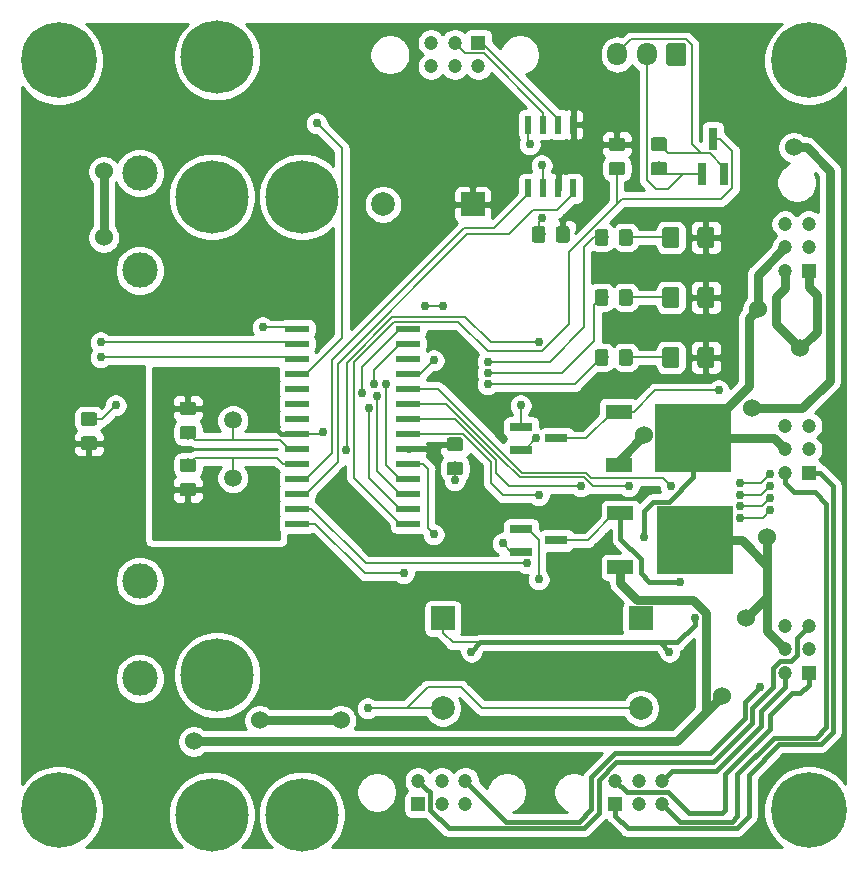
<source format=gtl>
G04 #@! TF.GenerationSoftware,KiCad,Pcbnew,(5.0.1)-3*
G04 #@! TF.CreationDate,2020-01-21T11:58:44-05:00*
G04 #@! TF.ProjectId,recovery_CAN,7265636F766572795F43414E2E6B6963,rev?*
G04 #@! TF.SameCoordinates,Original*
G04 #@! TF.FileFunction,Copper,L1,Top,Signal*
G04 #@! TF.FilePolarity,Positive*
%FSLAX46Y46*%
G04 Gerber Fmt 4.6, Leading zero omitted, Abs format (unit mm)*
G04 Created by KiCad (PCBNEW (5.0.1)-3) date 2020-01-21 11:58:44 AM*
%MOMM*%
%LPD*%
G01*
G04 APERTURE LIST*
G04 #@! TA.AperFunction,ComponentPad*
%ADD10C,1.500000*%
G04 #@! TD*
G04 #@! TA.AperFunction,ComponentPad*
%ADD11C,3.000000*%
G04 #@! TD*
G04 #@! TA.AperFunction,ComponentPad*
%ADD12R,2.000000X2.000000*%
G04 #@! TD*
G04 #@! TA.AperFunction,ComponentPad*
%ADD13C,2.000000*%
G04 #@! TD*
G04 #@! TA.AperFunction,SMDPad,CuDef*
%ADD14R,2.000000X0.600000*%
G04 #@! TD*
G04 #@! TA.AperFunction,ComponentPad*
%ADD15C,1.200000*%
G04 #@! TD*
G04 #@! TA.AperFunction,ComponentPad*
%ADD16R,1.200000X1.200000*%
G04 #@! TD*
G04 #@! TA.AperFunction,Conductor*
%ADD17C,0.100000*%
G04 #@! TD*
G04 #@! TA.AperFunction,SMDPad,CuDef*
%ADD18C,1.425000*%
G04 #@! TD*
G04 #@! TA.AperFunction,SMDPad,CuDef*
%ADD19C,1.150000*%
G04 #@! TD*
G04 #@! TA.AperFunction,SMDPad,CuDef*
%ADD20R,0.600000X1.550000*%
G04 #@! TD*
G04 #@! TA.AperFunction,SMDPad,CuDef*
%ADD21R,1.900000X0.800000*%
G04 #@! TD*
G04 #@! TA.AperFunction,SMDPad,CuDef*
%ADD22R,2.200000X1.200000*%
G04 #@! TD*
G04 #@! TA.AperFunction,SMDPad,CuDef*
%ADD23R,6.400000X5.800000*%
G04 #@! TD*
G04 #@! TA.AperFunction,ComponentPad*
%ADD24C,6.197600*%
G04 #@! TD*
G04 #@! TA.AperFunction,ComponentPad*
%ADD25C,1.700000*%
G04 #@! TD*
G04 #@! TA.AperFunction,ComponentPad*
%ADD26O,1.700000X1.950000*%
G04 #@! TD*
G04 #@! TA.AperFunction,SMDPad,CuDef*
%ADD27R,0.800000X1.900000*%
G04 #@! TD*
G04 #@! TA.AperFunction,ComponentPad*
%ADD28C,6.400000*%
G04 #@! TD*
G04 #@! TA.AperFunction,ViaPad*
%ADD29C,1.524000*%
G04 #@! TD*
G04 #@! TA.AperFunction,ViaPad*
%ADD30C,0.762000*%
G04 #@! TD*
G04 #@! TA.AperFunction,ViaPad*
%ADD31C,0.800000*%
G04 #@! TD*
G04 #@! TA.AperFunction,Conductor*
%ADD32C,0.762000*%
G04 #@! TD*
G04 #@! TA.AperFunction,Conductor*
%ADD33C,0.203200*%
G04 #@! TD*
G04 #@! TA.AperFunction,Conductor*
%ADD34C,0.381000*%
G04 #@! TD*
G04 #@! TA.AperFunction,Conductor*
%ADD35C,0.254000*%
G04 #@! TD*
G04 APERTURE END LIST*
D10*
G04 #@! TO.P,Y1,1*
G04 #@! TO.N,/OSC1*
X197612000Y-90424000D03*
G04 #@! TO.P,Y1,2*
G04 #@! TO.N,/OSC2*
X197612000Y-95304000D03*
G04 #@! TD*
D11*
G04 #@! TO.P,J3,2*
G04 #@! TO.N,Net-(D5-Pad2)*
X189738000Y-104018000D03*
G04 #@! TO.P,J3,1*
G04 #@! TO.N,GND*
X189738000Y-112268000D03*
G04 #@! TD*
D12*
G04 #@! TO.P,BZ3,1*
G04 #@! TO.N,+5V*
X217932000Y-72136000D03*
D13*
G04 #@! TO.P,BZ3,2*
G04 #@! TO.N,Net-(BZ3-Pad2)*
X210332000Y-72136000D03*
G04 #@! TD*
D14*
G04 #@! TO.P,U2,1*
G04 #@! TO.N,/~MCLR*
X203072000Y-82677000D03*
G04 #@! TO.P,U2,2*
G04 #@! TO.N,/power/VBAT1*
X203072000Y-83947000D03*
G04 #@! TO.P,U2,3*
G04 #@! TO.N,/power/VBAT2*
X203072000Y-85217000D03*
G04 #@! TO.P,U2,4*
G04 #@! TO.N,/power/CURR_AMP*
X203072000Y-86487000D03*
G04 #@! TO.P,U2,5*
G04 #@! TO.N,Net-(U2-Pad5)*
X203072000Y-87757000D03*
G04 #@! TO.P,U2,6*
G04 #@! TO.N,Net-(U2-Pad6)*
X203072000Y-89027000D03*
G04 #@! TO.P,U2,7*
G04 #@! TO.N,Net-(U2-Pad7)*
X203072000Y-90297000D03*
G04 #@! TO.P,U2,8*
G04 #@! TO.N,GND*
X203072000Y-91567000D03*
G04 #@! TO.P,U2,9*
G04 #@! TO.N,/OSC1*
X203072000Y-92837000D03*
G04 #@! TO.P,U2,10*
G04 #@! TO.N,/OSC2*
X203072000Y-94107000D03*
G04 #@! TO.P,U2,11*
G04 #@! TO.N,/CAN_TX*
X203072000Y-95377000D03*
G04 #@! TO.P,U2,12*
G04 #@! TO.N,/CAN_RX*
X203072000Y-96647000D03*
G04 #@! TO.P,U2,13*
G04 #@! TO.N,/altimeters/A2_ARM*
X203072000Y-97917000D03*
G04 #@! TO.P,U2,14*
G04 #@! TO.N,/altimeters/SL_ARM*
X203072000Y-99187000D03*
G04 #@! TO.P,U2,15*
G04 #@! TO.N,/altimeters/SL_TX*
X212472000Y-99187000D03*
G04 #@! TO.P,U2,16*
G04 #@! TO.N,/LED1*
X212472000Y-97917000D03*
G04 #@! TO.P,U2,17*
G04 #@! TO.N,/LED2*
X212472000Y-96647000D03*
G04 #@! TO.P,U2,18*
G04 #@! TO.N,/LED3*
X212472000Y-95377000D03*
G04 #@! TO.P,U2,19*
G04 #@! TO.N,GND*
X212472000Y-94107000D03*
G04 #@! TO.P,U2,20*
G04 #@! TO.N,+5V*
X212472000Y-92837000D03*
G04 #@! TO.P,U2,21*
G04 #@! TO.N,/altimeters/A2_DROGUE*
X212472000Y-91567000D03*
G04 #@! TO.P,U2,22*
G04 #@! TO.N,/altimeters/A2_MAIN*
X212472000Y-90297000D03*
G04 #@! TO.P,U2,23*
G04 #@! TO.N,/altimeters/A1_DROGUE*
X212472000Y-89027000D03*
G04 #@! TO.P,U2,24*
G04 #@! TO.N,/altimeters/A1_MAIN*
X212472000Y-87757000D03*
G04 #@! TO.P,U2,25*
G04 #@! TO.N,Net-(Q6-Pad1)*
X212472000Y-86487000D03*
G04 #@! TO.P,U2,26*
G04 #@! TO.N,Net-(U2-Pad26)*
X212472000Y-85217000D03*
G04 #@! TO.P,U2,27*
G04 #@! TO.N,/ICSPCLK*
X212472000Y-83947000D03*
G04 #@! TO.P,U2,28*
G04 #@! TO.N,/ICSPDAT*
X212472000Y-82677000D03*
G04 #@! TD*
D15*
G04 #@! TO.P,J7,4*
G04 #@! TO.N,/altimeters/D1+*
X244364000Y-94876000D03*
G04 #@! TO.P,J7,5*
G04 #@! TO.N,Net-(BZ2-Pad1)*
X244364000Y-92876000D03*
G04 #@! TO.P,J7,6*
G04 #@! TO.N,GND*
X244364000Y-90876000D03*
G04 #@! TO.P,J7,3*
G04 #@! TO.N,/altimeters/M1_PYRO*
X246364000Y-90876000D03*
D16*
G04 #@! TO.P,J7,1*
G04 #@! TO.N,/altimeters/D1_PYRO*
X246364000Y-94876000D03*
D15*
G04 #@! TO.P,J7,2*
G04 #@! TO.N,/altimeters/M1+*
X246364000Y-92876000D03*
G04 #@! TD*
D17*
G04 #@! TO.N,+5V*
G04 #@! TO.C,DB1*
G36*
X238158004Y-79136204D02*
X238182273Y-79139804D01*
X238206071Y-79145765D01*
X238229171Y-79154030D01*
X238251349Y-79164520D01*
X238272393Y-79177133D01*
X238292098Y-79191747D01*
X238310277Y-79208223D01*
X238326753Y-79226402D01*
X238341367Y-79246107D01*
X238353980Y-79267151D01*
X238364470Y-79289329D01*
X238372735Y-79312429D01*
X238378696Y-79336227D01*
X238382296Y-79360496D01*
X238383500Y-79385000D01*
X238383500Y-80635000D01*
X238382296Y-80659504D01*
X238378696Y-80683773D01*
X238372735Y-80707571D01*
X238364470Y-80730671D01*
X238353980Y-80752849D01*
X238341367Y-80773893D01*
X238326753Y-80793598D01*
X238310277Y-80811777D01*
X238292098Y-80828253D01*
X238272393Y-80842867D01*
X238251349Y-80855480D01*
X238229171Y-80865970D01*
X238206071Y-80874235D01*
X238182273Y-80880196D01*
X238158004Y-80883796D01*
X238133500Y-80885000D01*
X237208500Y-80885000D01*
X237183996Y-80883796D01*
X237159727Y-80880196D01*
X237135929Y-80874235D01*
X237112829Y-80865970D01*
X237090651Y-80855480D01*
X237069607Y-80842867D01*
X237049902Y-80828253D01*
X237031723Y-80811777D01*
X237015247Y-80793598D01*
X237000633Y-80773893D01*
X236988020Y-80752849D01*
X236977530Y-80730671D01*
X236969265Y-80707571D01*
X236963304Y-80683773D01*
X236959704Y-80659504D01*
X236958500Y-80635000D01*
X236958500Y-79385000D01*
X236959704Y-79360496D01*
X236963304Y-79336227D01*
X236969265Y-79312429D01*
X236977530Y-79289329D01*
X236988020Y-79267151D01*
X237000633Y-79246107D01*
X237015247Y-79226402D01*
X237031723Y-79208223D01*
X237049902Y-79191747D01*
X237069607Y-79177133D01*
X237090651Y-79164520D01*
X237112829Y-79154030D01*
X237135929Y-79145765D01*
X237159727Y-79139804D01*
X237183996Y-79136204D01*
X237208500Y-79135000D01*
X238133500Y-79135000D01*
X238158004Y-79136204D01*
X238158004Y-79136204D01*
G37*
D18*
G04 #@! TD*
G04 #@! TO.P,DB1,2*
G04 #@! TO.N,+5V*
X237671000Y-80010000D03*
D17*
G04 #@! TO.N,Net-(DB1-Pad1)*
G04 #@! TO.C,DB1*
G36*
X235183004Y-79136204D02*
X235207273Y-79139804D01*
X235231071Y-79145765D01*
X235254171Y-79154030D01*
X235276349Y-79164520D01*
X235297393Y-79177133D01*
X235317098Y-79191747D01*
X235335277Y-79208223D01*
X235351753Y-79226402D01*
X235366367Y-79246107D01*
X235378980Y-79267151D01*
X235389470Y-79289329D01*
X235397735Y-79312429D01*
X235403696Y-79336227D01*
X235407296Y-79360496D01*
X235408500Y-79385000D01*
X235408500Y-80635000D01*
X235407296Y-80659504D01*
X235403696Y-80683773D01*
X235397735Y-80707571D01*
X235389470Y-80730671D01*
X235378980Y-80752849D01*
X235366367Y-80773893D01*
X235351753Y-80793598D01*
X235335277Y-80811777D01*
X235317098Y-80828253D01*
X235297393Y-80842867D01*
X235276349Y-80855480D01*
X235254171Y-80865970D01*
X235231071Y-80874235D01*
X235207273Y-80880196D01*
X235183004Y-80883796D01*
X235158500Y-80885000D01*
X234233500Y-80885000D01*
X234208996Y-80883796D01*
X234184727Y-80880196D01*
X234160929Y-80874235D01*
X234137829Y-80865970D01*
X234115651Y-80855480D01*
X234094607Y-80842867D01*
X234074902Y-80828253D01*
X234056723Y-80811777D01*
X234040247Y-80793598D01*
X234025633Y-80773893D01*
X234013020Y-80752849D01*
X234002530Y-80730671D01*
X233994265Y-80707571D01*
X233988304Y-80683773D01*
X233984704Y-80659504D01*
X233983500Y-80635000D01*
X233983500Y-79385000D01*
X233984704Y-79360496D01*
X233988304Y-79336227D01*
X233994265Y-79312429D01*
X234002530Y-79289329D01*
X234013020Y-79267151D01*
X234025633Y-79246107D01*
X234040247Y-79226402D01*
X234056723Y-79208223D01*
X234074902Y-79191747D01*
X234094607Y-79177133D01*
X234115651Y-79164520D01*
X234137829Y-79154030D01*
X234160929Y-79145765D01*
X234184727Y-79139804D01*
X234208996Y-79136204D01*
X234233500Y-79135000D01*
X235158500Y-79135000D01*
X235183004Y-79136204D01*
X235183004Y-79136204D01*
G37*
D18*
G04 #@! TD*
G04 #@! TO.P,DB1,1*
G04 #@! TO.N,Net-(DB1-Pad1)*
X234696000Y-80010000D03*
D17*
G04 #@! TO.N,Net-(DR1-Pad1)*
G04 #@! TO.C,DR1*
G36*
X235183004Y-74056204D02*
X235207273Y-74059804D01*
X235231071Y-74065765D01*
X235254171Y-74074030D01*
X235276349Y-74084520D01*
X235297393Y-74097133D01*
X235317098Y-74111747D01*
X235335277Y-74128223D01*
X235351753Y-74146402D01*
X235366367Y-74166107D01*
X235378980Y-74187151D01*
X235389470Y-74209329D01*
X235397735Y-74232429D01*
X235403696Y-74256227D01*
X235407296Y-74280496D01*
X235408500Y-74305000D01*
X235408500Y-75555000D01*
X235407296Y-75579504D01*
X235403696Y-75603773D01*
X235397735Y-75627571D01*
X235389470Y-75650671D01*
X235378980Y-75672849D01*
X235366367Y-75693893D01*
X235351753Y-75713598D01*
X235335277Y-75731777D01*
X235317098Y-75748253D01*
X235297393Y-75762867D01*
X235276349Y-75775480D01*
X235254171Y-75785970D01*
X235231071Y-75794235D01*
X235207273Y-75800196D01*
X235183004Y-75803796D01*
X235158500Y-75805000D01*
X234233500Y-75805000D01*
X234208996Y-75803796D01*
X234184727Y-75800196D01*
X234160929Y-75794235D01*
X234137829Y-75785970D01*
X234115651Y-75775480D01*
X234094607Y-75762867D01*
X234074902Y-75748253D01*
X234056723Y-75731777D01*
X234040247Y-75713598D01*
X234025633Y-75693893D01*
X234013020Y-75672849D01*
X234002530Y-75650671D01*
X233994265Y-75627571D01*
X233988304Y-75603773D01*
X233984704Y-75579504D01*
X233983500Y-75555000D01*
X233983500Y-74305000D01*
X233984704Y-74280496D01*
X233988304Y-74256227D01*
X233994265Y-74232429D01*
X234002530Y-74209329D01*
X234013020Y-74187151D01*
X234025633Y-74166107D01*
X234040247Y-74146402D01*
X234056723Y-74128223D01*
X234074902Y-74111747D01*
X234094607Y-74097133D01*
X234115651Y-74084520D01*
X234137829Y-74074030D01*
X234160929Y-74065765D01*
X234184727Y-74059804D01*
X234208996Y-74056204D01*
X234233500Y-74055000D01*
X235158500Y-74055000D01*
X235183004Y-74056204D01*
X235183004Y-74056204D01*
G37*
D18*
G04 #@! TD*
G04 #@! TO.P,DR1,1*
G04 #@! TO.N,Net-(DR1-Pad1)*
X234696000Y-74930000D03*
D17*
G04 #@! TO.N,+5V*
G04 #@! TO.C,DR1*
G36*
X238158004Y-74056204D02*
X238182273Y-74059804D01*
X238206071Y-74065765D01*
X238229171Y-74074030D01*
X238251349Y-74084520D01*
X238272393Y-74097133D01*
X238292098Y-74111747D01*
X238310277Y-74128223D01*
X238326753Y-74146402D01*
X238341367Y-74166107D01*
X238353980Y-74187151D01*
X238364470Y-74209329D01*
X238372735Y-74232429D01*
X238378696Y-74256227D01*
X238382296Y-74280496D01*
X238383500Y-74305000D01*
X238383500Y-75555000D01*
X238382296Y-75579504D01*
X238378696Y-75603773D01*
X238372735Y-75627571D01*
X238364470Y-75650671D01*
X238353980Y-75672849D01*
X238341367Y-75693893D01*
X238326753Y-75713598D01*
X238310277Y-75731777D01*
X238292098Y-75748253D01*
X238272393Y-75762867D01*
X238251349Y-75775480D01*
X238229171Y-75785970D01*
X238206071Y-75794235D01*
X238182273Y-75800196D01*
X238158004Y-75803796D01*
X238133500Y-75805000D01*
X237208500Y-75805000D01*
X237183996Y-75803796D01*
X237159727Y-75800196D01*
X237135929Y-75794235D01*
X237112829Y-75785970D01*
X237090651Y-75775480D01*
X237069607Y-75762867D01*
X237049902Y-75748253D01*
X237031723Y-75731777D01*
X237015247Y-75713598D01*
X237000633Y-75693893D01*
X236988020Y-75672849D01*
X236977530Y-75650671D01*
X236969265Y-75627571D01*
X236963304Y-75603773D01*
X236959704Y-75579504D01*
X236958500Y-75555000D01*
X236958500Y-74305000D01*
X236959704Y-74280496D01*
X236963304Y-74256227D01*
X236969265Y-74232429D01*
X236977530Y-74209329D01*
X236988020Y-74187151D01*
X237000633Y-74166107D01*
X237015247Y-74146402D01*
X237031723Y-74128223D01*
X237049902Y-74111747D01*
X237069607Y-74097133D01*
X237090651Y-74084520D01*
X237112829Y-74074030D01*
X237135929Y-74065765D01*
X237159727Y-74059804D01*
X237183996Y-74056204D01*
X237208500Y-74055000D01*
X238133500Y-74055000D01*
X238158004Y-74056204D01*
X238158004Y-74056204D01*
G37*
D18*
G04 #@! TD*
G04 #@! TO.P,DR1,2*
G04 #@! TO.N,+5V*
X237671000Y-74930000D03*
D17*
G04 #@! TO.N,Net-(DW1-Pad1)*
G04 #@! TO.C,DW1*
G36*
X235183004Y-84216204D02*
X235207273Y-84219804D01*
X235231071Y-84225765D01*
X235254171Y-84234030D01*
X235276349Y-84244520D01*
X235297393Y-84257133D01*
X235317098Y-84271747D01*
X235335277Y-84288223D01*
X235351753Y-84306402D01*
X235366367Y-84326107D01*
X235378980Y-84347151D01*
X235389470Y-84369329D01*
X235397735Y-84392429D01*
X235403696Y-84416227D01*
X235407296Y-84440496D01*
X235408500Y-84465000D01*
X235408500Y-85715000D01*
X235407296Y-85739504D01*
X235403696Y-85763773D01*
X235397735Y-85787571D01*
X235389470Y-85810671D01*
X235378980Y-85832849D01*
X235366367Y-85853893D01*
X235351753Y-85873598D01*
X235335277Y-85891777D01*
X235317098Y-85908253D01*
X235297393Y-85922867D01*
X235276349Y-85935480D01*
X235254171Y-85945970D01*
X235231071Y-85954235D01*
X235207273Y-85960196D01*
X235183004Y-85963796D01*
X235158500Y-85965000D01*
X234233500Y-85965000D01*
X234208996Y-85963796D01*
X234184727Y-85960196D01*
X234160929Y-85954235D01*
X234137829Y-85945970D01*
X234115651Y-85935480D01*
X234094607Y-85922867D01*
X234074902Y-85908253D01*
X234056723Y-85891777D01*
X234040247Y-85873598D01*
X234025633Y-85853893D01*
X234013020Y-85832849D01*
X234002530Y-85810671D01*
X233994265Y-85787571D01*
X233988304Y-85763773D01*
X233984704Y-85739504D01*
X233983500Y-85715000D01*
X233983500Y-84465000D01*
X233984704Y-84440496D01*
X233988304Y-84416227D01*
X233994265Y-84392429D01*
X234002530Y-84369329D01*
X234013020Y-84347151D01*
X234025633Y-84326107D01*
X234040247Y-84306402D01*
X234056723Y-84288223D01*
X234074902Y-84271747D01*
X234094607Y-84257133D01*
X234115651Y-84244520D01*
X234137829Y-84234030D01*
X234160929Y-84225765D01*
X234184727Y-84219804D01*
X234208996Y-84216204D01*
X234233500Y-84215000D01*
X235158500Y-84215000D01*
X235183004Y-84216204D01*
X235183004Y-84216204D01*
G37*
D18*
G04 #@! TD*
G04 #@! TO.P,DW1,1*
G04 #@! TO.N,Net-(DW1-Pad1)*
X234696000Y-85090000D03*
D17*
G04 #@! TO.N,+5V*
G04 #@! TO.C,DW1*
G36*
X238158004Y-84216204D02*
X238182273Y-84219804D01*
X238206071Y-84225765D01*
X238229171Y-84234030D01*
X238251349Y-84244520D01*
X238272393Y-84257133D01*
X238292098Y-84271747D01*
X238310277Y-84288223D01*
X238326753Y-84306402D01*
X238341367Y-84326107D01*
X238353980Y-84347151D01*
X238364470Y-84369329D01*
X238372735Y-84392429D01*
X238378696Y-84416227D01*
X238382296Y-84440496D01*
X238383500Y-84465000D01*
X238383500Y-85715000D01*
X238382296Y-85739504D01*
X238378696Y-85763773D01*
X238372735Y-85787571D01*
X238364470Y-85810671D01*
X238353980Y-85832849D01*
X238341367Y-85853893D01*
X238326753Y-85873598D01*
X238310277Y-85891777D01*
X238292098Y-85908253D01*
X238272393Y-85922867D01*
X238251349Y-85935480D01*
X238229171Y-85945970D01*
X238206071Y-85954235D01*
X238182273Y-85960196D01*
X238158004Y-85963796D01*
X238133500Y-85965000D01*
X237208500Y-85965000D01*
X237183996Y-85963796D01*
X237159727Y-85960196D01*
X237135929Y-85954235D01*
X237112829Y-85945970D01*
X237090651Y-85935480D01*
X237069607Y-85922867D01*
X237049902Y-85908253D01*
X237031723Y-85891777D01*
X237015247Y-85873598D01*
X237000633Y-85853893D01*
X236988020Y-85832849D01*
X236977530Y-85810671D01*
X236969265Y-85787571D01*
X236963304Y-85763773D01*
X236959704Y-85739504D01*
X236958500Y-85715000D01*
X236958500Y-84465000D01*
X236959704Y-84440496D01*
X236963304Y-84416227D01*
X236969265Y-84392429D01*
X236977530Y-84369329D01*
X236988020Y-84347151D01*
X237000633Y-84326107D01*
X237015247Y-84306402D01*
X237031723Y-84288223D01*
X237049902Y-84271747D01*
X237069607Y-84257133D01*
X237090651Y-84244520D01*
X237112829Y-84234030D01*
X237135929Y-84225765D01*
X237159727Y-84219804D01*
X237183996Y-84216204D01*
X237208500Y-84215000D01*
X238133500Y-84215000D01*
X238158004Y-84216204D01*
X238158004Y-84216204D01*
G37*
D18*
G04 #@! TD*
G04 #@! TO.P,DW1,2*
G04 #@! TO.N,+5V*
X237671000Y-85090000D03*
D17*
G04 #@! TO.N,/OSC1*
G04 #@! TO.C,C1*
G36*
X194276505Y-90875204D02*
X194300773Y-90878804D01*
X194324572Y-90884765D01*
X194347671Y-90893030D01*
X194369850Y-90903520D01*
X194390893Y-90916132D01*
X194410599Y-90930747D01*
X194428777Y-90947223D01*
X194445253Y-90965401D01*
X194459868Y-90985107D01*
X194472480Y-91006150D01*
X194482970Y-91028329D01*
X194491235Y-91051428D01*
X194497196Y-91075227D01*
X194500796Y-91099495D01*
X194502000Y-91123999D01*
X194502000Y-91774001D01*
X194500796Y-91798505D01*
X194497196Y-91822773D01*
X194491235Y-91846572D01*
X194482970Y-91869671D01*
X194472480Y-91891850D01*
X194459868Y-91912893D01*
X194445253Y-91932599D01*
X194428777Y-91950777D01*
X194410599Y-91967253D01*
X194390893Y-91981868D01*
X194369850Y-91994480D01*
X194347671Y-92004970D01*
X194324572Y-92013235D01*
X194300773Y-92019196D01*
X194276505Y-92022796D01*
X194252001Y-92024000D01*
X193351999Y-92024000D01*
X193327495Y-92022796D01*
X193303227Y-92019196D01*
X193279428Y-92013235D01*
X193256329Y-92004970D01*
X193234150Y-91994480D01*
X193213107Y-91981868D01*
X193193401Y-91967253D01*
X193175223Y-91950777D01*
X193158747Y-91932599D01*
X193144132Y-91912893D01*
X193131520Y-91891850D01*
X193121030Y-91869671D01*
X193112765Y-91846572D01*
X193106804Y-91822773D01*
X193103204Y-91798505D01*
X193102000Y-91774001D01*
X193102000Y-91123999D01*
X193103204Y-91099495D01*
X193106804Y-91075227D01*
X193112765Y-91051428D01*
X193121030Y-91028329D01*
X193131520Y-91006150D01*
X193144132Y-90985107D01*
X193158747Y-90965401D01*
X193175223Y-90947223D01*
X193193401Y-90930747D01*
X193213107Y-90916132D01*
X193234150Y-90903520D01*
X193256329Y-90893030D01*
X193279428Y-90884765D01*
X193303227Y-90878804D01*
X193327495Y-90875204D01*
X193351999Y-90874000D01*
X194252001Y-90874000D01*
X194276505Y-90875204D01*
X194276505Y-90875204D01*
G37*
D19*
G04 #@! TD*
G04 #@! TO.P,C1,1*
G04 #@! TO.N,/OSC1*
X193802000Y-91449000D03*
D17*
G04 #@! TO.N,GND*
G04 #@! TO.C,C1*
G36*
X194276505Y-88825204D02*
X194300773Y-88828804D01*
X194324572Y-88834765D01*
X194347671Y-88843030D01*
X194369850Y-88853520D01*
X194390893Y-88866132D01*
X194410599Y-88880747D01*
X194428777Y-88897223D01*
X194445253Y-88915401D01*
X194459868Y-88935107D01*
X194472480Y-88956150D01*
X194482970Y-88978329D01*
X194491235Y-89001428D01*
X194497196Y-89025227D01*
X194500796Y-89049495D01*
X194502000Y-89073999D01*
X194502000Y-89724001D01*
X194500796Y-89748505D01*
X194497196Y-89772773D01*
X194491235Y-89796572D01*
X194482970Y-89819671D01*
X194472480Y-89841850D01*
X194459868Y-89862893D01*
X194445253Y-89882599D01*
X194428777Y-89900777D01*
X194410599Y-89917253D01*
X194390893Y-89931868D01*
X194369850Y-89944480D01*
X194347671Y-89954970D01*
X194324572Y-89963235D01*
X194300773Y-89969196D01*
X194276505Y-89972796D01*
X194252001Y-89974000D01*
X193351999Y-89974000D01*
X193327495Y-89972796D01*
X193303227Y-89969196D01*
X193279428Y-89963235D01*
X193256329Y-89954970D01*
X193234150Y-89944480D01*
X193213107Y-89931868D01*
X193193401Y-89917253D01*
X193175223Y-89900777D01*
X193158747Y-89882599D01*
X193144132Y-89862893D01*
X193131520Y-89841850D01*
X193121030Y-89819671D01*
X193112765Y-89796572D01*
X193106804Y-89772773D01*
X193103204Y-89748505D01*
X193102000Y-89724001D01*
X193102000Y-89073999D01*
X193103204Y-89049495D01*
X193106804Y-89025227D01*
X193112765Y-89001428D01*
X193121030Y-88978329D01*
X193131520Y-88956150D01*
X193144132Y-88935107D01*
X193158747Y-88915401D01*
X193175223Y-88897223D01*
X193193401Y-88880747D01*
X193213107Y-88866132D01*
X193234150Y-88853520D01*
X193256329Y-88843030D01*
X193279428Y-88834765D01*
X193303227Y-88828804D01*
X193327495Y-88825204D01*
X193351999Y-88824000D01*
X194252001Y-88824000D01*
X194276505Y-88825204D01*
X194276505Y-88825204D01*
G37*
D19*
G04 #@! TD*
G04 #@! TO.P,C1,2*
G04 #@! TO.N,GND*
X193802000Y-89399000D03*
D17*
G04 #@! TO.N,GND*
G04 #@! TO.C,C2*
G36*
X194276505Y-95701204D02*
X194300773Y-95704804D01*
X194324572Y-95710765D01*
X194347671Y-95719030D01*
X194369850Y-95729520D01*
X194390893Y-95742132D01*
X194410599Y-95756747D01*
X194428777Y-95773223D01*
X194445253Y-95791401D01*
X194459868Y-95811107D01*
X194472480Y-95832150D01*
X194482970Y-95854329D01*
X194491235Y-95877428D01*
X194497196Y-95901227D01*
X194500796Y-95925495D01*
X194502000Y-95949999D01*
X194502000Y-96600001D01*
X194500796Y-96624505D01*
X194497196Y-96648773D01*
X194491235Y-96672572D01*
X194482970Y-96695671D01*
X194472480Y-96717850D01*
X194459868Y-96738893D01*
X194445253Y-96758599D01*
X194428777Y-96776777D01*
X194410599Y-96793253D01*
X194390893Y-96807868D01*
X194369850Y-96820480D01*
X194347671Y-96830970D01*
X194324572Y-96839235D01*
X194300773Y-96845196D01*
X194276505Y-96848796D01*
X194252001Y-96850000D01*
X193351999Y-96850000D01*
X193327495Y-96848796D01*
X193303227Y-96845196D01*
X193279428Y-96839235D01*
X193256329Y-96830970D01*
X193234150Y-96820480D01*
X193213107Y-96807868D01*
X193193401Y-96793253D01*
X193175223Y-96776777D01*
X193158747Y-96758599D01*
X193144132Y-96738893D01*
X193131520Y-96717850D01*
X193121030Y-96695671D01*
X193112765Y-96672572D01*
X193106804Y-96648773D01*
X193103204Y-96624505D01*
X193102000Y-96600001D01*
X193102000Y-95949999D01*
X193103204Y-95925495D01*
X193106804Y-95901227D01*
X193112765Y-95877428D01*
X193121030Y-95854329D01*
X193131520Y-95832150D01*
X193144132Y-95811107D01*
X193158747Y-95791401D01*
X193175223Y-95773223D01*
X193193401Y-95756747D01*
X193213107Y-95742132D01*
X193234150Y-95729520D01*
X193256329Y-95719030D01*
X193279428Y-95710765D01*
X193303227Y-95704804D01*
X193327495Y-95701204D01*
X193351999Y-95700000D01*
X194252001Y-95700000D01*
X194276505Y-95701204D01*
X194276505Y-95701204D01*
G37*
D19*
G04 #@! TD*
G04 #@! TO.P,C2,2*
G04 #@! TO.N,GND*
X193802000Y-96275000D03*
D17*
G04 #@! TO.N,/OSC2*
G04 #@! TO.C,C2*
G36*
X194276505Y-93651204D02*
X194300773Y-93654804D01*
X194324572Y-93660765D01*
X194347671Y-93669030D01*
X194369850Y-93679520D01*
X194390893Y-93692132D01*
X194410599Y-93706747D01*
X194428777Y-93723223D01*
X194445253Y-93741401D01*
X194459868Y-93761107D01*
X194472480Y-93782150D01*
X194482970Y-93804329D01*
X194491235Y-93827428D01*
X194497196Y-93851227D01*
X194500796Y-93875495D01*
X194502000Y-93899999D01*
X194502000Y-94550001D01*
X194500796Y-94574505D01*
X194497196Y-94598773D01*
X194491235Y-94622572D01*
X194482970Y-94645671D01*
X194472480Y-94667850D01*
X194459868Y-94688893D01*
X194445253Y-94708599D01*
X194428777Y-94726777D01*
X194410599Y-94743253D01*
X194390893Y-94757868D01*
X194369850Y-94770480D01*
X194347671Y-94780970D01*
X194324572Y-94789235D01*
X194300773Y-94795196D01*
X194276505Y-94798796D01*
X194252001Y-94800000D01*
X193351999Y-94800000D01*
X193327495Y-94798796D01*
X193303227Y-94795196D01*
X193279428Y-94789235D01*
X193256329Y-94780970D01*
X193234150Y-94770480D01*
X193213107Y-94757868D01*
X193193401Y-94743253D01*
X193175223Y-94726777D01*
X193158747Y-94708599D01*
X193144132Y-94688893D01*
X193131520Y-94667850D01*
X193121030Y-94645671D01*
X193112765Y-94622572D01*
X193106804Y-94598773D01*
X193103204Y-94574505D01*
X193102000Y-94550001D01*
X193102000Y-93899999D01*
X193103204Y-93875495D01*
X193106804Y-93851227D01*
X193112765Y-93827428D01*
X193121030Y-93804329D01*
X193131520Y-93782150D01*
X193144132Y-93761107D01*
X193158747Y-93741401D01*
X193175223Y-93723223D01*
X193193401Y-93706747D01*
X193213107Y-93692132D01*
X193234150Y-93679520D01*
X193256329Y-93669030D01*
X193279428Y-93660765D01*
X193303227Y-93654804D01*
X193327495Y-93651204D01*
X193351999Y-93650000D01*
X194252001Y-93650000D01*
X194276505Y-93651204D01*
X194276505Y-93651204D01*
G37*
D19*
G04 #@! TD*
G04 #@! TO.P,C2,1*
G04 #@! TO.N,/OSC2*
X193802000Y-94225000D03*
D17*
G04 #@! TO.N,+5V*
G04 #@! TO.C,C7*
G36*
X225901505Y-73977204D02*
X225925773Y-73980804D01*
X225949572Y-73986765D01*
X225972671Y-73995030D01*
X225994850Y-74005520D01*
X226015893Y-74018132D01*
X226035599Y-74032747D01*
X226053777Y-74049223D01*
X226070253Y-74067401D01*
X226084868Y-74087107D01*
X226097480Y-74108150D01*
X226107970Y-74130329D01*
X226116235Y-74153428D01*
X226122196Y-74177227D01*
X226125796Y-74201495D01*
X226127000Y-74225999D01*
X226127000Y-75126001D01*
X226125796Y-75150505D01*
X226122196Y-75174773D01*
X226116235Y-75198572D01*
X226107970Y-75221671D01*
X226097480Y-75243850D01*
X226084868Y-75264893D01*
X226070253Y-75284599D01*
X226053777Y-75302777D01*
X226035599Y-75319253D01*
X226015893Y-75333868D01*
X225994850Y-75346480D01*
X225972671Y-75356970D01*
X225949572Y-75365235D01*
X225925773Y-75371196D01*
X225901505Y-75374796D01*
X225877001Y-75376000D01*
X225226999Y-75376000D01*
X225202495Y-75374796D01*
X225178227Y-75371196D01*
X225154428Y-75365235D01*
X225131329Y-75356970D01*
X225109150Y-75346480D01*
X225088107Y-75333868D01*
X225068401Y-75319253D01*
X225050223Y-75302777D01*
X225033747Y-75284599D01*
X225019132Y-75264893D01*
X225006520Y-75243850D01*
X224996030Y-75221671D01*
X224987765Y-75198572D01*
X224981804Y-75174773D01*
X224978204Y-75150505D01*
X224977000Y-75126001D01*
X224977000Y-74225999D01*
X224978204Y-74201495D01*
X224981804Y-74177227D01*
X224987765Y-74153428D01*
X224996030Y-74130329D01*
X225006520Y-74108150D01*
X225019132Y-74087107D01*
X225033747Y-74067401D01*
X225050223Y-74049223D01*
X225068401Y-74032747D01*
X225088107Y-74018132D01*
X225109150Y-74005520D01*
X225131329Y-73995030D01*
X225154428Y-73986765D01*
X225178227Y-73980804D01*
X225202495Y-73977204D01*
X225226999Y-73976000D01*
X225877001Y-73976000D01*
X225901505Y-73977204D01*
X225901505Y-73977204D01*
G37*
D19*
G04 #@! TD*
G04 #@! TO.P,C7,1*
G04 #@! TO.N,+5V*
X225552000Y-74676000D03*
D17*
G04 #@! TO.N,GND*
G04 #@! TO.C,C7*
G36*
X223851505Y-73977204D02*
X223875773Y-73980804D01*
X223899572Y-73986765D01*
X223922671Y-73995030D01*
X223944850Y-74005520D01*
X223965893Y-74018132D01*
X223985599Y-74032747D01*
X224003777Y-74049223D01*
X224020253Y-74067401D01*
X224034868Y-74087107D01*
X224047480Y-74108150D01*
X224057970Y-74130329D01*
X224066235Y-74153428D01*
X224072196Y-74177227D01*
X224075796Y-74201495D01*
X224077000Y-74225999D01*
X224077000Y-75126001D01*
X224075796Y-75150505D01*
X224072196Y-75174773D01*
X224066235Y-75198572D01*
X224057970Y-75221671D01*
X224047480Y-75243850D01*
X224034868Y-75264893D01*
X224020253Y-75284599D01*
X224003777Y-75302777D01*
X223985599Y-75319253D01*
X223965893Y-75333868D01*
X223944850Y-75346480D01*
X223922671Y-75356970D01*
X223899572Y-75365235D01*
X223875773Y-75371196D01*
X223851505Y-75374796D01*
X223827001Y-75376000D01*
X223176999Y-75376000D01*
X223152495Y-75374796D01*
X223128227Y-75371196D01*
X223104428Y-75365235D01*
X223081329Y-75356970D01*
X223059150Y-75346480D01*
X223038107Y-75333868D01*
X223018401Y-75319253D01*
X223000223Y-75302777D01*
X222983747Y-75284599D01*
X222969132Y-75264893D01*
X222956520Y-75243850D01*
X222946030Y-75221671D01*
X222937765Y-75198572D01*
X222931804Y-75174773D01*
X222928204Y-75150505D01*
X222927000Y-75126001D01*
X222927000Y-74225999D01*
X222928204Y-74201495D01*
X222931804Y-74177227D01*
X222937765Y-74153428D01*
X222946030Y-74130329D01*
X222956520Y-74108150D01*
X222969132Y-74087107D01*
X222983747Y-74067401D01*
X223000223Y-74049223D01*
X223018401Y-74032747D01*
X223038107Y-74018132D01*
X223059150Y-74005520D01*
X223081329Y-73995030D01*
X223104428Y-73986765D01*
X223128227Y-73980804D01*
X223152495Y-73977204D01*
X223176999Y-73976000D01*
X223827001Y-73976000D01*
X223851505Y-73977204D01*
X223851505Y-73977204D01*
G37*
D19*
G04 #@! TD*
G04 #@! TO.P,C7,2*
G04 #@! TO.N,GND*
X223502000Y-74676000D03*
D17*
G04 #@! TO.N,GND*
G04 #@! TO.C,C3*
G36*
X216882505Y-93914204D02*
X216906773Y-93917804D01*
X216930572Y-93923765D01*
X216953671Y-93932030D01*
X216975850Y-93942520D01*
X216996893Y-93955132D01*
X217016599Y-93969747D01*
X217034777Y-93986223D01*
X217051253Y-94004401D01*
X217065868Y-94024107D01*
X217078480Y-94045150D01*
X217088970Y-94067329D01*
X217097235Y-94090428D01*
X217103196Y-94114227D01*
X217106796Y-94138495D01*
X217108000Y-94162999D01*
X217108000Y-94813001D01*
X217106796Y-94837505D01*
X217103196Y-94861773D01*
X217097235Y-94885572D01*
X217088970Y-94908671D01*
X217078480Y-94930850D01*
X217065868Y-94951893D01*
X217051253Y-94971599D01*
X217034777Y-94989777D01*
X217016599Y-95006253D01*
X216996893Y-95020868D01*
X216975850Y-95033480D01*
X216953671Y-95043970D01*
X216930572Y-95052235D01*
X216906773Y-95058196D01*
X216882505Y-95061796D01*
X216858001Y-95063000D01*
X215957999Y-95063000D01*
X215933495Y-95061796D01*
X215909227Y-95058196D01*
X215885428Y-95052235D01*
X215862329Y-95043970D01*
X215840150Y-95033480D01*
X215819107Y-95020868D01*
X215799401Y-95006253D01*
X215781223Y-94989777D01*
X215764747Y-94971599D01*
X215750132Y-94951893D01*
X215737520Y-94930850D01*
X215727030Y-94908671D01*
X215718765Y-94885572D01*
X215712804Y-94861773D01*
X215709204Y-94837505D01*
X215708000Y-94813001D01*
X215708000Y-94162999D01*
X215709204Y-94138495D01*
X215712804Y-94114227D01*
X215718765Y-94090428D01*
X215727030Y-94067329D01*
X215737520Y-94045150D01*
X215750132Y-94024107D01*
X215764747Y-94004401D01*
X215781223Y-93986223D01*
X215799401Y-93969747D01*
X215819107Y-93955132D01*
X215840150Y-93942520D01*
X215862329Y-93932030D01*
X215885428Y-93923765D01*
X215909227Y-93917804D01*
X215933495Y-93914204D01*
X215957999Y-93913000D01*
X216858001Y-93913000D01*
X216882505Y-93914204D01*
X216882505Y-93914204D01*
G37*
D19*
G04 #@! TD*
G04 #@! TO.P,C3,1*
G04 #@! TO.N,GND*
X216408000Y-94488000D03*
D17*
G04 #@! TO.N,+5V*
G04 #@! TO.C,C3*
G36*
X216882505Y-91864204D02*
X216906773Y-91867804D01*
X216930572Y-91873765D01*
X216953671Y-91882030D01*
X216975850Y-91892520D01*
X216996893Y-91905132D01*
X217016599Y-91919747D01*
X217034777Y-91936223D01*
X217051253Y-91954401D01*
X217065868Y-91974107D01*
X217078480Y-91995150D01*
X217088970Y-92017329D01*
X217097235Y-92040428D01*
X217103196Y-92064227D01*
X217106796Y-92088495D01*
X217108000Y-92112999D01*
X217108000Y-92763001D01*
X217106796Y-92787505D01*
X217103196Y-92811773D01*
X217097235Y-92835572D01*
X217088970Y-92858671D01*
X217078480Y-92880850D01*
X217065868Y-92901893D01*
X217051253Y-92921599D01*
X217034777Y-92939777D01*
X217016599Y-92956253D01*
X216996893Y-92970868D01*
X216975850Y-92983480D01*
X216953671Y-92993970D01*
X216930572Y-93002235D01*
X216906773Y-93008196D01*
X216882505Y-93011796D01*
X216858001Y-93013000D01*
X215957999Y-93013000D01*
X215933495Y-93011796D01*
X215909227Y-93008196D01*
X215885428Y-93002235D01*
X215862329Y-92993970D01*
X215840150Y-92983480D01*
X215819107Y-92970868D01*
X215799401Y-92956253D01*
X215781223Y-92939777D01*
X215764747Y-92921599D01*
X215750132Y-92901893D01*
X215737520Y-92880850D01*
X215727030Y-92858671D01*
X215718765Y-92835572D01*
X215712804Y-92811773D01*
X215709204Y-92787505D01*
X215708000Y-92763001D01*
X215708000Y-92112999D01*
X215709204Y-92088495D01*
X215712804Y-92064227D01*
X215718765Y-92040428D01*
X215727030Y-92017329D01*
X215737520Y-91995150D01*
X215750132Y-91974107D01*
X215764747Y-91954401D01*
X215781223Y-91936223D01*
X215799401Y-91919747D01*
X215819107Y-91905132D01*
X215840150Y-91892520D01*
X215862329Y-91882030D01*
X215885428Y-91873765D01*
X215909227Y-91867804D01*
X215933495Y-91864204D01*
X215957999Y-91863000D01*
X216858001Y-91863000D01*
X216882505Y-91864204D01*
X216882505Y-91864204D01*
G37*
D19*
G04 #@! TD*
G04 #@! TO.P,C3,2*
G04 #@! TO.N,+5V*
X216408000Y-92438000D03*
D20*
G04 #@! TO.P,U1,1*
G04 #@! TO.N,/CAN_TX*
X222631000Y-70772000D03*
G04 #@! TO.P,U1,2*
G04 #@! TO.N,GND*
X223901000Y-70772000D03*
G04 #@! TO.P,U1,3*
G04 #@! TO.N,+5V*
X225171000Y-70772000D03*
G04 #@! TO.P,U1,4*
G04 #@! TO.N,/CAN_RX*
X226441000Y-70772000D03*
G04 #@! TO.P,U1,5*
G04 #@! TO.N,+5V*
X226441000Y-65372000D03*
G04 #@! TO.P,U1,6*
G04 #@! TO.N,CANL*
X225171000Y-65372000D03*
G04 #@! TO.P,U1,7*
G04 #@! TO.N,CANH*
X223901000Y-65372000D03*
G04 #@! TO.P,U1,8*
G04 #@! TO.N,GND*
X222631000Y-65372000D03*
G04 #@! TD*
D17*
G04 #@! TO.N,/LED3*
G04 #@! TO.C,R1*
G36*
X229185505Y-74231204D02*
X229209773Y-74234804D01*
X229233572Y-74240765D01*
X229256671Y-74249030D01*
X229278850Y-74259520D01*
X229299893Y-74272132D01*
X229319599Y-74286747D01*
X229337777Y-74303223D01*
X229354253Y-74321401D01*
X229368868Y-74341107D01*
X229381480Y-74362150D01*
X229391970Y-74384329D01*
X229400235Y-74407428D01*
X229406196Y-74431227D01*
X229409796Y-74455495D01*
X229411000Y-74479999D01*
X229411000Y-75380001D01*
X229409796Y-75404505D01*
X229406196Y-75428773D01*
X229400235Y-75452572D01*
X229391970Y-75475671D01*
X229381480Y-75497850D01*
X229368868Y-75518893D01*
X229354253Y-75538599D01*
X229337777Y-75556777D01*
X229319599Y-75573253D01*
X229299893Y-75587868D01*
X229278850Y-75600480D01*
X229256671Y-75610970D01*
X229233572Y-75619235D01*
X229209773Y-75625196D01*
X229185505Y-75628796D01*
X229161001Y-75630000D01*
X228510999Y-75630000D01*
X228486495Y-75628796D01*
X228462227Y-75625196D01*
X228438428Y-75619235D01*
X228415329Y-75610970D01*
X228393150Y-75600480D01*
X228372107Y-75587868D01*
X228352401Y-75573253D01*
X228334223Y-75556777D01*
X228317747Y-75538599D01*
X228303132Y-75518893D01*
X228290520Y-75497850D01*
X228280030Y-75475671D01*
X228271765Y-75452572D01*
X228265804Y-75428773D01*
X228262204Y-75404505D01*
X228261000Y-75380001D01*
X228261000Y-74479999D01*
X228262204Y-74455495D01*
X228265804Y-74431227D01*
X228271765Y-74407428D01*
X228280030Y-74384329D01*
X228290520Y-74362150D01*
X228303132Y-74341107D01*
X228317747Y-74321401D01*
X228334223Y-74303223D01*
X228352401Y-74286747D01*
X228372107Y-74272132D01*
X228393150Y-74259520D01*
X228415329Y-74249030D01*
X228438428Y-74240765D01*
X228462227Y-74234804D01*
X228486495Y-74231204D01*
X228510999Y-74230000D01*
X229161001Y-74230000D01*
X229185505Y-74231204D01*
X229185505Y-74231204D01*
G37*
D19*
G04 #@! TD*
G04 #@! TO.P,R1,2*
G04 #@! TO.N,/LED3*
X228836000Y-74930000D03*
D17*
G04 #@! TO.N,Net-(DR1-Pad1)*
G04 #@! TO.C,R1*
G36*
X231235505Y-74231204D02*
X231259773Y-74234804D01*
X231283572Y-74240765D01*
X231306671Y-74249030D01*
X231328850Y-74259520D01*
X231349893Y-74272132D01*
X231369599Y-74286747D01*
X231387777Y-74303223D01*
X231404253Y-74321401D01*
X231418868Y-74341107D01*
X231431480Y-74362150D01*
X231441970Y-74384329D01*
X231450235Y-74407428D01*
X231456196Y-74431227D01*
X231459796Y-74455495D01*
X231461000Y-74479999D01*
X231461000Y-75380001D01*
X231459796Y-75404505D01*
X231456196Y-75428773D01*
X231450235Y-75452572D01*
X231441970Y-75475671D01*
X231431480Y-75497850D01*
X231418868Y-75518893D01*
X231404253Y-75538599D01*
X231387777Y-75556777D01*
X231369599Y-75573253D01*
X231349893Y-75587868D01*
X231328850Y-75600480D01*
X231306671Y-75610970D01*
X231283572Y-75619235D01*
X231259773Y-75625196D01*
X231235505Y-75628796D01*
X231211001Y-75630000D01*
X230560999Y-75630000D01*
X230536495Y-75628796D01*
X230512227Y-75625196D01*
X230488428Y-75619235D01*
X230465329Y-75610970D01*
X230443150Y-75600480D01*
X230422107Y-75587868D01*
X230402401Y-75573253D01*
X230384223Y-75556777D01*
X230367747Y-75538599D01*
X230353132Y-75518893D01*
X230340520Y-75497850D01*
X230330030Y-75475671D01*
X230321765Y-75452572D01*
X230315804Y-75428773D01*
X230312204Y-75404505D01*
X230311000Y-75380001D01*
X230311000Y-74479999D01*
X230312204Y-74455495D01*
X230315804Y-74431227D01*
X230321765Y-74407428D01*
X230330030Y-74384329D01*
X230340520Y-74362150D01*
X230353132Y-74341107D01*
X230367747Y-74321401D01*
X230384223Y-74303223D01*
X230402401Y-74286747D01*
X230422107Y-74272132D01*
X230443150Y-74259520D01*
X230465329Y-74249030D01*
X230488428Y-74240765D01*
X230512227Y-74234804D01*
X230536495Y-74231204D01*
X230560999Y-74230000D01*
X231211001Y-74230000D01*
X231235505Y-74231204D01*
X231235505Y-74231204D01*
G37*
D19*
G04 #@! TD*
G04 #@! TO.P,R1,1*
G04 #@! TO.N,Net-(DR1-Pad1)*
X230886000Y-74930000D03*
D17*
G04 #@! TO.N,Net-(DB1-Pad1)*
G04 #@! TO.C,R2*
G36*
X231235505Y-79311204D02*
X231259773Y-79314804D01*
X231283572Y-79320765D01*
X231306671Y-79329030D01*
X231328850Y-79339520D01*
X231349893Y-79352132D01*
X231369599Y-79366747D01*
X231387777Y-79383223D01*
X231404253Y-79401401D01*
X231418868Y-79421107D01*
X231431480Y-79442150D01*
X231441970Y-79464329D01*
X231450235Y-79487428D01*
X231456196Y-79511227D01*
X231459796Y-79535495D01*
X231461000Y-79559999D01*
X231461000Y-80460001D01*
X231459796Y-80484505D01*
X231456196Y-80508773D01*
X231450235Y-80532572D01*
X231441970Y-80555671D01*
X231431480Y-80577850D01*
X231418868Y-80598893D01*
X231404253Y-80618599D01*
X231387777Y-80636777D01*
X231369599Y-80653253D01*
X231349893Y-80667868D01*
X231328850Y-80680480D01*
X231306671Y-80690970D01*
X231283572Y-80699235D01*
X231259773Y-80705196D01*
X231235505Y-80708796D01*
X231211001Y-80710000D01*
X230560999Y-80710000D01*
X230536495Y-80708796D01*
X230512227Y-80705196D01*
X230488428Y-80699235D01*
X230465329Y-80690970D01*
X230443150Y-80680480D01*
X230422107Y-80667868D01*
X230402401Y-80653253D01*
X230384223Y-80636777D01*
X230367747Y-80618599D01*
X230353132Y-80598893D01*
X230340520Y-80577850D01*
X230330030Y-80555671D01*
X230321765Y-80532572D01*
X230315804Y-80508773D01*
X230312204Y-80484505D01*
X230311000Y-80460001D01*
X230311000Y-79559999D01*
X230312204Y-79535495D01*
X230315804Y-79511227D01*
X230321765Y-79487428D01*
X230330030Y-79464329D01*
X230340520Y-79442150D01*
X230353132Y-79421107D01*
X230367747Y-79401401D01*
X230384223Y-79383223D01*
X230402401Y-79366747D01*
X230422107Y-79352132D01*
X230443150Y-79339520D01*
X230465329Y-79329030D01*
X230488428Y-79320765D01*
X230512227Y-79314804D01*
X230536495Y-79311204D01*
X230560999Y-79310000D01*
X231211001Y-79310000D01*
X231235505Y-79311204D01*
X231235505Y-79311204D01*
G37*
D19*
G04 #@! TD*
G04 #@! TO.P,R2,1*
G04 #@! TO.N,Net-(DB1-Pad1)*
X230886000Y-80010000D03*
D17*
G04 #@! TO.N,/LED2*
G04 #@! TO.C,R2*
G36*
X229185505Y-79311204D02*
X229209773Y-79314804D01*
X229233572Y-79320765D01*
X229256671Y-79329030D01*
X229278850Y-79339520D01*
X229299893Y-79352132D01*
X229319599Y-79366747D01*
X229337777Y-79383223D01*
X229354253Y-79401401D01*
X229368868Y-79421107D01*
X229381480Y-79442150D01*
X229391970Y-79464329D01*
X229400235Y-79487428D01*
X229406196Y-79511227D01*
X229409796Y-79535495D01*
X229411000Y-79559999D01*
X229411000Y-80460001D01*
X229409796Y-80484505D01*
X229406196Y-80508773D01*
X229400235Y-80532572D01*
X229391970Y-80555671D01*
X229381480Y-80577850D01*
X229368868Y-80598893D01*
X229354253Y-80618599D01*
X229337777Y-80636777D01*
X229319599Y-80653253D01*
X229299893Y-80667868D01*
X229278850Y-80680480D01*
X229256671Y-80690970D01*
X229233572Y-80699235D01*
X229209773Y-80705196D01*
X229185505Y-80708796D01*
X229161001Y-80710000D01*
X228510999Y-80710000D01*
X228486495Y-80708796D01*
X228462227Y-80705196D01*
X228438428Y-80699235D01*
X228415329Y-80690970D01*
X228393150Y-80680480D01*
X228372107Y-80667868D01*
X228352401Y-80653253D01*
X228334223Y-80636777D01*
X228317747Y-80618599D01*
X228303132Y-80598893D01*
X228290520Y-80577850D01*
X228280030Y-80555671D01*
X228271765Y-80532572D01*
X228265804Y-80508773D01*
X228262204Y-80484505D01*
X228261000Y-80460001D01*
X228261000Y-79559999D01*
X228262204Y-79535495D01*
X228265804Y-79511227D01*
X228271765Y-79487428D01*
X228280030Y-79464329D01*
X228290520Y-79442150D01*
X228303132Y-79421107D01*
X228317747Y-79401401D01*
X228334223Y-79383223D01*
X228352401Y-79366747D01*
X228372107Y-79352132D01*
X228393150Y-79339520D01*
X228415329Y-79329030D01*
X228438428Y-79320765D01*
X228462227Y-79314804D01*
X228486495Y-79311204D01*
X228510999Y-79310000D01*
X229161001Y-79310000D01*
X229185505Y-79311204D01*
X229185505Y-79311204D01*
G37*
D19*
G04 #@! TD*
G04 #@! TO.P,R2,2*
G04 #@! TO.N,/LED2*
X228836000Y-80010000D03*
D17*
G04 #@! TO.N,/LED1*
G04 #@! TO.C,R3*
G36*
X229185505Y-84391204D02*
X229209773Y-84394804D01*
X229233572Y-84400765D01*
X229256671Y-84409030D01*
X229278850Y-84419520D01*
X229299893Y-84432132D01*
X229319599Y-84446747D01*
X229337777Y-84463223D01*
X229354253Y-84481401D01*
X229368868Y-84501107D01*
X229381480Y-84522150D01*
X229391970Y-84544329D01*
X229400235Y-84567428D01*
X229406196Y-84591227D01*
X229409796Y-84615495D01*
X229411000Y-84639999D01*
X229411000Y-85540001D01*
X229409796Y-85564505D01*
X229406196Y-85588773D01*
X229400235Y-85612572D01*
X229391970Y-85635671D01*
X229381480Y-85657850D01*
X229368868Y-85678893D01*
X229354253Y-85698599D01*
X229337777Y-85716777D01*
X229319599Y-85733253D01*
X229299893Y-85747868D01*
X229278850Y-85760480D01*
X229256671Y-85770970D01*
X229233572Y-85779235D01*
X229209773Y-85785196D01*
X229185505Y-85788796D01*
X229161001Y-85790000D01*
X228510999Y-85790000D01*
X228486495Y-85788796D01*
X228462227Y-85785196D01*
X228438428Y-85779235D01*
X228415329Y-85770970D01*
X228393150Y-85760480D01*
X228372107Y-85747868D01*
X228352401Y-85733253D01*
X228334223Y-85716777D01*
X228317747Y-85698599D01*
X228303132Y-85678893D01*
X228290520Y-85657850D01*
X228280030Y-85635671D01*
X228271765Y-85612572D01*
X228265804Y-85588773D01*
X228262204Y-85564505D01*
X228261000Y-85540001D01*
X228261000Y-84639999D01*
X228262204Y-84615495D01*
X228265804Y-84591227D01*
X228271765Y-84567428D01*
X228280030Y-84544329D01*
X228290520Y-84522150D01*
X228303132Y-84501107D01*
X228317747Y-84481401D01*
X228334223Y-84463223D01*
X228352401Y-84446747D01*
X228372107Y-84432132D01*
X228393150Y-84419520D01*
X228415329Y-84409030D01*
X228438428Y-84400765D01*
X228462227Y-84394804D01*
X228486495Y-84391204D01*
X228510999Y-84390000D01*
X229161001Y-84390000D01*
X229185505Y-84391204D01*
X229185505Y-84391204D01*
G37*
D19*
G04 #@! TD*
G04 #@! TO.P,R3,2*
G04 #@! TO.N,/LED1*
X228836000Y-85090000D03*
D17*
G04 #@! TO.N,Net-(DW1-Pad1)*
G04 #@! TO.C,R3*
G36*
X231235505Y-84391204D02*
X231259773Y-84394804D01*
X231283572Y-84400765D01*
X231306671Y-84409030D01*
X231328850Y-84419520D01*
X231349893Y-84432132D01*
X231369599Y-84446747D01*
X231387777Y-84463223D01*
X231404253Y-84481401D01*
X231418868Y-84501107D01*
X231431480Y-84522150D01*
X231441970Y-84544329D01*
X231450235Y-84567428D01*
X231456196Y-84591227D01*
X231459796Y-84615495D01*
X231461000Y-84639999D01*
X231461000Y-85540001D01*
X231459796Y-85564505D01*
X231456196Y-85588773D01*
X231450235Y-85612572D01*
X231441970Y-85635671D01*
X231431480Y-85657850D01*
X231418868Y-85678893D01*
X231404253Y-85698599D01*
X231387777Y-85716777D01*
X231369599Y-85733253D01*
X231349893Y-85747868D01*
X231328850Y-85760480D01*
X231306671Y-85770970D01*
X231283572Y-85779235D01*
X231259773Y-85785196D01*
X231235505Y-85788796D01*
X231211001Y-85790000D01*
X230560999Y-85790000D01*
X230536495Y-85788796D01*
X230512227Y-85785196D01*
X230488428Y-85779235D01*
X230465329Y-85770970D01*
X230443150Y-85760480D01*
X230422107Y-85747868D01*
X230402401Y-85733253D01*
X230384223Y-85716777D01*
X230367747Y-85698599D01*
X230353132Y-85678893D01*
X230340520Y-85657850D01*
X230330030Y-85635671D01*
X230321765Y-85612572D01*
X230315804Y-85588773D01*
X230312204Y-85564505D01*
X230311000Y-85540001D01*
X230311000Y-84639999D01*
X230312204Y-84615495D01*
X230315804Y-84591227D01*
X230321765Y-84567428D01*
X230330030Y-84544329D01*
X230340520Y-84522150D01*
X230353132Y-84501107D01*
X230367747Y-84481401D01*
X230384223Y-84463223D01*
X230402401Y-84446747D01*
X230422107Y-84432132D01*
X230443150Y-84419520D01*
X230465329Y-84409030D01*
X230488428Y-84400765D01*
X230512227Y-84394804D01*
X230536495Y-84391204D01*
X230560999Y-84390000D01*
X231211001Y-84390000D01*
X231235505Y-84391204D01*
X231235505Y-84391204D01*
G37*
D19*
G04 #@! TD*
G04 #@! TO.P,R3,1*
G04 #@! TO.N,Net-(DW1-Pad1)*
X230886000Y-85090000D03*
D17*
G04 #@! TO.N,Net-(J8-Pad2)*
G04 #@! TO.C,R23*
G36*
X234154505Y-68514204D02*
X234178773Y-68517804D01*
X234202572Y-68523765D01*
X234225671Y-68532030D01*
X234247850Y-68542520D01*
X234268893Y-68555132D01*
X234288599Y-68569747D01*
X234306777Y-68586223D01*
X234323253Y-68604401D01*
X234337868Y-68624107D01*
X234350480Y-68645150D01*
X234360970Y-68667329D01*
X234369235Y-68690428D01*
X234375196Y-68714227D01*
X234378796Y-68738495D01*
X234380000Y-68762999D01*
X234380000Y-69413001D01*
X234378796Y-69437505D01*
X234375196Y-69461773D01*
X234369235Y-69485572D01*
X234360970Y-69508671D01*
X234350480Y-69530850D01*
X234337868Y-69551893D01*
X234323253Y-69571599D01*
X234306777Y-69589777D01*
X234288599Y-69606253D01*
X234268893Y-69620868D01*
X234247850Y-69633480D01*
X234225671Y-69643970D01*
X234202572Y-69652235D01*
X234178773Y-69658196D01*
X234154505Y-69661796D01*
X234130001Y-69663000D01*
X233229999Y-69663000D01*
X233205495Y-69661796D01*
X233181227Y-69658196D01*
X233157428Y-69652235D01*
X233134329Y-69643970D01*
X233112150Y-69633480D01*
X233091107Y-69620868D01*
X233071401Y-69606253D01*
X233053223Y-69589777D01*
X233036747Y-69571599D01*
X233022132Y-69551893D01*
X233009520Y-69530850D01*
X232999030Y-69508671D01*
X232990765Y-69485572D01*
X232984804Y-69461773D01*
X232981204Y-69437505D01*
X232980000Y-69413001D01*
X232980000Y-68762999D01*
X232981204Y-68738495D01*
X232984804Y-68714227D01*
X232990765Y-68690428D01*
X232999030Y-68667329D01*
X233009520Y-68645150D01*
X233022132Y-68624107D01*
X233036747Y-68604401D01*
X233053223Y-68586223D01*
X233071401Y-68569747D01*
X233091107Y-68555132D01*
X233112150Y-68542520D01*
X233134329Y-68532030D01*
X233157428Y-68523765D01*
X233181227Y-68517804D01*
X233205495Y-68514204D01*
X233229999Y-68513000D01*
X234130001Y-68513000D01*
X234154505Y-68514204D01*
X234154505Y-68514204D01*
G37*
D19*
G04 #@! TD*
G04 #@! TO.P,R23,1*
G04 #@! TO.N,Net-(J8-Pad2)*
X233680000Y-69088000D03*
D17*
G04 #@! TO.N,Net-(J8-Pad3)*
G04 #@! TO.C,R23*
G36*
X234154505Y-66464204D02*
X234178773Y-66467804D01*
X234202572Y-66473765D01*
X234225671Y-66482030D01*
X234247850Y-66492520D01*
X234268893Y-66505132D01*
X234288599Y-66519747D01*
X234306777Y-66536223D01*
X234323253Y-66554401D01*
X234337868Y-66574107D01*
X234350480Y-66595150D01*
X234360970Y-66617329D01*
X234369235Y-66640428D01*
X234375196Y-66664227D01*
X234378796Y-66688495D01*
X234380000Y-66712999D01*
X234380000Y-67363001D01*
X234378796Y-67387505D01*
X234375196Y-67411773D01*
X234369235Y-67435572D01*
X234360970Y-67458671D01*
X234350480Y-67480850D01*
X234337868Y-67501893D01*
X234323253Y-67521599D01*
X234306777Y-67539777D01*
X234288599Y-67556253D01*
X234268893Y-67570868D01*
X234247850Y-67583480D01*
X234225671Y-67593970D01*
X234202572Y-67602235D01*
X234178773Y-67608196D01*
X234154505Y-67611796D01*
X234130001Y-67613000D01*
X233229999Y-67613000D01*
X233205495Y-67611796D01*
X233181227Y-67608196D01*
X233157428Y-67602235D01*
X233134329Y-67593970D01*
X233112150Y-67583480D01*
X233091107Y-67570868D01*
X233071401Y-67556253D01*
X233053223Y-67539777D01*
X233036747Y-67521599D01*
X233022132Y-67501893D01*
X233009520Y-67480850D01*
X232999030Y-67458671D01*
X232990765Y-67435572D01*
X232984804Y-67411773D01*
X232981204Y-67387505D01*
X232980000Y-67363001D01*
X232980000Y-66712999D01*
X232981204Y-66688495D01*
X232984804Y-66664227D01*
X232990765Y-66640428D01*
X232999030Y-66617329D01*
X233009520Y-66595150D01*
X233022132Y-66574107D01*
X233036747Y-66554401D01*
X233053223Y-66536223D01*
X233071401Y-66519747D01*
X233091107Y-66505132D01*
X233112150Y-66492520D01*
X233134329Y-66482030D01*
X233157428Y-66473765D01*
X233181227Y-66467804D01*
X233205495Y-66464204D01*
X233229999Y-66463000D01*
X234130001Y-66463000D01*
X234154505Y-66464204D01*
X234154505Y-66464204D01*
G37*
D19*
G04 #@! TD*
G04 #@! TO.P,R23,2*
G04 #@! TO.N,Net-(J8-Pad3)*
X233680000Y-67038000D03*
D17*
G04 #@! TO.N,/~MCLR*
G04 #@! TO.C,R28*
G36*
X185894505Y-89723204D02*
X185918773Y-89726804D01*
X185942572Y-89732765D01*
X185965671Y-89741030D01*
X185987850Y-89751520D01*
X186008893Y-89764132D01*
X186028599Y-89778747D01*
X186046777Y-89795223D01*
X186063253Y-89813401D01*
X186077868Y-89833107D01*
X186090480Y-89854150D01*
X186100970Y-89876329D01*
X186109235Y-89899428D01*
X186115196Y-89923227D01*
X186118796Y-89947495D01*
X186120000Y-89971999D01*
X186120000Y-90622001D01*
X186118796Y-90646505D01*
X186115196Y-90670773D01*
X186109235Y-90694572D01*
X186100970Y-90717671D01*
X186090480Y-90739850D01*
X186077868Y-90760893D01*
X186063253Y-90780599D01*
X186046777Y-90798777D01*
X186028599Y-90815253D01*
X186008893Y-90829868D01*
X185987850Y-90842480D01*
X185965671Y-90852970D01*
X185942572Y-90861235D01*
X185918773Y-90867196D01*
X185894505Y-90870796D01*
X185870001Y-90872000D01*
X184969999Y-90872000D01*
X184945495Y-90870796D01*
X184921227Y-90867196D01*
X184897428Y-90861235D01*
X184874329Y-90852970D01*
X184852150Y-90842480D01*
X184831107Y-90829868D01*
X184811401Y-90815253D01*
X184793223Y-90798777D01*
X184776747Y-90780599D01*
X184762132Y-90760893D01*
X184749520Y-90739850D01*
X184739030Y-90717671D01*
X184730765Y-90694572D01*
X184724804Y-90670773D01*
X184721204Y-90646505D01*
X184720000Y-90622001D01*
X184720000Y-89971999D01*
X184721204Y-89947495D01*
X184724804Y-89923227D01*
X184730765Y-89899428D01*
X184739030Y-89876329D01*
X184749520Y-89854150D01*
X184762132Y-89833107D01*
X184776747Y-89813401D01*
X184793223Y-89795223D01*
X184811401Y-89778747D01*
X184831107Y-89764132D01*
X184852150Y-89751520D01*
X184874329Y-89741030D01*
X184897428Y-89732765D01*
X184921227Y-89726804D01*
X184945495Y-89723204D01*
X184969999Y-89722000D01*
X185870001Y-89722000D01*
X185894505Y-89723204D01*
X185894505Y-89723204D01*
G37*
D19*
G04 #@! TD*
G04 #@! TO.P,R28,2*
G04 #@! TO.N,/~MCLR*
X185420000Y-90297000D03*
D17*
G04 #@! TO.N,+5V*
G04 #@! TO.C,R28*
G36*
X185894505Y-91773204D02*
X185918773Y-91776804D01*
X185942572Y-91782765D01*
X185965671Y-91791030D01*
X185987850Y-91801520D01*
X186008893Y-91814132D01*
X186028599Y-91828747D01*
X186046777Y-91845223D01*
X186063253Y-91863401D01*
X186077868Y-91883107D01*
X186090480Y-91904150D01*
X186100970Y-91926329D01*
X186109235Y-91949428D01*
X186115196Y-91973227D01*
X186118796Y-91997495D01*
X186120000Y-92021999D01*
X186120000Y-92672001D01*
X186118796Y-92696505D01*
X186115196Y-92720773D01*
X186109235Y-92744572D01*
X186100970Y-92767671D01*
X186090480Y-92789850D01*
X186077868Y-92810893D01*
X186063253Y-92830599D01*
X186046777Y-92848777D01*
X186028599Y-92865253D01*
X186008893Y-92879868D01*
X185987850Y-92892480D01*
X185965671Y-92902970D01*
X185942572Y-92911235D01*
X185918773Y-92917196D01*
X185894505Y-92920796D01*
X185870001Y-92922000D01*
X184969999Y-92922000D01*
X184945495Y-92920796D01*
X184921227Y-92917196D01*
X184897428Y-92911235D01*
X184874329Y-92902970D01*
X184852150Y-92892480D01*
X184831107Y-92879868D01*
X184811401Y-92865253D01*
X184793223Y-92848777D01*
X184776747Y-92830599D01*
X184762132Y-92810893D01*
X184749520Y-92789850D01*
X184739030Y-92767671D01*
X184730765Y-92744572D01*
X184724804Y-92720773D01*
X184721204Y-92696505D01*
X184720000Y-92672001D01*
X184720000Y-92021999D01*
X184721204Y-91997495D01*
X184724804Y-91973227D01*
X184730765Y-91949428D01*
X184739030Y-91926329D01*
X184749520Y-91904150D01*
X184762132Y-91883107D01*
X184776747Y-91863401D01*
X184793223Y-91845223D01*
X184811401Y-91828747D01*
X184831107Y-91814132D01*
X184852150Y-91801520D01*
X184874329Y-91791030D01*
X184897428Y-91782765D01*
X184921227Y-91776804D01*
X184945495Y-91773204D01*
X184969999Y-91772000D01*
X185870001Y-91772000D01*
X185894505Y-91773204D01*
X185894505Y-91773204D01*
G37*
D19*
G04 #@! TD*
G04 #@! TO.P,R28,1*
G04 #@! TO.N,+5V*
X185420000Y-92347000D03*
D17*
G04 #@! TO.N,/altimeters/SL_TX*
G04 #@! TO.C,R29*
G36*
X230598505Y-68523204D02*
X230622773Y-68526804D01*
X230646572Y-68532765D01*
X230669671Y-68541030D01*
X230691850Y-68551520D01*
X230712893Y-68564132D01*
X230732599Y-68578747D01*
X230750777Y-68595223D01*
X230767253Y-68613401D01*
X230781868Y-68633107D01*
X230794480Y-68654150D01*
X230804970Y-68676329D01*
X230813235Y-68699428D01*
X230819196Y-68723227D01*
X230822796Y-68747495D01*
X230824000Y-68771999D01*
X230824000Y-69422001D01*
X230822796Y-69446505D01*
X230819196Y-69470773D01*
X230813235Y-69494572D01*
X230804970Y-69517671D01*
X230794480Y-69539850D01*
X230781868Y-69560893D01*
X230767253Y-69580599D01*
X230750777Y-69598777D01*
X230732599Y-69615253D01*
X230712893Y-69629868D01*
X230691850Y-69642480D01*
X230669671Y-69652970D01*
X230646572Y-69661235D01*
X230622773Y-69667196D01*
X230598505Y-69670796D01*
X230574001Y-69672000D01*
X229673999Y-69672000D01*
X229649495Y-69670796D01*
X229625227Y-69667196D01*
X229601428Y-69661235D01*
X229578329Y-69652970D01*
X229556150Y-69642480D01*
X229535107Y-69629868D01*
X229515401Y-69615253D01*
X229497223Y-69598777D01*
X229480747Y-69580599D01*
X229466132Y-69560893D01*
X229453520Y-69539850D01*
X229443030Y-69517671D01*
X229434765Y-69494572D01*
X229428804Y-69470773D01*
X229425204Y-69446505D01*
X229424000Y-69422001D01*
X229424000Y-68771999D01*
X229425204Y-68747495D01*
X229428804Y-68723227D01*
X229434765Y-68699428D01*
X229443030Y-68676329D01*
X229453520Y-68654150D01*
X229466132Y-68633107D01*
X229480747Y-68613401D01*
X229497223Y-68595223D01*
X229515401Y-68578747D01*
X229535107Y-68564132D01*
X229556150Y-68551520D01*
X229578329Y-68541030D01*
X229601428Y-68532765D01*
X229625227Y-68526804D01*
X229649495Y-68523204D01*
X229673999Y-68522000D01*
X230574001Y-68522000D01*
X230598505Y-68523204D01*
X230598505Y-68523204D01*
G37*
D19*
G04 #@! TD*
G04 #@! TO.P,R29,2*
G04 #@! TO.N,/altimeters/SL_TX*
X230124000Y-69097000D03*
D17*
G04 #@! TO.N,+5V*
G04 #@! TO.C,R29*
G36*
X230598505Y-66473204D02*
X230622773Y-66476804D01*
X230646572Y-66482765D01*
X230669671Y-66491030D01*
X230691850Y-66501520D01*
X230712893Y-66514132D01*
X230732599Y-66528747D01*
X230750777Y-66545223D01*
X230767253Y-66563401D01*
X230781868Y-66583107D01*
X230794480Y-66604150D01*
X230804970Y-66626329D01*
X230813235Y-66649428D01*
X230819196Y-66673227D01*
X230822796Y-66697495D01*
X230824000Y-66721999D01*
X230824000Y-67372001D01*
X230822796Y-67396505D01*
X230819196Y-67420773D01*
X230813235Y-67444572D01*
X230804970Y-67467671D01*
X230794480Y-67489850D01*
X230781868Y-67510893D01*
X230767253Y-67530599D01*
X230750777Y-67548777D01*
X230732599Y-67565253D01*
X230712893Y-67579868D01*
X230691850Y-67592480D01*
X230669671Y-67602970D01*
X230646572Y-67611235D01*
X230622773Y-67617196D01*
X230598505Y-67620796D01*
X230574001Y-67622000D01*
X229673999Y-67622000D01*
X229649495Y-67620796D01*
X229625227Y-67617196D01*
X229601428Y-67611235D01*
X229578329Y-67602970D01*
X229556150Y-67592480D01*
X229535107Y-67579868D01*
X229515401Y-67565253D01*
X229497223Y-67548777D01*
X229480747Y-67530599D01*
X229466132Y-67510893D01*
X229453520Y-67489850D01*
X229443030Y-67467671D01*
X229434765Y-67444572D01*
X229428804Y-67420773D01*
X229425204Y-67396505D01*
X229424000Y-67372001D01*
X229424000Y-66721999D01*
X229425204Y-66697495D01*
X229428804Y-66673227D01*
X229434765Y-66649428D01*
X229443030Y-66626329D01*
X229453520Y-66604150D01*
X229466132Y-66583107D01*
X229480747Y-66563401D01*
X229497223Y-66545223D01*
X229515401Y-66528747D01*
X229535107Y-66514132D01*
X229556150Y-66501520D01*
X229578329Y-66491030D01*
X229601428Y-66482765D01*
X229625227Y-66476804D01*
X229649495Y-66473204D01*
X229673999Y-66472000D01*
X230574001Y-66472000D01*
X230598505Y-66473204D01*
X230598505Y-66473204D01*
G37*
D19*
G04 #@! TD*
G04 #@! TO.P,R29,1*
G04 #@! TO.N,+5V*
X230124000Y-67047000D03*
D21*
G04 #@! TO.P,Q1,1*
G04 #@! TO.N,Net-(Q1-Pad1)*
X222020000Y-99634000D03*
G04 #@! TO.P,Q1,2*
G04 #@! TO.N,GND*
X222020000Y-101534000D03*
G04 #@! TO.P,Q1,3*
G04 #@! TO.N,Net-(Q1-Pad3)*
X225020000Y-100584000D03*
G04 #@! TD*
G04 #@! TO.P,Q2,3*
G04 #@! TO.N,Net-(Q2-Pad3)*
X225020000Y-91948000D03*
G04 #@! TO.P,Q2,2*
G04 #@! TO.N,GND*
X222020000Y-92898000D03*
G04 #@! TO.P,Q2,1*
G04 #@! TO.N,Net-(Q2-Pad1)*
X222020000Y-90998000D03*
G04 #@! TD*
D22*
G04 #@! TO.P,Q3,1*
G04 #@! TO.N,Net-(Q1-Pad3)*
X230428000Y-98304000D03*
G04 #@! TO.P,Q3,3*
G04 #@! TO.N,+BATT*
X230428000Y-102864000D03*
D23*
G04 #@! TO.P,Q3,2*
G04 #@! TO.N,Net-(BZ1-Pad1)*
X236728000Y-100584000D03*
G04 #@! TD*
G04 #@! TO.P,Q4,2*
G04 #@! TO.N,Net-(BZ2-Pad1)*
X236577000Y-91949000D03*
D22*
G04 #@! TO.P,Q4,3*
G04 #@! TO.N,+BATT*
X230277000Y-94229000D03*
G04 #@! TO.P,Q4,1*
G04 #@! TO.N,Net-(Q2-Pad3)*
X230277000Y-89669000D03*
G04 #@! TD*
D15*
G04 #@! TO.P,J4,2*
G04 #@! TO.N,CANH*
X216408000Y-58452000D03*
D16*
G04 #@! TO.P,J4,1*
G04 #@! TO.N,CANL*
X218408000Y-58452000D03*
D15*
G04 #@! TO.P,J4,3*
G04 #@! TO.N,GND*
X214408000Y-58452000D03*
G04 #@! TO.P,J4,6*
G04 #@! TO.N,N/C*
X214408000Y-60452000D03*
G04 #@! TO.P,J4,5*
G04 #@! TO.N,Net-(J4-Pad5)*
X216408000Y-60452000D03*
G04 #@! TO.P,J4,4*
G04 #@! TO.N,Net-(F1-Pad2)*
X218408000Y-60452000D03*
G04 #@! TD*
D24*
G04 #@! TO.P,U6,1*
G04 #@! TO.N,Net-(D4-Pad1)*
X195844160Y-71475600D03*
G04 #@! TO.P,U6,2*
G04 #@! TO.N,+BATT*
X196293740Y-59674760D03*
G04 #@! TO.P,U6,3*
G04 #@! TO.N,GND*
X203443840Y-71475600D03*
G04 #@! TD*
G04 #@! TO.P,U7,3*
G04 #@! TO.N,GND*
X203443840Y-123799600D03*
G04 #@! TO.P,U7,2*
G04 #@! TO.N,+BATT*
X196293740Y-111998760D03*
G04 #@! TO.P,U7,1*
G04 #@! TO.N,Net-(D5-Pad1)*
X195844160Y-123799600D03*
G04 #@! TD*
D15*
G04 #@! TO.P,J5,2*
G04 #@! TO.N,Net-(BZ1-Pad1)*
X246364000Y-75780000D03*
D16*
G04 #@! TO.P,J5,1*
G04 #@! TO.N,GND*
X246364000Y-77780000D03*
D15*
G04 #@! TO.P,J5,3*
G04 #@! TO.N,+BATT*
X246364000Y-73780000D03*
G04 #@! TO.P,J5,6*
X244364000Y-73780000D03*
G04 #@! TO.P,J5,5*
G04 #@! TO.N,Net-(BZ2-Pad1)*
X244364000Y-75780000D03*
G04 #@! TO.P,J5,4*
G04 #@! TO.N,GND*
X244364000Y-77780000D03*
G04 #@! TD*
G04 #@! TO.P,J6,2*
G04 #@! TO.N,/altimeters/M2+*
X246364000Y-109816000D03*
D16*
G04 #@! TO.P,J6,1*
G04 #@! TO.N,/altimeters/D2_PYRO*
X246364000Y-111816000D03*
D15*
G04 #@! TO.P,J6,3*
G04 #@! TO.N,/altimeters/M2_PYRO*
X246364000Y-107816000D03*
G04 #@! TO.P,J6,6*
G04 #@! TO.N,GND*
X244364000Y-107816000D03*
G04 #@! TO.P,J6,5*
G04 #@! TO.N,Net-(BZ1-Pad1)*
X244364000Y-109816000D03*
G04 #@! TO.P,J6,4*
G04 #@! TO.N,/altimeters/D2+*
X244364000Y-111816000D03*
G04 #@! TD*
G04 #@! TO.P,J9,4*
G04 #@! TO.N,/altimeters/M2_PYRO*
X213304000Y-120920000D03*
G04 #@! TO.P,J9,5*
G04 #@! TO.N,Net-(J9-Pad5)*
X215304000Y-120920000D03*
G04 #@! TO.P,J9,6*
G04 #@! TO.N,/altimeters/M2+*
X217304000Y-120920000D03*
G04 #@! TO.P,J9,3*
G04 #@! TO.N,/altimeters/M1+*
X217304000Y-122920000D03*
D16*
G04 #@! TO.P,J9,1*
G04 #@! TO.N,/altimeters/M1_PYRO*
X213304000Y-122920000D03*
D15*
G04 #@! TO.P,J9,2*
G04 #@! TO.N,Net-(J9-Pad2)*
X215304000Y-122920000D03*
G04 #@! TD*
G04 #@! TO.P,J10,2*
G04 #@! TO.N,Net-(J10-Pad2)*
X231990000Y-122920000D03*
D16*
G04 #@! TO.P,J10,1*
G04 #@! TO.N,/altimeters/D1_PYRO*
X229990000Y-122920000D03*
D15*
G04 #@! TO.P,J10,3*
G04 #@! TO.N,/altimeters/D1+*
X233990000Y-122920000D03*
G04 #@! TO.P,J10,6*
G04 #@! TO.N,/altimeters/D2+*
X233990000Y-120920000D03*
G04 #@! TO.P,J10,5*
G04 #@! TO.N,Net-(J10-Pad5)*
X231990000Y-120920000D03*
G04 #@! TO.P,J10,4*
G04 #@! TO.N,/altimeters/D2_PYRO*
X229990000Y-120920000D03*
G04 #@! TD*
D11*
G04 #@! TO.P,J2,2*
G04 #@! TO.N,Net-(D4-Pad2)*
X189738000Y-69474000D03*
G04 #@! TO.P,J2,1*
G04 #@! TO.N,GND*
X189738000Y-77724000D03*
G04 #@! TD*
D12*
G04 #@! TO.P,BZ1,1*
G04 #@! TO.N,Net-(BZ1-Pad1)*
X232156000Y-107188000D03*
D13*
G04 #@! TO.P,BZ1,2*
G04 #@! TO.N,GND*
X232156000Y-114788000D03*
G04 #@! TD*
G04 #@! TO.P,BZ2,2*
G04 #@! TO.N,GND*
X215392000Y-114788000D03*
D12*
G04 #@! TO.P,BZ2,1*
G04 #@! TO.N,Net-(BZ2-Pad1)*
X215392000Y-107188000D03*
G04 #@! TD*
D17*
G04 #@! TO.N,GND*
G04 #@! TO.C,J8*
G36*
X235788504Y-58462204D02*
X235812773Y-58465804D01*
X235836571Y-58471765D01*
X235859671Y-58480030D01*
X235881849Y-58490520D01*
X235902893Y-58503133D01*
X235922598Y-58517747D01*
X235940777Y-58534223D01*
X235957253Y-58552402D01*
X235971867Y-58572107D01*
X235984480Y-58593151D01*
X235994970Y-58615329D01*
X236003235Y-58638429D01*
X236009196Y-58662227D01*
X236012796Y-58686496D01*
X236014000Y-58711000D01*
X236014000Y-60161000D01*
X236012796Y-60185504D01*
X236009196Y-60209773D01*
X236003235Y-60233571D01*
X235994970Y-60256671D01*
X235984480Y-60278849D01*
X235971867Y-60299893D01*
X235957253Y-60319598D01*
X235940777Y-60337777D01*
X235922598Y-60354253D01*
X235902893Y-60368867D01*
X235881849Y-60381480D01*
X235859671Y-60391970D01*
X235836571Y-60400235D01*
X235812773Y-60406196D01*
X235788504Y-60409796D01*
X235764000Y-60411000D01*
X234564000Y-60411000D01*
X234539496Y-60409796D01*
X234515227Y-60406196D01*
X234491429Y-60400235D01*
X234468329Y-60391970D01*
X234446151Y-60381480D01*
X234425107Y-60368867D01*
X234405402Y-60354253D01*
X234387223Y-60337777D01*
X234370747Y-60319598D01*
X234356133Y-60299893D01*
X234343520Y-60278849D01*
X234333030Y-60256671D01*
X234324765Y-60233571D01*
X234318804Y-60209773D01*
X234315204Y-60185504D01*
X234314000Y-60161000D01*
X234314000Y-58711000D01*
X234315204Y-58686496D01*
X234318804Y-58662227D01*
X234324765Y-58638429D01*
X234333030Y-58615329D01*
X234343520Y-58593151D01*
X234356133Y-58572107D01*
X234370747Y-58552402D01*
X234387223Y-58534223D01*
X234405402Y-58517747D01*
X234425107Y-58503133D01*
X234446151Y-58490520D01*
X234468329Y-58480030D01*
X234491429Y-58471765D01*
X234515227Y-58465804D01*
X234539496Y-58462204D01*
X234564000Y-58461000D01*
X235764000Y-58461000D01*
X235788504Y-58462204D01*
X235788504Y-58462204D01*
G37*
D25*
G04 #@! TD*
G04 #@! TO.P,J8,1*
G04 #@! TO.N,GND*
X235164000Y-59436000D03*
D26*
G04 #@! TO.P,J8,2*
G04 #@! TO.N,Net-(J8-Pad2)*
X232664000Y-59436000D03*
G04 #@! TO.P,J8,3*
G04 #@! TO.N,Net-(J8-Pad3)*
X230164000Y-59436000D03*
G04 #@! TD*
D27*
G04 #@! TO.P,Q5,3*
G04 #@! TO.N,/altimeters/SL_TX*
X238252000Y-66572000D03*
G04 #@! TO.P,Q5,2*
G04 #@! TO.N,Net-(J8-Pad3)*
X239202000Y-69572000D03*
G04 #@! TO.P,Q5,1*
G04 #@! TO.N,Net-(J8-Pad2)*
X237302000Y-69572000D03*
G04 #@! TD*
D28*
G04 #@! TO.P,,1*
G04 #@! TO.N,N/C*
X246380000Y-59944000D03*
G04 #@! TD*
G04 #@! TO.P,,1*
G04 #@! TO.N,N/C*
X182880000Y-59944000D03*
G04 #@! TD*
G04 #@! TO.P,,1*
G04 #@! TO.N,N/C*
X182880000Y-123444000D03*
G04 #@! TD*
G04 #@! TO.P,,1*
G04 #@! TO.N,N/C*
X246380000Y-123444000D03*
G04 #@! TD*
D29*
G04 #@! TO.N,+BATT*
X194310000Y-117602000D03*
X239014000Y-113792000D03*
X241554000Y-89408000D03*
X245110000Y-67310000D03*
X232410000Y-91694000D03*
G04 #@! TO.N,GND*
X245618000Y-84328000D03*
D30*
X205232000Y-91440000D03*
X216408000Y-95504000D03*
X214630000Y-100076000D03*
X223266000Y-91948000D03*
X209042000Y-114808000D03*
D29*
X186690000Y-69342000D03*
X186690000Y-74930000D03*
D30*
X222758000Y-67056000D03*
X223774000Y-73326600D03*
X223774000Y-68834000D03*
X220472000Y-100838000D03*
D29*
X199898000Y-115824000D03*
X206756000Y-115824000D03*
D30*
G04 #@! TO.N,+5V*
X204724000Y-67310000D03*
X220472000Y-62484000D03*
X233172000Y-76454000D03*
X219710000Y-97790000D03*
X213360000Y-101092000D03*
X214630000Y-104140000D03*
X229362000Y-100330000D03*
D31*
X189738000Y-94742000D03*
D30*
G04 #@! TO.N,/~MCLR*
X200152000Y-82550000D03*
X187706000Y-89154000D03*
G04 #@! TO.N,/power/VBAT1*
X186436000Y-83820000D03*
G04 #@! TO.N,/power/VBAT2*
X186436000Y-85090000D03*
G04 #@! TO.N,/power/CURR_AMP*
X204724000Y-65278000D03*
G04 #@! TO.N,/altimeters/A2_ARM*
X222504000Y-102515002D03*
G04 #@! TO.N,/altimeters/SL_ARM*
X223520000Y-83820000D03*
X207168799Y-92964000D03*
X212090000Y-103378000D03*
G04 #@! TO.N,/LED1*
X209121400Y-89408000D03*
X219202000Y-87376000D03*
G04 #@! TO.N,/LED2*
X209804000Y-88392000D03*
X219202000Y-86413997D03*
G04 #@! TO.N,/LED3*
X210566000Y-87376000D03*
X219202000Y-85451994D03*
G04 #@! TO.N,/altimeters/A2_DROGUE*
X223520000Y-96774000D03*
G04 #@! TO.N,/altimeters/A2_MAIN*
X227076000Y-96012000D03*
G04 #@! TO.N,/altimeters/A1_DROGUE*
X231140000Y-96012000D03*
G04 #@! TO.N,/altimeters/A1_MAIN*
X234696000Y-96012000D03*
G04 #@! TO.N,/ICSPCLK*
X209550000Y-87376000D03*
G04 #@! TO.N,/ICSPDAT*
X208534000Y-88138000D03*
G04 #@! TO.N,Net-(Q1-Pad1)*
X223520000Y-103886000D03*
G04 #@! TO.N,Net-(Q2-Pad1)*
X221996000Y-89154000D03*
G04 #@! TO.N,Net-(Q2-Pad3)*
X238760000Y-87884000D03*
G04 #@! TO.N,Net-(Q1-Pad3)*
X235458000Y-104065002D03*
G04 #@! TO.N,/altimeters/M1_PYRO*
X240538000Y-95758000D03*
X243078000Y-94996000D03*
G04 #@! TO.N,/altimeters/D1_PYRO*
X243078000Y-96012000D03*
X240538000Y-96720003D03*
D29*
G04 #@! TO.N,Net-(BZ1-Pad1)*
X241046000Y-107188000D03*
X242824000Y-100330000D03*
G04 #@! TO.N,Net-(BZ2-Pad1)*
X242062000Y-81026000D03*
D30*
X217805000Y-109991500D03*
X232410000Y-100330000D03*
X236728000Y-107188000D03*
X234569000Y-109991500D03*
G04 #@! TO.N,/altimeters/M2+*
X242218654Y-113025410D03*
G04 #@! TO.N,/altimeters/M2_PYRO*
X243078000Y-97028000D03*
X240538000Y-97682006D03*
G04 #@! TO.N,/altimeters/D2_PYRO*
X243078000Y-98044000D03*
X240538000Y-98644009D03*
G04 #@! TO.N,Net-(BZ3-Pad2)*
X213868000Y-80772000D03*
X215392000Y-80772000D03*
G04 #@! TO.N,Net-(Q6-Pad1)*
X214630000Y-85344000D03*
G04 #@! TD*
D32*
G04 #@! TO.N,GND*
X199898000Y-115824000D02*
X199898000Y-115824000D01*
D33*
G04 #@! TO.N,/altimeters/SL_TX*
X207851399Y-95266399D02*
X207851399Y-85518601D01*
X212472000Y-99187000D02*
X211772000Y-99187000D01*
X211772000Y-99187000D02*
X207851399Y-95266399D01*
X211294601Y-82075399D02*
X216695399Y-82075399D01*
X207851399Y-85518601D02*
X211294601Y-82075399D01*
X216695399Y-82075399D02*
X219202000Y-84582000D01*
X219202000Y-84582000D02*
X223774000Y-84582000D01*
X223774000Y-84582000D02*
X226060000Y-82296000D01*
X230124000Y-69772000D02*
X230124000Y-69097000D01*
X230124000Y-72086902D02*
X230124000Y-69772000D01*
X226060000Y-76150902D02*
X230124000Y-72086902D01*
X226060000Y-82296000D02*
X226060000Y-76150902D01*
X230124000Y-72086902D02*
X230529301Y-71681601D01*
X238855200Y-66572000D02*
X238252000Y-66572000D01*
X239903601Y-67620401D02*
X238855200Y-66572000D01*
X239903601Y-70763281D02*
X239903601Y-67620401D01*
X238985281Y-71681601D02*
X239903601Y-70763281D01*
X230529301Y-71681601D02*
X238985281Y-71681601D01*
D32*
G04 #@! TO.N,+BATT*
X194310000Y-117602000D02*
X235204000Y-117602000D01*
X242631630Y-89408000D02*
X241554000Y-89408000D01*
X245819882Y-89408000D02*
X242631630Y-89408000D01*
X248158000Y-87069882D02*
X245819882Y-89408000D01*
X248158000Y-69280370D02*
X248158000Y-87069882D01*
X246187630Y-67310000D02*
X248158000Y-69280370D01*
X245110000Y-67310000D02*
X246187630Y-67310000D01*
X237690001Y-115115999D02*
X237490000Y-115316000D01*
X237690001Y-106726239D02*
X237690001Y-115115999D01*
X236570761Y-105606999D02*
X237690001Y-106726239D01*
X231808999Y-105606999D02*
X236570761Y-105606999D01*
X230428000Y-104226000D02*
X231808999Y-105606999D01*
X230428000Y-102864000D02*
X230428000Y-104226000D01*
X235204000Y-117602000D02*
X237490000Y-115316000D01*
X237490000Y-115316000D02*
X239014000Y-113792000D01*
X230277000Y-94229000D02*
X230277000Y-93827000D01*
X230277000Y-93827000D02*
X232410000Y-91694000D01*
G04 #@! TO.N,GND*
X247045001Y-82900999D02*
X245618000Y-84328000D01*
X247045001Y-79823001D02*
X247045001Y-82900999D01*
X246364000Y-77780000D02*
X246364000Y-79142000D01*
X246364000Y-79142000D02*
X247045001Y-79823001D01*
D33*
X203072000Y-91567000D02*
X205105000Y-91567000D01*
X205105000Y-91567000D02*
X205232000Y-91440000D01*
X216408000Y-94488000D02*
X216408000Y-95504000D01*
X213675200Y-94107000D02*
X214122000Y-94553800D01*
X212472000Y-94107000D02*
X213675200Y-94107000D01*
X214122000Y-94553800D02*
X214122000Y-99568000D01*
X214122000Y-99568000D02*
X214630000Y-100076000D01*
X222020000Y-92898000D02*
X222316000Y-92898000D01*
X222316000Y-92898000D02*
X223266000Y-91948000D01*
X209062000Y-114788000D02*
X209042000Y-114808000D01*
X232156000Y-114788000D02*
X218674000Y-114788000D01*
X218674000Y-114788000D02*
X216916000Y-113030000D01*
X214102000Y-113030000D02*
X212344000Y-114788000D01*
X216916000Y-113030000D02*
X214102000Y-113030000D01*
X215392000Y-114788000D02*
X212344000Y-114788000D01*
X212344000Y-114788000D02*
X209062000Y-114788000D01*
X222631000Y-65372000D02*
X222631000Y-66929000D01*
X222631000Y-66929000D02*
X222758000Y-67056000D01*
X223502000Y-74676000D02*
X223502000Y-73598600D01*
X223502000Y-73598600D02*
X223774000Y-73326600D01*
X223901000Y-70772000D02*
X223901000Y-68961000D01*
X223901000Y-68961000D02*
X223774000Y-68834000D01*
X222020000Y-101534000D02*
X221168000Y-101534000D01*
X221168000Y-101534000D02*
X220472000Y-100838000D01*
D32*
X243586000Y-82296000D02*
X245618000Y-84328000D01*
X243586000Y-80010000D02*
X243586000Y-82296000D01*
X244348000Y-79248000D02*
X243586000Y-80010000D01*
X244348000Y-78644528D02*
X244348000Y-79248000D01*
X244364000Y-77780000D02*
X244364000Y-78628528D01*
X244364000Y-78628528D02*
X244348000Y-78644528D01*
X186690000Y-74930000D02*
X186690000Y-69342000D01*
D34*
X201691000Y-91567000D02*
X198770000Y-88646000D01*
X203072000Y-91567000D02*
X201691000Y-91567000D01*
X198770000Y-88646000D02*
X196342000Y-88646000D01*
X196342000Y-88646000D02*
X195580000Y-89408000D01*
X195571000Y-89399000D02*
X193802000Y-89399000D01*
X195580000Y-89408000D02*
X195571000Y-89399000D01*
D32*
X199898000Y-115824000D02*
X206756000Y-115824000D01*
X206756000Y-115824000D02*
X206756000Y-115824000D01*
D33*
G04 #@! TO.N,Net-(DB1-Pad1)*
X230886000Y-80010000D02*
X234696000Y-80010000D01*
G04 #@! TO.N,Net-(DR1-Pad1)*
X230886000Y-74930000D02*
X234696000Y-74930000D01*
G04 #@! TO.N,Net-(DW1-Pad1)*
X230886000Y-85090000D02*
X234696000Y-85090000D01*
G04 #@! TO.N,/~MCLR*
X202945000Y-82550000D02*
X203072000Y-82677000D01*
X200152000Y-82550000D02*
X202945000Y-82550000D01*
X185420000Y-90297000D02*
X186563000Y-90297000D01*
X186563000Y-90297000D02*
X187706000Y-89154000D01*
G04 #@! TO.N,/power/VBAT1*
X202945000Y-83820000D02*
X203072000Y-83947000D01*
X186436000Y-83820000D02*
X202945000Y-83820000D01*
G04 #@! TO.N,/power/VBAT2*
X202945000Y-85090000D02*
X203072000Y-85217000D01*
X186436000Y-85090000D02*
X202945000Y-85090000D01*
G04 #@! TO.N,/power/CURR_AMP*
X206844241Y-67398241D02*
X204724000Y-65278000D01*
X206844241Y-83414759D02*
X206844241Y-67398241D01*
X203072000Y-86487000D02*
X203772000Y-86487000D01*
X203772000Y-86487000D02*
X206844241Y-83414759D01*
G04 #@! TO.N,/OSC1*
X194425372Y-92072372D02*
X193802000Y-91449000D01*
X202372000Y-92837000D02*
X201607372Y-92072372D01*
X203072000Y-92837000D02*
X202372000Y-92837000D01*
X197612000Y-90424000D02*
X197612000Y-92072372D01*
X201607372Y-92072372D02*
X197612000Y-92072372D01*
X197612000Y-92072372D02*
X194425372Y-92072372D01*
G04 #@! TO.N,/OSC2*
X193802000Y-94225000D02*
X194425372Y-93601628D01*
X201363428Y-93601628D02*
X197358000Y-93601628D01*
X201868800Y-94107000D02*
X201363428Y-93601628D01*
X203072000Y-94107000D02*
X201868800Y-94107000D01*
X194425372Y-93601628D02*
X197358000Y-93601628D01*
X197612000Y-95304000D02*
X197612000Y-93601628D01*
X197358000Y-93601628D02*
X197612000Y-93601628D01*
X197612000Y-93601628D02*
X198244372Y-93601628D01*
G04 #@! TO.N,/CAN_TX*
X222631000Y-71247000D02*
X219710000Y-74168000D01*
X222631000Y-70772000D02*
X222631000Y-71247000D01*
X219710000Y-74168000D02*
X217170000Y-74168000D01*
X217170000Y-74168000D02*
X205994000Y-85344000D01*
X203772000Y-95377000D02*
X203072000Y-95377000D01*
X205994000Y-93155000D02*
X203772000Y-95377000D01*
X205994000Y-85344000D02*
X205994000Y-93155000D01*
G04 #@! TO.N,/CAN_RX*
X203772000Y-96647000D02*
X203072000Y-96647000D01*
X206486198Y-93932802D02*
X203772000Y-96647000D01*
X206486198Y-85613802D02*
X206486198Y-93932802D01*
X206486198Y-85613802D02*
X217424000Y-74676000D01*
X217424000Y-74676000D02*
X220980000Y-74676000D01*
X223012000Y-72644000D02*
X221996000Y-73660000D01*
X220980000Y-74676000D02*
X221996000Y-73660000D01*
X221996000Y-73660000D02*
X222504000Y-73152000D01*
X226441000Y-71247000D02*
X226441000Y-70772000D01*
X225044000Y-72644000D02*
X226441000Y-71247000D01*
X223012000Y-72644000D02*
X225044000Y-72644000D01*
G04 #@! TO.N,/altimeters/A2_ARM*
X208873202Y-102515002D02*
X222504000Y-102515002D01*
X203072000Y-97917000D02*
X204275200Y-97917000D01*
X204275200Y-97917000D02*
X208873202Y-102515002D01*
G04 #@! TO.N,/altimeters/SL_ARM*
X223520000Y-83820000D02*
X219456000Y-83820000D01*
X211127586Y-81672189D02*
X207264000Y-85535775D01*
X219456000Y-83820000D02*
X217308189Y-81672189D01*
X217308189Y-81672189D02*
X211127586Y-81672189D01*
X207264000Y-85535775D02*
X207264000Y-92868799D01*
X207264000Y-92868799D02*
X207168799Y-92964000D01*
X212090000Y-103378000D02*
X208788000Y-103378000D01*
X204597000Y-99187000D02*
X203072000Y-99187000D01*
X208788000Y-103378000D02*
X204597000Y-99187000D01*
G04 #@! TO.N,/LED1*
X209121400Y-95139282D02*
X209121400Y-89408000D01*
X209121400Y-95266400D02*
X209121400Y-95139282D01*
X212472000Y-97917000D02*
X211772000Y-97917000D01*
X211772000Y-97917000D02*
X209121400Y-95266400D01*
X228836000Y-85090000D02*
X226550000Y-87376000D01*
X226550000Y-87376000D02*
X219202000Y-87376000D01*
G04 #@! TO.N,/LED2*
X209804000Y-94679000D02*
X209804000Y-88392000D01*
X212472000Y-96647000D02*
X211772000Y-96647000D01*
X211772000Y-96647000D02*
X209804000Y-94679000D01*
X228212628Y-80633372D02*
X228212628Y-83699372D01*
X228836000Y-80010000D02*
X228212628Y-80633372D01*
X225498003Y-86413997D02*
X219202000Y-86413997D01*
X228212628Y-83699372D02*
X225498003Y-86413997D01*
G04 #@! TO.N,/LED3*
X212472000Y-95377000D02*
X211772000Y-95377000D01*
X210566000Y-94171000D02*
X210566000Y-87376000D01*
X211772000Y-95377000D02*
X210566000Y-94171000D01*
X228161000Y-74930000D02*
X227330000Y-75761000D01*
X228836000Y-74930000D02*
X228161000Y-74930000D01*
X227330000Y-75761000D02*
X227330000Y-82550000D01*
X224428006Y-85451994D02*
X227330000Y-82550000D01*
X219202000Y-85451994D02*
X224428006Y-85451994D01*
G04 #@! TO.N,/altimeters/A2_DROGUE*
X217086488Y-91561390D02*
X219456000Y-93930902D01*
X213680810Y-91561390D02*
X217086488Y-91561390D01*
X212472000Y-91567000D02*
X213675200Y-91567000D01*
X213675200Y-91567000D02*
X213680810Y-91561390D01*
X219456000Y-93930902D02*
X219456000Y-95758000D01*
X219456000Y-95758000D02*
X220472000Y-96774000D01*
X220472000Y-96774000D02*
X223520000Y-96774000D01*
G04 #@! TO.N,/altimeters/A2_MAIN*
X219859209Y-93763887D02*
X219859209Y-94891209D01*
X216392322Y-90297000D02*
X219859209Y-93763887D01*
X219859209Y-94891209D02*
X220980000Y-96012000D01*
X212472000Y-90297000D02*
X216392322Y-90297000D01*
X220980000Y-96012000D02*
X227076000Y-96012000D01*
G04 #@! TO.N,/altimeters/A1_DROGUE*
X228092000Y-96012000D02*
X231140000Y-96012000D01*
X215692546Y-89027000D02*
X220262419Y-93596872D01*
X220262419Y-93596872D02*
X221915547Y-95250000D01*
X221915547Y-95250000D02*
X227330000Y-95250000D01*
X212472000Y-89027000D02*
X215692546Y-89027000D01*
X227330000Y-95250000D02*
X228092000Y-96012000D01*
G04 #@! TO.N,/altimeters/A1_MAIN*
X214992771Y-87757000D02*
X220429434Y-93193663D01*
X212472000Y-87757000D02*
X214992771Y-87757000D01*
X234013399Y-95329399D02*
X234696000Y-96012000D01*
X227979624Y-95329399D02*
X234013399Y-95329399D01*
X227497015Y-94846790D02*
X227979624Y-95329399D01*
X220429434Y-93193663D02*
X222082561Y-94846790D01*
X222082561Y-94846790D02*
X227497015Y-94846790D01*
G04 #@! TO.N,/ICSPCLK*
X211772000Y-83947000D02*
X212472000Y-83947000D01*
X209550000Y-86169000D02*
X211772000Y-83947000D01*
X209550000Y-87376000D02*
X209550000Y-86169000D01*
G04 #@! TO.N,/ICSPDAT*
X211772000Y-82677000D02*
X212472000Y-82677000D01*
X208534000Y-85915000D02*
X211772000Y-82677000D01*
X208534000Y-88138000D02*
X208534000Y-85915000D01*
G04 #@! TO.N,CANL*
X225171000Y-64897000D02*
X225171000Y-65372000D01*
X218726000Y-58452000D02*
X225171000Y-64897000D01*
X218408000Y-58452000D02*
X218726000Y-58452000D01*
G04 #@! TO.N,CANH*
X223901000Y-64393800D02*
X223901000Y-65372000D01*
X218860801Y-59353601D02*
X223901000Y-64393800D01*
X217309601Y-59353601D02*
X218860801Y-59353601D01*
X216408000Y-58452000D02*
X217309601Y-59353601D01*
G04 #@! TO.N,Net-(Q1-Pad1)*
X223520000Y-100584000D02*
X223520000Y-103886000D01*
X222020000Y-99634000D02*
X222570000Y-99634000D01*
X222570000Y-99634000D02*
X223520000Y-100584000D01*
G04 #@! TO.N,Net-(Q2-Pad1)*
X221996000Y-90974000D02*
X222020000Y-90998000D01*
X221996000Y-89154000D02*
X221996000Y-90974000D01*
G04 #@! TO.N,Net-(Q2-Pad3)*
X227498000Y-91948000D02*
X225020000Y-91948000D01*
X230277000Y-89669000D02*
X229777000Y-89669000D01*
X229777000Y-89669000D02*
X227498000Y-91948000D01*
X233365200Y-87884000D02*
X238760000Y-87884000D01*
X230277000Y-89669000D02*
X231580200Y-89669000D01*
X231580200Y-89669000D02*
X233365200Y-87884000D01*
G04 #@! TO.N,Net-(Q1-Pad3)*
X227648000Y-100584000D02*
X225020000Y-100584000D01*
X230428000Y-98304000D02*
X229928000Y-98304000D01*
X229928000Y-98304000D02*
X227648000Y-100584000D01*
D34*
X230428000Y-100461098D02*
X230428000Y-98304000D01*
X232156000Y-102189098D02*
X230428000Y-100461098D01*
X232156000Y-103361499D02*
X232156000Y-102189098D01*
X235458000Y-104065002D02*
X232859503Y-104065002D01*
X232859503Y-104065002D02*
X232156000Y-103361499D01*
D33*
G04 #@! TO.N,/altimeters/M1_PYRO*
X242316000Y-95758000D02*
X243078000Y-94996000D01*
X240538000Y-95758000D02*
X242316000Y-95758000D01*
D34*
G04 #@! TO.N,/altimeters/D1_PYRO*
X231057000Y-124968000D02*
X229990000Y-123901000D01*
X229990000Y-123901000D02*
X229990000Y-122920000D01*
X241300000Y-123952000D02*
X240284000Y-124968000D01*
X240284000Y-124968000D02*
X231057000Y-124968000D01*
X241300000Y-120416058D02*
X241300000Y-123952000D01*
X246364000Y-94876000D02*
X247345000Y-94876000D01*
X247345000Y-94876000D02*
X248412000Y-95943000D01*
X248412000Y-95943000D02*
X248412000Y-116840000D01*
X248412000Y-116840000D02*
X247396000Y-117856000D01*
X247396000Y-117856000D02*
X243860058Y-117856000D01*
X243860058Y-117856000D02*
X241300000Y-120416058D01*
D33*
X242369997Y-96720003D02*
X240538000Y-96720003D01*
X243078000Y-96012000D02*
X242369997Y-96720003D01*
D32*
G04 #@! TO.N,Net-(BZ1-Pad1)*
X240690000Y-100584000D02*
X242824000Y-102718000D01*
X236728000Y-100584000D02*
X240690000Y-100584000D01*
X242824000Y-108276000D02*
X244364000Y-109816000D01*
X242824000Y-105410000D02*
X242824000Y-104902000D01*
X241046000Y-107188000D02*
X242824000Y-105410000D01*
X242824000Y-104902000D02*
X242824000Y-108276000D01*
X242824000Y-102718000D02*
X242824000Y-103886000D01*
X242824000Y-103886000D02*
X242824000Y-104902000D01*
X242824000Y-100330000D02*
X242824000Y-101407630D01*
X242824000Y-101407630D02*
X242824000Y-103886000D01*
D33*
G04 #@! TO.N,Net-(BZ2-Pad1)*
X216220800Y-109220000D02*
X218948000Y-109220000D01*
X215392000Y-108391200D02*
X216220800Y-109220000D01*
X215392000Y-107188000D02*
X215392000Y-108391200D01*
D32*
X244364000Y-75780000D02*
X242062000Y-78082000D01*
X242062000Y-80264000D02*
X242062000Y-81026000D01*
X242062000Y-78082000D02*
X242062000Y-81026000D01*
X236877000Y-91949000D02*
X236577000Y-91949000D01*
X241300001Y-87525999D02*
X236877000Y-91949000D01*
X241300001Y-81787999D02*
X241300001Y-87525999D01*
X242062000Y-81026000D02*
X241300001Y-81787999D01*
X243437000Y-91949000D02*
X243840000Y-92352000D01*
X243840000Y-92352000D02*
X244364000Y-92876000D01*
X236577000Y-91949000D02*
X243437000Y-91949000D01*
D34*
X218576500Y-109220000D02*
X219456000Y-109220000D01*
X217805000Y-109991500D02*
X218576500Y-109220000D01*
X218948000Y-109220000D02*
X219456000Y-109220000D01*
X234513501Y-97293499D02*
X233215599Y-97293499D01*
X233215599Y-97293499D02*
X232410000Y-98099098D01*
X232410000Y-98099098D02*
X232410000Y-100330000D01*
X236577000Y-95230000D02*
X234513501Y-97293499D01*
X236577000Y-91949000D02*
X236577000Y-95230000D01*
X219456000Y-109220000D02*
X232664000Y-109220000D01*
X235234815Y-109220000D02*
X233299000Y-109220000D01*
X236728000Y-107726815D02*
X235234815Y-109220000D01*
X236728000Y-107188000D02*
X236728000Y-107726815D01*
X232664000Y-109220000D02*
X233299000Y-109220000D01*
X233299000Y-109220000D02*
X233934000Y-109220000D01*
X233797500Y-109220000D02*
X233299000Y-109220000D01*
X234569000Y-109991500D02*
X233797500Y-109220000D01*
G04 #@! TO.N,/altimeters/D1+*
X239849010Y-124386990D02*
X235456990Y-124386990D01*
X243405010Y-117274990D02*
X240284000Y-120396000D01*
X246961010Y-117274990D02*
X243405010Y-117274990D01*
X240284000Y-120396000D02*
X240284000Y-123952000D01*
X244364000Y-94876000D02*
X244364000Y-95724528D01*
X235456990Y-124386990D02*
X233990000Y-122920000D01*
X245159472Y-96520000D02*
X246888000Y-96520000D01*
X240284000Y-123952000D02*
X239849010Y-124386990D01*
X246888000Y-96520000D02*
X247830990Y-97462990D01*
X247830990Y-97462990D02*
X247830990Y-116405010D01*
X244364000Y-95724528D02*
X245159472Y-96520000D01*
X247830990Y-116405010D02*
X246961010Y-117274990D01*
G04 #@! TO.N,/altimeters/M2+*
X242218654Y-113025410D02*
X240972990Y-114271074D01*
X240972990Y-114271074D02*
X240972990Y-115643010D01*
X240972990Y-115643010D02*
X237998000Y-118618000D01*
X237998000Y-118618000D02*
X230004386Y-118618000D01*
X230004386Y-118618000D02*
X227980501Y-120641885D01*
X227980501Y-120641885D02*
X227980501Y-123301499D01*
X217903999Y-121519999D02*
X217304000Y-120920000D01*
X220770990Y-124386990D02*
X217903999Y-121519999D01*
X226895010Y-124386990D02*
X220770990Y-124386990D01*
X227980501Y-123301499D02*
X226895010Y-124386990D01*
G04 #@! TO.N,/altimeters/D2+*
X244364000Y-111816000D02*
X244364000Y-113014000D01*
X244364000Y-113014000D02*
X242316000Y-115062000D01*
X242316000Y-115062000D02*
X242316000Y-116332000D01*
X242316000Y-116332000D02*
X238506000Y-120142000D01*
X234768000Y-120142000D02*
X233990000Y-120920000D01*
X238506000Y-120142000D02*
X234768000Y-120142000D01*
G04 #@! TO.N,/altimeters/M2_PYRO*
X243907557Y-110806501D02*
X243332000Y-111382058D01*
X244839441Y-110806501D02*
X243907557Y-110806501D01*
X245354501Y-110291441D02*
X244839441Y-110806501D01*
X246364000Y-107816000D02*
X245354501Y-108825499D01*
X245354501Y-108825499D02*
X245354501Y-110291441D01*
X243332000Y-111382058D02*
X243332000Y-113030000D01*
X243332000Y-113030000D02*
X241554000Y-114808000D01*
X241554000Y-114808000D02*
X241554000Y-116078000D01*
X241554000Y-116078000D02*
X238252000Y-119380000D01*
X230064058Y-119380000D02*
X228600000Y-120844058D01*
X238252000Y-119380000D02*
X230064058Y-119380000D01*
X228600000Y-120844058D02*
X228600000Y-123698000D01*
X228600000Y-123698000D02*
X227330000Y-124968000D01*
X213903999Y-121519999D02*
X213304000Y-120920000D01*
X214294501Y-121910501D02*
X213903999Y-121519999D01*
X214294501Y-123376443D02*
X214294501Y-121910501D01*
X215886058Y-124968000D02*
X214294501Y-123376443D01*
X227330000Y-124968000D02*
X215886058Y-124968000D01*
D33*
X242423994Y-97682006D02*
X240538000Y-97682006D01*
X243078000Y-97028000D02*
X242423994Y-97682006D01*
D34*
G04 #@! TO.N,/altimeters/D2_PYRO*
X245623000Y-113538000D02*
X244936058Y-113538000D01*
X244936058Y-113538000D02*
X243078000Y-115396058D01*
X246364000Y-111816000D02*
X246364000Y-112797000D01*
X246364000Y-112797000D02*
X245623000Y-113538000D01*
X243078000Y-115396058D02*
X243078000Y-116586000D01*
X239268000Y-120396000D02*
X240030000Y-119634000D01*
X239268000Y-123444000D02*
X239268000Y-120396000D01*
X239014000Y-123698000D02*
X239268000Y-123444000D01*
X240030000Y-119634000D02*
X239522000Y-120142000D01*
X243078000Y-116586000D02*
X240030000Y-119634000D01*
X229990000Y-120920000D02*
X230980501Y-121910501D01*
X230980501Y-121910501D02*
X234446443Y-121910501D01*
X234446443Y-121910501D02*
X236233942Y-123698000D01*
X236233942Y-123698000D02*
X239014000Y-123698000D01*
D33*
X242477991Y-98644009D02*
X240538000Y-98644009D01*
X243078000Y-98044000D02*
X242477991Y-98644009D01*
G04 #@! TO.N,Net-(J8-Pad2)*
X234164000Y-69572000D02*
X233680000Y-69088000D01*
X232664000Y-59436000D02*
X232664000Y-70104000D01*
X232664000Y-70104000D02*
X233426000Y-70866000D01*
X233426000Y-70866000D02*
X234442000Y-70866000D01*
X234442000Y-70842000D02*
X235712000Y-69572000D01*
X234442000Y-70866000D02*
X234442000Y-70842000D01*
X237302000Y-69572000D02*
X235712000Y-69572000D01*
X235712000Y-69572000D02*
X234164000Y-69572000D01*
G04 #@! TO.N,Net-(J8-Pad3)*
X239202000Y-69022000D02*
X239202000Y-69572000D01*
X238003601Y-67823601D02*
X239202000Y-69022000D01*
X233680000Y-67038000D02*
X234465601Y-67823601D01*
X236474000Y-67061601D02*
X237236000Y-67823601D01*
X236474000Y-58640902D02*
X236474000Y-67061601D01*
X237236000Y-67823601D02*
X238003601Y-67823601D01*
X234465601Y-67823601D02*
X237236000Y-67823601D01*
X230164000Y-59436000D02*
X230164000Y-59311000D01*
X230164000Y-59311000D02*
X231315610Y-58159390D01*
X231315610Y-58159390D02*
X235992488Y-58159390D01*
X235992488Y-58159390D02*
X236474000Y-58640902D01*
G04 #@! TO.N,Net-(BZ3-Pad2)*
X213868000Y-80772000D02*
X215392000Y-80772000D01*
G04 #@! TO.N,Net-(Q6-Pad1)*
X213487000Y-86487000D02*
X212472000Y-86487000D01*
X214630000Y-85344000D02*
X213487000Y-86487000D01*
G04 #@! TD*
D35*
G04 #@! TO.N,+5V*
G36*
X193393508Y-57294601D02*
X192984890Y-57906143D01*
X192703428Y-58585651D01*
X192559940Y-59307013D01*
X192559940Y-60042507D01*
X192703428Y-60763869D01*
X192984890Y-61443377D01*
X193393508Y-62054919D01*
X193913581Y-62574992D01*
X194525123Y-62983610D01*
X195204631Y-63265072D01*
X195925993Y-63408560D01*
X196661487Y-63408560D01*
X197382849Y-63265072D01*
X198062357Y-62983610D01*
X198673899Y-62574992D01*
X199193972Y-62054919D01*
X199602590Y-61443377D01*
X199884052Y-60763869D01*
X200027540Y-60042507D01*
X200027540Y-59307013D01*
X200022389Y-59281117D01*
X209173000Y-59281117D01*
X209173000Y-59622883D01*
X209239675Y-59958081D01*
X209370463Y-60273831D01*
X209560337Y-60557998D01*
X209802002Y-60799663D01*
X210086169Y-60989537D01*
X210401919Y-61120325D01*
X210737117Y-61187000D01*
X211078883Y-61187000D01*
X211414081Y-61120325D01*
X211729831Y-60989537D01*
X212013998Y-60799663D01*
X212255663Y-60557998D01*
X212445537Y-60273831D01*
X212576325Y-59958081D01*
X212643000Y-59622883D01*
X212643000Y-59281117D01*
X212576325Y-58945919D01*
X212445537Y-58630169D01*
X212255663Y-58346002D01*
X212240024Y-58330363D01*
X213173000Y-58330363D01*
X213173000Y-58573637D01*
X213220460Y-58812236D01*
X213313557Y-59036992D01*
X213448713Y-59239267D01*
X213620733Y-59411287D01*
X213681664Y-59452000D01*
X213620733Y-59492713D01*
X213448713Y-59664733D01*
X213313557Y-59867008D01*
X213220460Y-60091764D01*
X213173000Y-60330363D01*
X213173000Y-60573637D01*
X213220460Y-60812236D01*
X213313557Y-61036992D01*
X213448713Y-61239267D01*
X213620733Y-61411287D01*
X213823008Y-61546443D01*
X214047764Y-61639540D01*
X214286363Y-61687000D01*
X214529637Y-61687000D01*
X214768236Y-61639540D01*
X214992992Y-61546443D01*
X215195267Y-61411287D01*
X215367287Y-61239267D01*
X215408000Y-61178336D01*
X215448713Y-61239267D01*
X215620733Y-61411287D01*
X215823008Y-61546443D01*
X216047764Y-61639540D01*
X216286363Y-61687000D01*
X216529637Y-61687000D01*
X216768236Y-61639540D01*
X216992992Y-61546443D01*
X217195267Y-61411287D01*
X217367287Y-61239267D01*
X217408000Y-61178336D01*
X217448713Y-61239267D01*
X217620733Y-61411287D01*
X217823008Y-61546443D01*
X218047764Y-61639540D01*
X218286363Y-61687000D01*
X218529637Y-61687000D01*
X218768236Y-61639540D01*
X218992992Y-61546443D01*
X219195267Y-61411287D01*
X219367287Y-61239267D01*
X219502443Y-61036992D01*
X219502455Y-61036964D01*
X222424418Y-63958928D01*
X222331000Y-63958928D01*
X222206518Y-63971188D01*
X222086820Y-64007498D01*
X221976506Y-64066463D01*
X221879815Y-64145815D01*
X221800463Y-64242506D01*
X221741498Y-64352820D01*
X221705188Y-64472518D01*
X221692928Y-64597000D01*
X221692928Y-66147000D01*
X221705188Y-66271482D01*
X221741498Y-66391180D01*
X221800463Y-66501494D01*
X221858954Y-66572766D01*
X221857632Y-66574744D01*
X221781044Y-66759644D01*
X221742000Y-66955933D01*
X221742000Y-67156067D01*
X221781044Y-67352356D01*
X221857632Y-67537256D01*
X221968821Y-67703662D01*
X222110338Y-67845179D01*
X222276744Y-67956368D01*
X222461644Y-68032956D01*
X222657933Y-68072000D01*
X222858067Y-68072000D01*
X223054356Y-68032956D01*
X223239256Y-67956368D01*
X223405662Y-67845179D01*
X223547179Y-67703662D01*
X223658368Y-67537256D01*
X223734956Y-67352356D01*
X223774000Y-67156067D01*
X223774000Y-66955933D01*
X223740014Y-66785072D01*
X224201000Y-66785072D01*
X224325482Y-66772812D01*
X224445180Y-66736502D01*
X224536000Y-66687957D01*
X224626820Y-66736502D01*
X224746518Y-66772812D01*
X224871000Y-66785072D01*
X225471000Y-66785072D01*
X225595482Y-66772812D01*
X225715180Y-66736502D01*
X225806905Y-66687473D01*
X225840215Y-66709730D01*
X225955777Y-66757597D01*
X226078458Y-66782000D01*
X226155250Y-66782000D01*
X226314000Y-66623250D01*
X226314000Y-65499000D01*
X226568000Y-65499000D01*
X226568000Y-66623250D01*
X226726750Y-66782000D01*
X226803542Y-66782000D01*
X226926223Y-66757597D01*
X227041785Y-66709730D01*
X227145789Y-66640237D01*
X227234237Y-66551789D01*
X227303730Y-66447785D01*
X227319605Y-66409458D01*
X228789000Y-66409458D01*
X228789000Y-66761250D01*
X228947750Y-66920000D01*
X229997000Y-66920000D01*
X229997000Y-65995750D01*
X230251000Y-65995750D01*
X230251000Y-66920000D01*
X231300250Y-66920000D01*
X231459000Y-66761250D01*
X231459000Y-66409458D01*
X231434597Y-66286777D01*
X231386730Y-66171215D01*
X231317237Y-66067211D01*
X231228789Y-65978763D01*
X231124785Y-65909270D01*
X231009223Y-65861403D01*
X230886542Y-65837000D01*
X230409750Y-65837000D01*
X230251000Y-65995750D01*
X229997000Y-65995750D01*
X229838250Y-65837000D01*
X229361458Y-65837000D01*
X229238777Y-65861403D01*
X229123215Y-65909270D01*
X229019211Y-65978763D01*
X228930763Y-66067211D01*
X228861270Y-66171215D01*
X228813403Y-66286777D01*
X228789000Y-66409458D01*
X227319605Y-66409458D01*
X227351597Y-66332223D01*
X227376000Y-66209542D01*
X227376000Y-65657750D01*
X227217250Y-65499000D01*
X226568000Y-65499000D01*
X226314000Y-65499000D01*
X226294000Y-65499000D01*
X226294000Y-65245000D01*
X226314000Y-65245000D01*
X226314000Y-64120750D01*
X226568000Y-64120750D01*
X226568000Y-65245000D01*
X227217250Y-65245000D01*
X227376000Y-65086250D01*
X227376000Y-64534458D01*
X227351597Y-64411777D01*
X227303730Y-64296215D01*
X227234237Y-64192211D01*
X227145789Y-64103763D01*
X227041785Y-64034270D01*
X226926223Y-63986403D01*
X226803542Y-63962000D01*
X226726750Y-63962000D01*
X226568000Y-64120750D01*
X226314000Y-64120750D01*
X226155250Y-63962000D01*
X226078458Y-63962000D01*
X225955777Y-63986403D01*
X225840215Y-64034270D01*
X225806905Y-64056527D01*
X225715180Y-64007498D01*
X225595482Y-63971188D01*
X225471000Y-63958928D01*
X225274637Y-63958928D01*
X222429604Y-61113895D01*
X222729831Y-60989537D01*
X223013998Y-60799663D01*
X223255663Y-60557998D01*
X223445537Y-60273831D01*
X223576325Y-59958081D01*
X223643000Y-59622883D01*
X223643000Y-59281117D01*
X223576325Y-58945919D01*
X223445537Y-58630169D01*
X223255663Y-58346002D01*
X223013998Y-58104337D01*
X222729831Y-57914463D01*
X222414081Y-57783675D01*
X222078883Y-57717000D01*
X221737117Y-57717000D01*
X221401919Y-57783675D01*
X221086169Y-57914463D01*
X220802002Y-58104337D01*
X220560337Y-58346002D01*
X220370463Y-58630169D01*
X220246105Y-58930396D01*
X219646072Y-58330363D01*
X219646072Y-57852000D01*
X219633812Y-57727518D01*
X219597502Y-57607820D01*
X219538537Y-57497506D01*
X219459185Y-57400815D01*
X219362494Y-57321463D01*
X219252180Y-57262498D01*
X219132482Y-57226188D01*
X219008000Y-57213928D01*
X217808000Y-57213928D01*
X217683518Y-57226188D01*
X217563820Y-57262498D01*
X217453506Y-57321463D01*
X217356815Y-57400815D01*
X217277463Y-57497506D01*
X217250501Y-57547947D01*
X217195267Y-57492713D01*
X216992992Y-57357557D01*
X216768236Y-57264460D01*
X216529637Y-57217000D01*
X216286363Y-57217000D01*
X216047764Y-57264460D01*
X215823008Y-57357557D01*
X215620733Y-57492713D01*
X215448713Y-57664733D01*
X215408000Y-57725664D01*
X215367287Y-57664733D01*
X215195267Y-57492713D01*
X214992992Y-57357557D01*
X214768236Y-57264460D01*
X214529637Y-57217000D01*
X214286363Y-57217000D01*
X214047764Y-57264460D01*
X213823008Y-57357557D01*
X213620733Y-57492713D01*
X213448713Y-57664733D01*
X213313557Y-57867008D01*
X213220460Y-58091764D01*
X213173000Y-58330363D01*
X212240024Y-58330363D01*
X212013998Y-58104337D01*
X211729831Y-57914463D01*
X211414081Y-57783675D01*
X211078883Y-57717000D01*
X210737117Y-57717000D01*
X210401919Y-57783675D01*
X210086169Y-57914463D01*
X209802002Y-58104337D01*
X209560337Y-58346002D01*
X209370463Y-58630169D01*
X209239675Y-58945919D01*
X209173000Y-59281117D01*
X200022389Y-59281117D01*
X199884052Y-58585651D01*
X199602590Y-57906143D01*
X199193972Y-57294601D01*
X198743371Y-56844000D01*
X244116660Y-56844000D01*
X243935330Y-56965161D01*
X243401161Y-57499330D01*
X242981467Y-58127446D01*
X242692377Y-58825372D01*
X242545000Y-59566285D01*
X242545000Y-60321715D01*
X242692377Y-61062628D01*
X242981467Y-61760554D01*
X243401161Y-62388670D01*
X243935330Y-62922839D01*
X244563446Y-63342533D01*
X245261372Y-63631623D01*
X246002285Y-63779000D01*
X246757715Y-63779000D01*
X247498628Y-63631623D01*
X248196554Y-63342533D01*
X248824670Y-62922839D01*
X249358839Y-62388670D01*
X249480001Y-62207339D01*
X249480000Y-121180660D01*
X249358839Y-120999330D01*
X248824670Y-120465161D01*
X248196554Y-120045467D01*
X247498628Y-119756377D01*
X246757715Y-119609000D01*
X246002285Y-119609000D01*
X245261372Y-119756377D01*
X244563446Y-120045467D01*
X243935330Y-120465161D01*
X243401161Y-120999330D01*
X242981467Y-121627446D01*
X242692377Y-122325372D01*
X242545000Y-123066285D01*
X242545000Y-123821715D01*
X242692377Y-124562628D01*
X242981467Y-125260554D01*
X243401161Y-125888670D01*
X243935330Y-126422839D01*
X244116660Y-126544000D01*
X205979831Y-126544000D01*
X206344072Y-126179759D01*
X206752690Y-125568217D01*
X207034152Y-124888709D01*
X207177640Y-124167347D01*
X207177640Y-123431853D01*
X207034152Y-122710491D01*
X206752690Y-122030983D01*
X206564354Y-121749117D01*
X208069000Y-121749117D01*
X208069000Y-122090883D01*
X208135675Y-122426081D01*
X208266463Y-122741831D01*
X208456337Y-123025998D01*
X208698002Y-123267663D01*
X208982169Y-123457537D01*
X209297919Y-123588325D01*
X209633117Y-123655000D01*
X209974883Y-123655000D01*
X210310081Y-123588325D01*
X210625831Y-123457537D01*
X210909998Y-123267663D01*
X211151663Y-123025998D01*
X211341537Y-122741831D01*
X211472325Y-122426081D01*
X211539000Y-122090883D01*
X211539000Y-121749117D01*
X211472325Y-121413919D01*
X211341537Y-121098169D01*
X211151663Y-120814002D01*
X210909998Y-120572337D01*
X210625831Y-120382463D01*
X210310081Y-120251675D01*
X209974883Y-120185000D01*
X209633117Y-120185000D01*
X209297919Y-120251675D01*
X208982169Y-120382463D01*
X208698002Y-120572337D01*
X208456337Y-120814002D01*
X208266463Y-121098169D01*
X208135675Y-121413919D01*
X208069000Y-121749117D01*
X206564354Y-121749117D01*
X206344072Y-121419441D01*
X205823999Y-120899368D01*
X205212457Y-120490750D01*
X204532949Y-120209288D01*
X203811587Y-120065800D01*
X203076093Y-120065800D01*
X202354731Y-120209288D01*
X201675223Y-120490750D01*
X201063681Y-120899368D01*
X200543608Y-121419441D01*
X200134990Y-122030983D01*
X199853528Y-122710491D01*
X199710040Y-123431853D01*
X199710040Y-124167347D01*
X199853528Y-124888709D01*
X200134990Y-125568217D01*
X200543608Y-126179759D01*
X200907849Y-126544000D01*
X198380151Y-126544000D01*
X198744392Y-126179759D01*
X199153010Y-125568217D01*
X199434472Y-124888709D01*
X199577960Y-124167347D01*
X199577960Y-123431853D01*
X199434472Y-122710491D01*
X199153010Y-122030983D01*
X198744392Y-121419441D01*
X198224319Y-120899368D01*
X197612777Y-120490750D01*
X196933269Y-120209288D01*
X196211907Y-120065800D01*
X195476413Y-120065800D01*
X194755051Y-120209288D01*
X194075543Y-120490750D01*
X193464001Y-120899368D01*
X192943928Y-121419441D01*
X192535310Y-122030983D01*
X192253848Y-122710491D01*
X192110360Y-123431853D01*
X192110360Y-124167347D01*
X192253848Y-124888709D01*
X192535310Y-125568217D01*
X192943928Y-126179759D01*
X193308169Y-126544000D01*
X185143340Y-126544000D01*
X185324670Y-126422839D01*
X185858839Y-125888670D01*
X186278533Y-125260554D01*
X186567623Y-124562628D01*
X186715000Y-123821715D01*
X186715000Y-123066285D01*
X186567623Y-122325372D01*
X186278533Y-121627446D01*
X185858839Y-120999330D01*
X185324670Y-120465161D01*
X184696554Y-120045467D01*
X183998628Y-119756377D01*
X183257715Y-119609000D01*
X182502285Y-119609000D01*
X181761372Y-119756377D01*
X181063446Y-120045467D01*
X180435330Y-120465161D01*
X179901161Y-120999330D01*
X179780000Y-121180660D01*
X179780000Y-112057721D01*
X187603000Y-112057721D01*
X187603000Y-112478279D01*
X187685047Y-112890756D01*
X187845988Y-113279302D01*
X188079637Y-113628983D01*
X188377017Y-113926363D01*
X188726698Y-114160012D01*
X189115244Y-114320953D01*
X189527721Y-114403000D01*
X189948279Y-114403000D01*
X190360756Y-114320953D01*
X190749302Y-114160012D01*
X191098983Y-113926363D01*
X191396363Y-113628983D01*
X191630012Y-113279302D01*
X191790953Y-112890756D01*
X191873000Y-112478279D01*
X191873000Y-112057721D01*
X191790953Y-111645244D01*
X191785059Y-111631013D01*
X192559940Y-111631013D01*
X192559940Y-112366507D01*
X192703428Y-113087869D01*
X192984890Y-113767377D01*
X193393508Y-114378919D01*
X193913581Y-114898992D01*
X194525123Y-115307610D01*
X195204631Y-115589072D01*
X195925993Y-115732560D01*
X196661487Y-115732560D01*
X197382849Y-115589072D01*
X198062357Y-115307610D01*
X198673899Y-114898992D01*
X199193972Y-114378919D01*
X199602590Y-113767377D01*
X199884052Y-113087869D01*
X200027540Y-112366507D01*
X200027540Y-111631013D01*
X199884052Y-110909651D01*
X199602590Y-110230143D01*
X199193972Y-109618601D01*
X198673899Y-109098528D01*
X198062357Y-108689910D01*
X197382849Y-108408448D01*
X196661487Y-108264960D01*
X195925993Y-108264960D01*
X195204631Y-108408448D01*
X194525123Y-108689910D01*
X193913581Y-109098528D01*
X193393508Y-109618601D01*
X192984890Y-110230143D01*
X192703428Y-110909651D01*
X192559940Y-111631013D01*
X191785059Y-111631013D01*
X191630012Y-111256698D01*
X191396363Y-110907017D01*
X191098983Y-110609637D01*
X190749302Y-110375988D01*
X190360756Y-110215047D01*
X189948279Y-110133000D01*
X189527721Y-110133000D01*
X189115244Y-110215047D01*
X188726698Y-110375988D01*
X188377017Y-110609637D01*
X188079637Y-110907017D01*
X187845988Y-111256698D01*
X187685047Y-111645244D01*
X187603000Y-112057721D01*
X179780000Y-112057721D01*
X179780000Y-103807721D01*
X187603000Y-103807721D01*
X187603000Y-104228279D01*
X187685047Y-104640756D01*
X187845988Y-105029302D01*
X188079637Y-105378983D01*
X188377017Y-105676363D01*
X188726698Y-105910012D01*
X189115244Y-106070953D01*
X189527721Y-106153000D01*
X189948279Y-106153000D01*
X190360756Y-106070953D01*
X190749302Y-105910012D01*
X191098983Y-105676363D01*
X191396363Y-105378983D01*
X191630012Y-105029302D01*
X191790953Y-104640756D01*
X191873000Y-104228279D01*
X191873000Y-103807721D01*
X191790953Y-103395244D01*
X191630012Y-103006698D01*
X191396363Y-102657017D01*
X191098983Y-102359637D01*
X190749302Y-102125988D01*
X190360756Y-101965047D01*
X189948279Y-101883000D01*
X189527721Y-101883000D01*
X189115244Y-101965047D01*
X188726698Y-102125988D01*
X188377017Y-102359637D01*
X188079637Y-102657017D01*
X187845988Y-103006698D01*
X187685047Y-103395244D01*
X187603000Y-103807721D01*
X179780000Y-103807721D01*
X179780000Y-92632750D01*
X184085000Y-92632750D01*
X184085000Y-92984542D01*
X184109403Y-93107223D01*
X184157270Y-93222785D01*
X184226763Y-93326789D01*
X184315211Y-93415237D01*
X184419215Y-93484730D01*
X184534777Y-93532597D01*
X184657458Y-93557000D01*
X185134250Y-93557000D01*
X185293000Y-93398250D01*
X185293000Y-92474000D01*
X185547000Y-92474000D01*
X185547000Y-93398250D01*
X185705750Y-93557000D01*
X186182542Y-93557000D01*
X186305223Y-93532597D01*
X186420785Y-93484730D01*
X186524789Y-93415237D01*
X186613237Y-93326789D01*
X186682730Y-93222785D01*
X186730597Y-93107223D01*
X186755000Y-92984542D01*
X186755000Y-92632750D01*
X186596250Y-92474000D01*
X185547000Y-92474000D01*
X185293000Y-92474000D01*
X184243750Y-92474000D01*
X184085000Y-92632750D01*
X179780000Y-92632750D01*
X179780000Y-89971999D01*
X184081928Y-89971999D01*
X184081928Y-90622001D01*
X184098992Y-90795255D01*
X184149528Y-90961851D01*
X184231595Y-91115387D01*
X184342038Y-91249962D01*
X184349343Y-91255957D01*
X184315211Y-91278763D01*
X184226763Y-91367211D01*
X184157270Y-91471215D01*
X184109403Y-91586777D01*
X184085000Y-91709458D01*
X184085000Y-92061250D01*
X184243750Y-92220000D01*
X185293000Y-92220000D01*
X185293000Y-92200000D01*
X185547000Y-92200000D01*
X185547000Y-92220000D01*
X186596250Y-92220000D01*
X186755000Y-92061250D01*
X186755000Y-91709458D01*
X186730597Y-91586777D01*
X186682730Y-91471215D01*
X186613237Y-91367211D01*
X186524789Y-91278763D01*
X186490657Y-91255957D01*
X186497962Y-91249962D01*
X186608405Y-91115387D01*
X186655063Y-91028097D01*
X186707399Y-91022942D01*
X186846249Y-90980822D01*
X186974213Y-90912424D01*
X187086375Y-90820375D01*
X187109445Y-90792264D01*
X187731710Y-90170000D01*
X187806067Y-90170000D01*
X188002356Y-90130956D01*
X188187256Y-90054368D01*
X188353662Y-89943179D01*
X188495179Y-89801662D01*
X188606368Y-89635256D01*
X188682956Y-89450356D01*
X188722000Y-89254067D01*
X188722000Y-89053933D01*
X188682956Y-88857644D01*
X188606368Y-88672744D01*
X188495179Y-88506338D01*
X188353662Y-88364821D01*
X188187256Y-88253632D01*
X188002356Y-88177044D01*
X187806067Y-88138000D01*
X187605933Y-88138000D01*
X187409644Y-88177044D01*
X187224744Y-88253632D01*
X187058338Y-88364821D01*
X186916821Y-88506338D01*
X186805632Y-88672744D01*
X186729044Y-88857644D01*
X186690000Y-89053933D01*
X186690000Y-89128290D01*
X186484940Y-89333351D01*
X186363387Y-89233595D01*
X186209851Y-89151528D01*
X186043255Y-89100992D01*
X185870001Y-89083928D01*
X184969999Y-89083928D01*
X184796745Y-89100992D01*
X184630149Y-89151528D01*
X184476613Y-89233595D01*
X184342038Y-89344038D01*
X184231595Y-89478613D01*
X184149528Y-89632149D01*
X184098992Y-89798745D01*
X184081928Y-89971999D01*
X179780000Y-89971999D01*
X179780000Y-83719933D01*
X185420000Y-83719933D01*
X185420000Y-83920067D01*
X185459044Y-84116356D01*
X185535632Y-84301256D01*
X185638361Y-84455000D01*
X185535632Y-84608744D01*
X185459044Y-84793644D01*
X185420000Y-84989933D01*
X185420000Y-85190067D01*
X185459044Y-85386356D01*
X185535632Y-85571256D01*
X185646821Y-85737662D01*
X185788338Y-85879179D01*
X185954744Y-85990368D01*
X186139644Y-86066956D01*
X186335933Y-86106000D01*
X186536067Y-86106000D01*
X186732356Y-86066956D01*
X186917256Y-85990368D01*
X187083662Y-85879179D01*
X187136241Y-85826600D01*
X190124052Y-85826600D01*
X190119000Y-85852000D01*
X190119000Y-100584000D01*
X190167336Y-100827004D01*
X190304987Y-101033013D01*
X190510996Y-101170664D01*
X190754000Y-101219000D01*
X201676000Y-101219000D01*
X201919004Y-101170664D01*
X202125013Y-101033013D01*
X202262664Y-100827004D01*
X202311000Y-100584000D01*
X202311000Y-100125072D01*
X204072000Y-100125072D01*
X204196482Y-100112812D01*
X204316180Y-100076502D01*
X204399993Y-100031702D01*
X208241559Y-103873269D01*
X208264625Y-103901375D01*
X208292731Y-103924441D01*
X208292732Y-103924442D01*
X208306696Y-103935902D01*
X208376787Y-103993424D01*
X208504751Y-104061822D01*
X208643601Y-104103942D01*
X208751814Y-104114600D01*
X208751823Y-104114600D01*
X208787999Y-104118163D01*
X208824175Y-104114600D01*
X211389759Y-104114600D01*
X211442338Y-104167179D01*
X211608744Y-104278368D01*
X211793644Y-104354956D01*
X211989933Y-104394000D01*
X212190067Y-104394000D01*
X212386356Y-104354956D01*
X212571256Y-104278368D01*
X212737662Y-104167179D01*
X212879179Y-104025662D01*
X212990368Y-103859256D01*
X213066956Y-103674356D01*
X213106000Y-103478067D01*
X213106000Y-103277933D01*
X213100762Y-103251602D01*
X221803759Y-103251602D01*
X221856338Y-103304181D01*
X222022744Y-103415370D01*
X222207644Y-103491958D01*
X222403933Y-103531002D01*
X222567334Y-103531002D01*
X222543044Y-103589644D01*
X222504000Y-103785933D01*
X222504000Y-103986067D01*
X222543044Y-104182356D01*
X222619632Y-104367256D01*
X222730821Y-104533662D01*
X222872338Y-104675179D01*
X223038744Y-104786368D01*
X223223644Y-104862956D01*
X223419933Y-104902000D01*
X223620067Y-104902000D01*
X223816356Y-104862956D01*
X224001256Y-104786368D01*
X224167662Y-104675179D01*
X224309179Y-104533662D01*
X224420368Y-104367256D01*
X224496956Y-104182356D01*
X224536000Y-103986067D01*
X224536000Y-103785933D01*
X224496956Y-103589644D01*
X224420368Y-103404744D01*
X224309179Y-103238338D01*
X224256600Y-103185759D01*
X224256600Y-101622072D01*
X225970000Y-101622072D01*
X226094482Y-101609812D01*
X226214180Y-101573502D01*
X226324494Y-101514537D01*
X226421185Y-101435185D01*
X226500537Y-101338494D01*
X226510102Y-101320600D01*
X227611817Y-101320600D01*
X227648000Y-101324164D01*
X227684183Y-101320600D01*
X227684186Y-101320600D01*
X227792399Y-101309942D01*
X227931249Y-101267822D01*
X228059213Y-101199424D01*
X228171375Y-101107375D01*
X228194446Y-101079264D01*
X229602500Y-99671209D01*
X229602500Y-100420547D01*
X229598506Y-100461098D01*
X229602500Y-100501648D01*
X229602500Y-100501650D01*
X229614444Y-100622923D01*
X229649332Y-100737933D01*
X229661647Y-100778531D01*
X229738301Y-100921940D01*
X229772214Y-100963263D01*
X229841459Y-101047639D01*
X229872966Y-101073496D01*
X230425398Y-101625928D01*
X229328000Y-101625928D01*
X229203518Y-101638188D01*
X229083820Y-101674498D01*
X228973506Y-101733463D01*
X228876815Y-101812815D01*
X228797463Y-101909506D01*
X228738498Y-102019820D01*
X228702188Y-102139518D01*
X228689928Y-102264000D01*
X228689928Y-103464000D01*
X228702188Y-103588482D01*
X228738498Y-103708180D01*
X228797463Y-103818494D01*
X228876815Y-103915185D01*
X228973506Y-103994537D01*
X229083820Y-104053502D01*
X229203518Y-104089812D01*
X229328000Y-104102072D01*
X229412001Y-104102072D01*
X229412001Y-104176089D01*
X229407085Y-104226000D01*
X229426702Y-104425170D01*
X229475516Y-104586084D01*
X229484799Y-104616687D01*
X229579141Y-104793190D01*
X229706105Y-104947896D01*
X229744868Y-104979708D01*
X230616129Y-105850969D01*
X230566498Y-105943820D01*
X230530188Y-106063518D01*
X230517928Y-106188000D01*
X230517928Y-108188000D01*
X230530188Y-108312482D01*
X230555068Y-108394500D01*
X218617050Y-108394500D01*
X218576500Y-108390506D01*
X218535949Y-108394500D01*
X218535947Y-108394500D01*
X218414674Y-108406444D01*
X218259066Y-108453647D01*
X218203402Y-108483400D01*
X216954124Y-108483400D01*
X216981502Y-108432180D01*
X217017812Y-108312482D01*
X217030072Y-108188000D01*
X217030072Y-106188000D01*
X217017812Y-106063518D01*
X216981502Y-105943820D01*
X216922537Y-105833506D01*
X216843185Y-105736815D01*
X216746494Y-105657463D01*
X216636180Y-105598498D01*
X216516482Y-105562188D01*
X216392000Y-105549928D01*
X214392000Y-105549928D01*
X214267518Y-105562188D01*
X214147820Y-105598498D01*
X214037506Y-105657463D01*
X213940815Y-105736815D01*
X213861463Y-105833506D01*
X213802498Y-105943820D01*
X213766188Y-106063518D01*
X213753928Y-106188000D01*
X213753928Y-108188000D01*
X213766188Y-108312482D01*
X213802498Y-108432180D01*
X213861463Y-108542494D01*
X213940815Y-108639185D01*
X214037506Y-108718537D01*
X214147820Y-108777502D01*
X214267518Y-108813812D01*
X214392000Y-108826072D01*
X214795993Y-108826072D01*
X214868626Y-108914575D01*
X214896732Y-108937641D01*
X215674359Y-109715269D01*
X215697425Y-109743375D01*
X215809587Y-109835424D01*
X215937551Y-109903822D01*
X216076401Y-109945942D01*
X216184614Y-109956600D01*
X216184623Y-109956600D01*
X216220799Y-109960163D01*
X216256975Y-109956600D01*
X216789000Y-109956600D01*
X216789000Y-110091567D01*
X216828044Y-110287856D01*
X216904632Y-110472756D01*
X217015821Y-110639162D01*
X217157338Y-110780679D01*
X217323744Y-110891868D01*
X217508644Y-110968456D01*
X217704933Y-111007500D01*
X217905067Y-111007500D01*
X218101356Y-110968456D01*
X218286256Y-110891868D01*
X218452662Y-110780679D01*
X218594179Y-110639162D01*
X218705368Y-110472756D01*
X218781956Y-110287856D01*
X218808246Y-110155687D01*
X218918433Y-110045500D01*
X233455567Y-110045500D01*
X233565754Y-110155687D01*
X233592044Y-110287856D01*
X233668632Y-110472756D01*
X233779821Y-110639162D01*
X233921338Y-110780679D01*
X234087744Y-110891868D01*
X234272644Y-110968456D01*
X234468933Y-111007500D01*
X234669067Y-111007500D01*
X234865356Y-110968456D01*
X235050256Y-110891868D01*
X235216662Y-110780679D01*
X235358179Y-110639162D01*
X235469368Y-110472756D01*
X235545956Y-110287856D01*
X235585000Y-110091567D01*
X235585000Y-109968847D01*
X235695657Y-109909699D01*
X235821356Y-109806541D01*
X235847213Y-109775034D01*
X236674001Y-108948246D01*
X236674002Y-114695157D01*
X234783160Y-116586000D01*
X207927005Y-116586000D01*
X207994005Y-116485727D01*
X208099314Y-116231490D01*
X208153000Y-115961592D01*
X208153000Y-115686408D01*
X208099314Y-115416510D01*
X207994005Y-115162273D01*
X207841120Y-114933465D01*
X207646535Y-114738880D01*
X207600220Y-114707933D01*
X208026000Y-114707933D01*
X208026000Y-114908067D01*
X208065044Y-115104356D01*
X208141632Y-115289256D01*
X208252821Y-115455662D01*
X208394338Y-115597179D01*
X208560744Y-115708368D01*
X208745644Y-115784956D01*
X208941933Y-115824000D01*
X209142067Y-115824000D01*
X209338356Y-115784956D01*
X209523256Y-115708368D01*
X209689662Y-115597179D01*
X209762241Y-115524600D01*
X212307817Y-115524600D01*
X212344000Y-115528164D01*
X212380183Y-115524600D01*
X213927399Y-115524600D01*
X213943082Y-115562463D01*
X214122013Y-115830252D01*
X214349748Y-116057987D01*
X214617537Y-116236918D01*
X214915088Y-116360168D01*
X215230967Y-116423000D01*
X215553033Y-116423000D01*
X215868912Y-116360168D01*
X216166463Y-116236918D01*
X216434252Y-116057987D01*
X216661987Y-115830252D01*
X216840918Y-115562463D01*
X216964168Y-115264912D01*
X217027000Y-114949033D01*
X217027000Y-114626967D01*
X216964168Y-114311088D01*
X216840918Y-114013537D01*
X216806867Y-113962576D01*
X218127554Y-115283263D01*
X218150625Y-115311375D01*
X218262787Y-115403424D01*
X218390751Y-115471822D01*
X218529601Y-115513942D01*
X218637814Y-115524600D01*
X218637823Y-115524600D01*
X218673999Y-115528163D01*
X218710175Y-115524600D01*
X230691399Y-115524600D01*
X230707082Y-115562463D01*
X230886013Y-115830252D01*
X231113748Y-116057987D01*
X231381537Y-116236918D01*
X231679088Y-116360168D01*
X231994967Y-116423000D01*
X232317033Y-116423000D01*
X232632912Y-116360168D01*
X232930463Y-116236918D01*
X233198252Y-116057987D01*
X233425987Y-115830252D01*
X233604918Y-115562463D01*
X233728168Y-115264912D01*
X233791000Y-114949033D01*
X233791000Y-114626967D01*
X233728168Y-114311088D01*
X233604918Y-114013537D01*
X233425987Y-113745748D01*
X233198252Y-113518013D01*
X232930463Y-113339082D01*
X232632912Y-113215832D01*
X232317033Y-113153000D01*
X231994967Y-113153000D01*
X231679088Y-113215832D01*
X231381537Y-113339082D01*
X231113748Y-113518013D01*
X230886013Y-113745748D01*
X230707082Y-114013537D01*
X230691399Y-114051400D01*
X218979109Y-114051400D01*
X217462446Y-112534737D01*
X217439375Y-112506625D01*
X217327213Y-112414576D01*
X217199249Y-112346178D01*
X217060399Y-112304058D01*
X216952186Y-112293400D01*
X216952183Y-112293400D01*
X216916000Y-112289836D01*
X216879817Y-112293400D01*
X214138175Y-112293400D01*
X214101999Y-112289837D01*
X214065823Y-112293400D01*
X214065814Y-112293400D01*
X213957601Y-112304058D01*
X213818751Y-112346178D01*
X213690787Y-112414576D01*
X213578625Y-112506625D01*
X213555554Y-112534737D01*
X212038891Y-114051400D01*
X209722241Y-114051400D01*
X209689662Y-114018821D01*
X209523256Y-113907632D01*
X209338356Y-113831044D01*
X209142067Y-113792000D01*
X208941933Y-113792000D01*
X208745644Y-113831044D01*
X208560744Y-113907632D01*
X208394338Y-114018821D01*
X208252821Y-114160338D01*
X208141632Y-114326744D01*
X208065044Y-114511644D01*
X208026000Y-114707933D01*
X207600220Y-114707933D01*
X207417727Y-114585995D01*
X207163490Y-114480686D01*
X206893592Y-114427000D01*
X206618408Y-114427000D01*
X206348510Y-114480686D01*
X206094273Y-114585995D01*
X205865465Y-114738880D01*
X205796345Y-114808000D01*
X200857655Y-114808000D01*
X200788535Y-114738880D01*
X200559727Y-114585995D01*
X200305490Y-114480686D01*
X200035592Y-114427000D01*
X199760408Y-114427000D01*
X199490510Y-114480686D01*
X199236273Y-114585995D01*
X199007465Y-114738880D01*
X198812880Y-114933465D01*
X198659995Y-115162273D01*
X198554686Y-115416510D01*
X198501000Y-115686408D01*
X198501000Y-115961592D01*
X198554686Y-116231490D01*
X198659995Y-116485727D01*
X198726995Y-116586000D01*
X195269655Y-116586000D01*
X195200535Y-116516880D01*
X194971727Y-116363995D01*
X194717490Y-116258686D01*
X194447592Y-116205000D01*
X194172408Y-116205000D01*
X193902510Y-116258686D01*
X193648273Y-116363995D01*
X193419465Y-116516880D01*
X193224880Y-116711465D01*
X193071995Y-116940273D01*
X192966686Y-117194510D01*
X192913000Y-117464408D01*
X192913000Y-117739592D01*
X192966686Y-118009490D01*
X193071995Y-118263727D01*
X193224880Y-118492535D01*
X193419465Y-118687120D01*
X193648273Y-118840005D01*
X193902510Y-118945314D01*
X194172408Y-118999000D01*
X194447592Y-118999000D01*
X194717490Y-118945314D01*
X194971727Y-118840005D01*
X195200535Y-118687120D01*
X195269655Y-118618000D01*
X228836953Y-118618000D01*
X227425467Y-120029487D01*
X227393960Y-120055344D01*
X227330449Y-120132733D01*
X227290802Y-120181043D01*
X227225173Y-120303826D01*
X227214148Y-120324452D01*
X227209419Y-120340042D01*
X226996081Y-120251675D01*
X226660883Y-120185000D01*
X226319117Y-120185000D01*
X225983919Y-120251675D01*
X225668169Y-120382463D01*
X225384002Y-120572337D01*
X225142337Y-120814002D01*
X224952463Y-121098169D01*
X224821675Y-121413919D01*
X224755000Y-121749117D01*
X224755000Y-122090883D01*
X224821675Y-122426081D01*
X224952463Y-122741831D01*
X225142337Y-123025998D01*
X225384002Y-123267663D01*
X225668169Y-123457537D01*
X225919134Y-123561490D01*
X221374866Y-123561490D01*
X221625831Y-123457537D01*
X221909998Y-123267663D01*
X222151663Y-123025998D01*
X222341537Y-122741831D01*
X222472325Y-122426081D01*
X222539000Y-122090883D01*
X222539000Y-121749117D01*
X222472325Y-121413919D01*
X222341537Y-121098169D01*
X222151663Y-120814002D01*
X221909998Y-120572337D01*
X221625831Y-120382463D01*
X221310081Y-120251675D01*
X220974883Y-120185000D01*
X220633117Y-120185000D01*
X220297919Y-120251675D01*
X219982169Y-120382463D01*
X219698002Y-120572337D01*
X219456337Y-120814002D01*
X219266463Y-121098169D01*
X219135675Y-121413919D01*
X219107417Y-121555984D01*
X218539000Y-120987568D01*
X218539000Y-120798363D01*
X218491540Y-120559764D01*
X218398443Y-120335008D01*
X218263287Y-120132733D01*
X218091267Y-119960713D01*
X217888992Y-119825557D01*
X217664236Y-119732460D01*
X217425637Y-119685000D01*
X217182363Y-119685000D01*
X216943764Y-119732460D01*
X216719008Y-119825557D01*
X216516733Y-119960713D01*
X216344713Y-120132733D01*
X216304000Y-120193664D01*
X216263287Y-120132733D01*
X216091267Y-119960713D01*
X215888992Y-119825557D01*
X215664236Y-119732460D01*
X215425637Y-119685000D01*
X215182363Y-119685000D01*
X214943764Y-119732460D01*
X214719008Y-119825557D01*
X214516733Y-119960713D01*
X214344713Y-120132733D01*
X214304000Y-120193664D01*
X214263287Y-120132733D01*
X214091267Y-119960713D01*
X213888992Y-119825557D01*
X213664236Y-119732460D01*
X213425637Y-119685000D01*
X213182363Y-119685000D01*
X212943764Y-119732460D01*
X212719008Y-119825557D01*
X212516733Y-119960713D01*
X212344713Y-120132733D01*
X212209557Y-120335008D01*
X212116460Y-120559764D01*
X212069000Y-120798363D01*
X212069000Y-121041637D01*
X212116460Y-121280236D01*
X212209557Y-121504992D01*
X212344713Y-121707267D01*
X212399947Y-121762501D01*
X212349506Y-121789463D01*
X212252815Y-121868815D01*
X212173463Y-121965506D01*
X212114498Y-122075820D01*
X212078188Y-122195518D01*
X212065928Y-122320000D01*
X212065928Y-123520000D01*
X212078188Y-123644482D01*
X212114498Y-123764180D01*
X212173463Y-123874494D01*
X212252815Y-123971185D01*
X212349506Y-124050537D01*
X212459820Y-124109502D01*
X212579518Y-124145812D01*
X212704000Y-124158072D01*
X213904000Y-124158072D01*
X213908277Y-124157651D01*
X215273664Y-125523039D01*
X215299517Y-125554541D01*
X215331017Y-125580392D01*
X215425214Y-125657698D01*
X215425216Y-125657699D01*
X215568624Y-125734353D01*
X215724232Y-125781556D01*
X215845505Y-125793500D01*
X215845517Y-125793500D01*
X215886057Y-125797493D01*
X215926597Y-125793500D01*
X227289450Y-125793500D01*
X227330000Y-125797494D01*
X227370550Y-125793500D01*
X227370553Y-125793500D01*
X227491826Y-125781556D01*
X227647434Y-125734353D01*
X227790842Y-125657699D01*
X227916541Y-125554541D01*
X227942398Y-125523034D01*
X229155039Y-124310394D01*
X229186541Y-124284541D01*
X229230410Y-124231086D01*
X229300301Y-124361842D01*
X229320939Y-124386989D01*
X229403459Y-124487541D01*
X229434965Y-124513398D01*
X230444611Y-125523045D01*
X230470459Y-125554541D01*
X230501955Y-125580389D01*
X230501958Y-125580392D01*
X230596157Y-125657699D01*
X230739564Y-125734352D01*
X230739566Y-125734353D01*
X230895174Y-125781556D01*
X231016447Y-125793500D01*
X231016449Y-125793500D01*
X231057000Y-125797494D01*
X231097550Y-125793500D01*
X240243450Y-125793500D01*
X240284000Y-125797494D01*
X240324550Y-125793500D01*
X240324553Y-125793500D01*
X240445826Y-125781556D01*
X240601434Y-125734353D01*
X240744842Y-125657699D01*
X240870541Y-125554541D01*
X240896398Y-125523034D01*
X241855039Y-124564394D01*
X241886541Y-124538541D01*
X241954247Y-124456041D01*
X241989699Y-124412843D01*
X242066353Y-124269434D01*
X242079782Y-124225163D01*
X242113556Y-124113826D01*
X242125500Y-123992553D01*
X242125500Y-123992551D01*
X242129494Y-123952000D01*
X242125500Y-123911450D01*
X242125500Y-120757990D01*
X244201992Y-118681500D01*
X247355450Y-118681500D01*
X247396000Y-118685494D01*
X247436550Y-118681500D01*
X247436553Y-118681500D01*
X247557826Y-118669556D01*
X247713434Y-118622353D01*
X247856842Y-118545699D01*
X247982541Y-118442541D01*
X248008398Y-118411034D01*
X248967039Y-117452394D01*
X248998541Y-117426541D01*
X249059425Y-117352353D01*
X249101699Y-117300843D01*
X249178353Y-117157434D01*
X249211900Y-117046843D01*
X249225556Y-117001826D01*
X249237500Y-116880553D01*
X249237500Y-116880551D01*
X249241494Y-116840000D01*
X249237500Y-116799450D01*
X249237500Y-95983550D01*
X249241494Y-95943000D01*
X249235469Y-95881824D01*
X249225556Y-95781174D01*
X249178353Y-95625566D01*
X249170112Y-95610149D01*
X249101699Y-95482157D01*
X249024392Y-95387958D01*
X249024389Y-95387955D01*
X248998541Y-95356459D01*
X248967046Y-95330612D01*
X247957398Y-94320965D01*
X247931541Y-94289459D01*
X247805842Y-94186301D01*
X247662434Y-94109647D01*
X247568464Y-94081141D01*
X247553502Y-94031820D01*
X247494537Y-93921506D01*
X247415185Y-93824815D01*
X247318494Y-93745463D01*
X247268053Y-93718501D01*
X247323287Y-93663267D01*
X247458443Y-93460992D01*
X247551540Y-93236236D01*
X247599000Y-92997637D01*
X247599000Y-92754363D01*
X247551540Y-92515764D01*
X247458443Y-92291008D01*
X247323287Y-92088733D01*
X247151267Y-91916713D01*
X247090336Y-91876000D01*
X247151267Y-91835287D01*
X247323287Y-91663267D01*
X247458443Y-91460992D01*
X247551540Y-91236236D01*
X247599000Y-90997637D01*
X247599000Y-90754363D01*
X247551540Y-90515764D01*
X247458443Y-90291008D01*
X247323287Y-90088733D01*
X247151267Y-89916713D01*
X246948992Y-89781557D01*
X246902445Y-89762277D01*
X248841133Y-87823590D01*
X248879896Y-87791778D01*
X249006860Y-87637072D01*
X249101202Y-87460569D01*
X249159298Y-87269053D01*
X249174000Y-87119784D01*
X249174000Y-87119777D01*
X249178914Y-87069883D01*
X249174000Y-87019989D01*
X249174000Y-69330272D01*
X249178915Y-69280370D01*
X249159298Y-69081199D01*
X249130363Y-68985814D01*
X249101202Y-68889683D01*
X249006860Y-68713180D01*
X248879896Y-68558474D01*
X248841133Y-68526662D01*
X246941342Y-66626872D01*
X246909526Y-66588104D01*
X246754820Y-66461140D01*
X246578317Y-66366798D01*
X246386801Y-66308702D01*
X246237532Y-66294000D01*
X246187630Y-66289085D01*
X246137728Y-66294000D01*
X246069655Y-66294000D01*
X246000535Y-66224880D01*
X245771727Y-66071995D01*
X245517490Y-65966686D01*
X245247592Y-65913000D01*
X244972408Y-65913000D01*
X244702510Y-65966686D01*
X244448273Y-66071995D01*
X244219465Y-66224880D01*
X244024880Y-66419465D01*
X243871995Y-66648273D01*
X243766686Y-66902510D01*
X243713000Y-67172408D01*
X243713000Y-67447592D01*
X243766686Y-67717490D01*
X243871995Y-67971727D01*
X244024880Y-68200535D01*
X244219465Y-68395120D01*
X244448273Y-68548005D01*
X244702510Y-68653314D01*
X244739588Y-68660689D01*
X244542169Y-68742463D01*
X244258002Y-68932337D01*
X244016337Y-69174002D01*
X243826463Y-69458169D01*
X243695675Y-69773919D01*
X243629000Y-70109117D01*
X243629000Y-70450883D01*
X243695675Y-70786081D01*
X243826463Y-71101831D01*
X244016337Y-71385998D01*
X244258002Y-71627663D01*
X244542169Y-71817537D01*
X244857919Y-71948325D01*
X245193117Y-72015000D01*
X245534883Y-72015000D01*
X245870081Y-71948325D01*
X246185831Y-71817537D01*
X246469998Y-71627663D01*
X246711663Y-71385998D01*
X246901537Y-71101831D01*
X247032325Y-70786081D01*
X247099000Y-70450883D01*
X247099000Y-70109117D01*
X247032325Y-69773919D01*
X246903360Y-69462571D01*
X247142000Y-69701211D01*
X247142000Y-72814521D01*
X246948992Y-72685557D01*
X246724236Y-72592460D01*
X246485637Y-72545000D01*
X246242363Y-72545000D01*
X246003764Y-72592460D01*
X245779008Y-72685557D01*
X245576733Y-72820713D01*
X245404713Y-72992733D01*
X245364000Y-73053664D01*
X245323287Y-72992733D01*
X245151267Y-72820713D01*
X244948992Y-72685557D01*
X244724236Y-72592460D01*
X244485637Y-72545000D01*
X244242363Y-72545000D01*
X244003764Y-72592460D01*
X243779008Y-72685557D01*
X243576733Y-72820713D01*
X243404713Y-72992733D01*
X243269557Y-73195008D01*
X243176460Y-73419764D01*
X243129000Y-73658363D01*
X243129000Y-73901637D01*
X243176460Y-74140236D01*
X243269557Y-74364992D01*
X243404713Y-74567267D01*
X243576733Y-74739287D01*
X243637664Y-74780000D01*
X243576733Y-74820713D01*
X243404713Y-74992733D01*
X243269557Y-75195008D01*
X243176460Y-75419764D01*
X243148915Y-75558245D01*
X241378872Y-77328288D01*
X241340104Y-77360104D01*
X241213140Y-77514810D01*
X241118798Y-77691314D01*
X241063131Y-77874822D01*
X241060702Y-77882830D01*
X241041085Y-78082000D01*
X241046000Y-78131902D01*
X241046001Y-80066344D01*
X240976880Y-80135465D01*
X240823995Y-80364273D01*
X240718686Y-80618510D01*
X240665000Y-80888408D01*
X240665000Y-80986160D01*
X240616873Y-81034287D01*
X240578105Y-81066103D01*
X240451141Y-81220809D01*
X240356799Y-81397313D01*
X240298703Y-81588828D01*
X240298703Y-81588829D01*
X240279086Y-81787999D01*
X240284001Y-81837901D01*
X240284002Y-87105157D01*
X239747667Y-87641492D01*
X239736956Y-87587644D01*
X239660368Y-87402744D01*
X239549179Y-87236338D01*
X239407662Y-87094821D01*
X239241256Y-86983632D01*
X239056356Y-86907044D01*
X238860067Y-86868000D01*
X238659933Y-86868000D01*
X238463644Y-86907044D01*
X238278744Y-86983632D01*
X238112338Y-87094821D01*
X238059759Y-87147400D01*
X233401375Y-87147400D01*
X233365199Y-87143837D01*
X233329023Y-87147400D01*
X233329014Y-87147400D01*
X233220801Y-87158058D01*
X233081951Y-87200178D01*
X232953987Y-87268576D01*
X232911428Y-87303503D01*
X232883006Y-87326829D01*
X232841825Y-87360625D01*
X232818759Y-87388731D01*
X231690787Y-88516704D01*
X231621180Y-88479498D01*
X231501482Y-88443188D01*
X231377000Y-88430928D01*
X229177000Y-88430928D01*
X229052518Y-88443188D01*
X228932820Y-88479498D01*
X228822506Y-88538463D01*
X228725815Y-88617815D01*
X228646463Y-88714506D01*
X228587498Y-88824820D01*
X228551188Y-88944518D01*
X228538928Y-89069000D01*
X228538928Y-89865362D01*
X227192891Y-91211400D01*
X226510102Y-91211400D01*
X226500537Y-91193506D01*
X226421185Y-91096815D01*
X226324494Y-91017463D01*
X226214180Y-90958498D01*
X226094482Y-90922188D01*
X225970000Y-90909928D01*
X224070000Y-90909928D01*
X223945518Y-90922188D01*
X223825820Y-90958498D01*
X223715506Y-91017463D01*
X223701725Y-91028773D01*
X223608072Y-90989980D01*
X223608072Y-90598000D01*
X223595812Y-90473518D01*
X223559502Y-90353820D01*
X223500537Y-90243506D01*
X223421185Y-90146815D01*
X223324494Y-90067463D01*
X223214180Y-90008498D01*
X223094482Y-89972188D01*
X222970000Y-89959928D01*
X222732600Y-89959928D01*
X222732600Y-89854241D01*
X222785179Y-89801662D01*
X222896368Y-89635256D01*
X222972956Y-89450356D01*
X223012000Y-89254067D01*
X223012000Y-89053933D01*
X222972956Y-88857644D01*
X222896368Y-88672744D01*
X222785179Y-88506338D01*
X222643662Y-88364821D01*
X222477256Y-88253632D01*
X222292356Y-88177044D01*
X222096067Y-88138000D01*
X221895933Y-88138000D01*
X221699644Y-88177044D01*
X221514744Y-88253632D01*
X221348338Y-88364821D01*
X221206821Y-88506338D01*
X221095632Y-88672744D01*
X221019044Y-88857644D01*
X220980000Y-89053933D01*
X220980000Y-89254067D01*
X221019044Y-89450356D01*
X221095632Y-89635256D01*
X221206821Y-89801662D01*
X221259400Y-89854241D01*
X221259400Y-89959928D01*
X221070000Y-89959928D01*
X220945518Y-89972188D01*
X220825820Y-90008498D01*
X220715506Y-90067463D01*
X220618815Y-90146815D01*
X220539463Y-90243506D01*
X220480498Y-90353820D01*
X220444188Y-90473518D01*
X220431928Y-90598000D01*
X220431928Y-91398000D01*
X220444188Y-91522482D01*
X220480498Y-91642180D01*
X220539463Y-91752494D01*
X220618815Y-91849185D01*
X220715506Y-91928537D01*
X220751918Y-91948000D01*
X220715506Y-91967463D01*
X220618815Y-92046815D01*
X220539463Y-92143506D01*
X220498194Y-92220713D01*
X215539217Y-87261737D01*
X215516146Y-87233625D01*
X215403984Y-87141576D01*
X215276020Y-87073178D01*
X215137170Y-87031058D01*
X215028957Y-87020400D01*
X215028954Y-87020400D01*
X214992771Y-87016836D01*
X214956588Y-87020400D01*
X214064772Y-87020400D01*
X214095019Y-86920690D01*
X214655710Y-86360000D01*
X214730067Y-86360000D01*
X214926356Y-86320956D01*
X215111256Y-86244368D01*
X215277662Y-86133179D01*
X215419179Y-85991662D01*
X215530368Y-85825256D01*
X215606956Y-85640356D01*
X215646000Y-85444067D01*
X215646000Y-85243933D01*
X215606956Y-85047644D01*
X215530368Y-84862744D01*
X215419179Y-84696338D01*
X215277662Y-84554821D01*
X215111256Y-84443632D01*
X214926356Y-84367044D01*
X214730067Y-84328000D01*
X214529933Y-84328000D01*
X214333644Y-84367044D01*
X214148744Y-84443632D01*
X214052567Y-84507895D01*
X214061502Y-84491180D01*
X214097812Y-84371482D01*
X214110072Y-84247000D01*
X214110072Y-83647000D01*
X214097812Y-83522518D01*
X214061502Y-83402820D01*
X214012957Y-83312000D01*
X214061502Y-83221180D01*
X214097812Y-83101482D01*
X214110072Y-82977000D01*
X214110072Y-82811999D01*
X216390290Y-82811999D01*
X218400725Y-84822435D01*
X218301632Y-84970738D01*
X218225044Y-85155638D01*
X218186000Y-85351927D01*
X218186000Y-85552061D01*
X218225044Y-85748350D01*
X218301527Y-85932996D01*
X218225044Y-86117641D01*
X218186000Y-86313930D01*
X218186000Y-86514064D01*
X218225044Y-86710353D01*
X218301527Y-86894999D01*
X218225044Y-87079644D01*
X218186000Y-87275933D01*
X218186000Y-87476067D01*
X218225044Y-87672356D01*
X218301632Y-87857256D01*
X218412821Y-88023662D01*
X218554338Y-88165179D01*
X218720744Y-88276368D01*
X218905644Y-88352956D01*
X219101933Y-88392000D01*
X219302067Y-88392000D01*
X219498356Y-88352956D01*
X219683256Y-88276368D01*
X219849662Y-88165179D01*
X219902241Y-88112600D01*
X226513817Y-88112600D01*
X226550000Y-88116164D01*
X226586183Y-88112600D01*
X226586186Y-88112600D01*
X226694399Y-88101942D01*
X226833249Y-88059822D01*
X226961213Y-87991424D01*
X227073375Y-87899375D01*
X227096446Y-87871264D01*
X228539638Y-86428072D01*
X229161001Y-86428072D01*
X229334255Y-86411008D01*
X229500851Y-86360472D01*
X229654387Y-86278405D01*
X229788962Y-86167962D01*
X229861000Y-86080184D01*
X229933038Y-86167962D01*
X230067613Y-86278405D01*
X230221149Y-86360472D01*
X230387745Y-86411008D01*
X230560999Y-86428072D01*
X231211001Y-86428072D01*
X231384255Y-86411008D01*
X231550851Y-86360472D01*
X231704387Y-86278405D01*
X231838962Y-86167962D01*
X231949405Y-86033387D01*
X232031472Y-85879851D01*
X232047625Y-85826600D01*
X233356420Y-85826600D01*
X233362492Y-85888254D01*
X233413028Y-86054850D01*
X233495095Y-86208386D01*
X233605538Y-86342962D01*
X233740114Y-86453405D01*
X233893650Y-86535472D01*
X234060246Y-86586008D01*
X234233500Y-86603072D01*
X235158500Y-86603072D01*
X235331754Y-86586008D01*
X235498350Y-86535472D01*
X235651886Y-86453405D01*
X235786462Y-86342962D01*
X235896905Y-86208386D01*
X235978972Y-86054850D01*
X236029508Y-85888254D01*
X236046572Y-85715000D01*
X236046572Y-85375750D01*
X236323500Y-85375750D01*
X236323500Y-86027542D01*
X236347903Y-86150223D01*
X236395770Y-86265785D01*
X236465263Y-86369789D01*
X236553711Y-86458237D01*
X236657715Y-86527730D01*
X236773277Y-86575597D01*
X236895958Y-86600000D01*
X237385250Y-86600000D01*
X237544000Y-86441250D01*
X237544000Y-85217000D01*
X237798000Y-85217000D01*
X237798000Y-86441250D01*
X237956750Y-86600000D01*
X238446042Y-86600000D01*
X238568723Y-86575597D01*
X238684285Y-86527730D01*
X238788289Y-86458237D01*
X238876737Y-86369789D01*
X238946230Y-86265785D01*
X238994097Y-86150223D01*
X239018500Y-86027542D01*
X239018500Y-85375750D01*
X238859750Y-85217000D01*
X237798000Y-85217000D01*
X237544000Y-85217000D01*
X236482250Y-85217000D01*
X236323500Y-85375750D01*
X236046572Y-85375750D01*
X236046572Y-84465000D01*
X236029508Y-84291746D01*
X235987256Y-84152458D01*
X236323500Y-84152458D01*
X236323500Y-84804250D01*
X236482250Y-84963000D01*
X237544000Y-84963000D01*
X237544000Y-83738750D01*
X237798000Y-83738750D01*
X237798000Y-84963000D01*
X238859750Y-84963000D01*
X239018500Y-84804250D01*
X239018500Y-84152458D01*
X238994097Y-84029777D01*
X238946230Y-83914215D01*
X238876737Y-83810211D01*
X238788289Y-83721763D01*
X238684285Y-83652270D01*
X238568723Y-83604403D01*
X238446042Y-83580000D01*
X237956750Y-83580000D01*
X237798000Y-83738750D01*
X237544000Y-83738750D01*
X237385250Y-83580000D01*
X236895958Y-83580000D01*
X236773277Y-83604403D01*
X236657715Y-83652270D01*
X236553711Y-83721763D01*
X236465263Y-83810211D01*
X236395770Y-83914215D01*
X236347903Y-84029777D01*
X236323500Y-84152458D01*
X235987256Y-84152458D01*
X235978972Y-84125150D01*
X235896905Y-83971614D01*
X235786462Y-83837038D01*
X235651886Y-83726595D01*
X235498350Y-83644528D01*
X235331754Y-83593992D01*
X235158500Y-83576928D01*
X234233500Y-83576928D01*
X234060246Y-83593992D01*
X233893650Y-83644528D01*
X233740114Y-83726595D01*
X233605538Y-83837038D01*
X233495095Y-83971614D01*
X233413028Y-84125150D01*
X233362492Y-84291746D01*
X233356420Y-84353400D01*
X232047625Y-84353400D01*
X232031472Y-84300149D01*
X231949405Y-84146613D01*
X231838962Y-84012038D01*
X231704387Y-83901595D01*
X231550851Y-83819528D01*
X231384255Y-83768992D01*
X231211001Y-83751928D01*
X230560999Y-83751928D01*
X230387745Y-83768992D01*
X230221149Y-83819528D01*
X230067613Y-83901595D01*
X229933038Y-84012038D01*
X229861000Y-84099816D01*
X229788962Y-84012038D01*
X229654387Y-83901595D01*
X229500851Y-83819528D01*
X229334255Y-83768992D01*
X229161001Y-83751928D01*
X228947616Y-83751928D01*
X228949228Y-83735558D01*
X228949228Y-83735549D01*
X228952791Y-83699373D01*
X228949228Y-83663197D01*
X228949228Y-81348072D01*
X229161001Y-81348072D01*
X229334255Y-81331008D01*
X229500851Y-81280472D01*
X229654387Y-81198405D01*
X229788962Y-81087962D01*
X229861000Y-81000184D01*
X229933038Y-81087962D01*
X230067613Y-81198405D01*
X230221149Y-81280472D01*
X230387745Y-81331008D01*
X230560999Y-81348072D01*
X231211001Y-81348072D01*
X231384255Y-81331008D01*
X231550851Y-81280472D01*
X231704387Y-81198405D01*
X231838962Y-81087962D01*
X231949405Y-80953387D01*
X232031472Y-80799851D01*
X232047625Y-80746600D01*
X233356420Y-80746600D01*
X233362492Y-80808254D01*
X233413028Y-80974850D01*
X233495095Y-81128386D01*
X233605538Y-81262962D01*
X233740114Y-81373405D01*
X233893650Y-81455472D01*
X234060246Y-81506008D01*
X234233500Y-81523072D01*
X235158500Y-81523072D01*
X235331754Y-81506008D01*
X235498350Y-81455472D01*
X235651886Y-81373405D01*
X235786462Y-81262962D01*
X235896905Y-81128386D01*
X235978972Y-80974850D01*
X236029508Y-80808254D01*
X236046572Y-80635000D01*
X236046572Y-80295750D01*
X236323500Y-80295750D01*
X236323500Y-80947542D01*
X236347903Y-81070223D01*
X236395770Y-81185785D01*
X236465263Y-81289789D01*
X236553711Y-81378237D01*
X236657715Y-81447730D01*
X236773277Y-81495597D01*
X236895958Y-81520000D01*
X237385250Y-81520000D01*
X237544000Y-81361250D01*
X237544000Y-80137000D01*
X237798000Y-80137000D01*
X237798000Y-81361250D01*
X237956750Y-81520000D01*
X238446042Y-81520000D01*
X238568723Y-81495597D01*
X238684285Y-81447730D01*
X238788289Y-81378237D01*
X238876737Y-81289789D01*
X238946230Y-81185785D01*
X238994097Y-81070223D01*
X239018500Y-80947542D01*
X239018500Y-80295750D01*
X238859750Y-80137000D01*
X237798000Y-80137000D01*
X237544000Y-80137000D01*
X236482250Y-80137000D01*
X236323500Y-80295750D01*
X236046572Y-80295750D01*
X236046572Y-79385000D01*
X236029508Y-79211746D01*
X235987256Y-79072458D01*
X236323500Y-79072458D01*
X236323500Y-79724250D01*
X236482250Y-79883000D01*
X237544000Y-79883000D01*
X237544000Y-78658750D01*
X237798000Y-78658750D01*
X237798000Y-79883000D01*
X238859750Y-79883000D01*
X239018500Y-79724250D01*
X239018500Y-79072458D01*
X238994097Y-78949777D01*
X238946230Y-78834215D01*
X238876737Y-78730211D01*
X238788289Y-78641763D01*
X238684285Y-78572270D01*
X238568723Y-78524403D01*
X238446042Y-78500000D01*
X237956750Y-78500000D01*
X237798000Y-78658750D01*
X237544000Y-78658750D01*
X237385250Y-78500000D01*
X236895958Y-78500000D01*
X236773277Y-78524403D01*
X236657715Y-78572270D01*
X236553711Y-78641763D01*
X236465263Y-78730211D01*
X236395770Y-78834215D01*
X236347903Y-78949777D01*
X236323500Y-79072458D01*
X235987256Y-79072458D01*
X235978972Y-79045150D01*
X235896905Y-78891614D01*
X235786462Y-78757038D01*
X235651886Y-78646595D01*
X235498350Y-78564528D01*
X235331754Y-78513992D01*
X235158500Y-78496928D01*
X234233500Y-78496928D01*
X234060246Y-78513992D01*
X233893650Y-78564528D01*
X233740114Y-78646595D01*
X233605538Y-78757038D01*
X233495095Y-78891614D01*
X233413028Y-79045150D01*
X233362492Y-79211746D01*
X233356420Y-79273400D01*
X232047625Y-79273400D01*
X232031472Y-79220149D01*
X231949405Y-79066613D01*
X231838962Y-78932038D01*
X231704387Y-78821595D01*
X231550851Y-78739528D01*
X231384255Y-78688992D01*
X231211001Y-78671928D01*
X230560999Y-78671928D01*
X230387745Y-78688992D01*
X230221149Y-78739528D01*
X230067613Y-78821595D01*
X229933038Y-78932038D01*
X229861000Y-79019816D01*
X229788962Y-78932038D01*
X229654387Y-78821595D01*
X229500851Y-78739528D01*
X229334255Y-78688992D01*
X229161001Y-78671928D01*
X228510999Y-78671928D01*
X228337745Y-78688992D01*
X228171149Y-78739528D01*
X228066600Y-78795411D01*
X228066600Y-76144589D01*
X228171149Y-76200472D01*
X228337745Y-76251008D01*
X228510999Y-76268072D01*
X229161001Y-76268072D01*
X229334255Y-76251008D01*
X229500851Y-76200472D01*
X229654387Y-76118405D01*
X229788962Y-76007962D01*
X229861000Y-75920184D01*
X229933038Y-76007962D01*
X230067613Y-76118405D01*
X230221149Y-76200472D01*
X230387745Y-76251008D01*
X230560999Y-76268072D01*
X231211001Y-76268072D01*
X231384255Y-76251008D01*
X231550851Y-76200472D01*
X231704387Y-76118405D01*
X231838962Y-76007962D01*
X231949405Y-75873387D01*
X232031472Y-75719851D01*
X232047625Y-75666600D01*
X233356420Y-75666600D01*
X233362492Y-75728254D01*
X233413028Y-75894850D01*
X233495095Y-76048386D01*
X233605538Y-76182962D01*
X233740114Y-76293405D01*
X233893650Y-76375472D01*
X234060246Y-76426008D01*
X234233500Y-76443072D01*
X235158500Y-76443072D01*
X235331754Y-76426008D01*
X235498350Y-76375472D01*
X235651886Y-76293405D01*
X235786462Y-76182962D01*
X235896905Y-76048386D01*
X235978972Y-75894850D01*
X236029508Y-75728254D01*
X236046572Y-75555000D01*
X236046572Y-75215750D01*
X236323500Y-75215750D01*
X236323500Y-75867542D01*
X236347903Y-75990223D01*
X236395770Y-76105785D01*
X236465263Y-76209789D01*
X236553711Y-76298237D01*
X236657715Y-76367730D01*
X236773277Y-76415597D01*
X236895958Y-76440000D01*
X237385250Y-76440000D01*
X237544000Y-76281250D01*
X237544000Y-75057000D01*
X237798000Y-75057000D01*
X237798000Y-76281250D01*
X237956750Y-76440000D01*
X238446042Y-76440000D01*
X238568723Y-76415597D01*
X238684285Y-76367730D01*
X238788289Y-76298237D01*
X238876737Y-76209789D01*
X238946230Y-76105785D01*
X238994097Y-75990223D01*
X239018500Y-75867542D01*
X239018500Y-75215750D01*
X238859750Y-75057000D01*
X237798000Y-75057000D01*
X237544000Y-75057000D01*
X236482250Y-75057000D01*
X236323500Y-75215750D01*
X236046572Y-75215750D01*
X236046572Y-74305000D01*
X236029508Y-74131746D01*
X235987256Y-73992458D01*
X236323500Y-73992458D01*
X236323500Y-74644250D01*
X236482250Y-74803000D01*
X237544000Y-74803000D01*
X237544000Y-73578750D01*
X237798000Y-73578750D01*
X237798000Y-74803000D01*
X238859750Y-74803000D01*
X239018500Y-74644250D01*
X239018500Y-73992458D01*
X238994097Y-73869777D01*
X238946230Y-73754215D01*
X238876737Y-73650211D01*
X238788289Y-73561763D01*
X238684285Y-73492270D01*
X238568723Y-73444403D01*
X238446042Y-73420000D01*
X237956750Y-73420000D01*
X237798000Y-73578750D01*
X237544000Y-73578750D01*
X237385250Y-73420000D01*
X236895958Y-73420000D01*
X236773277Y-73444403D01*
X236657715Y-73492270D01*
X236553711Y-73561763D01*
X236465263Y-73650211D01*
X236395770Y-73754215D01*
X236347903Y-73869777D01*
X236323500Y-73992458D01*
X235987256Y-73992458D01*
X235978972Y-73965150D01*
X235896905Y-73811614D01*
X235786462Y-73677038D01*
X235651886Y-73566595D01*
X235498350Y-73484528D01*
X235331754Y-73433992D01*
X235158500Y-73416928D01*
X234233500Y-73416928D01*
X234060246Y-73433992D01*
X233893650Y-73484528D01*
X233740114Y-73566595D01*
X233605538Y-73677038D01*
X233495095Y-73811614D01*
X233413028Y-73965150D01*
X233362492Y-74131746D01*
X233356420Y-74193400D01*
X232047625Y-74193400D01*
X232031472Y-74140149D01*
X231949405Y-73986613D01*
X231838962Y-73852038D01*
X231704387Y-73741595D01*
X231550851Y-73659528D01*
X231384255Y-73608992D01*
X231211001Y-73591928D01*
X230560999Y-73591928D01*
X230387745Y-73608992D01*
X230221149Y-73659528D01*
X230067613Y-73741595D01*
X229933038Y-73852038D01*
X229861000Y-73939816D01*
X229788962Y-73852038D01*
X229654387Y-73741595D01*
X229560957Y-73691655D01*
X230619273Y-72633339D01*
X230647374Y-72610277D01*
X230670437Y-72582175D01*
X230670442Y-72582170D01*
X230670447Y-72582164D01*
X230834410Y-72418201D01*
X238949098Y-72418201D01*
X238985281Y-72421765D01*
X239021464Y-72418201D01*
X239021467Y-72418201D01*
X239129680Y-72407543D01*
X239268530Y-72365423D01*
X239396494Y-72297025D01*
X239508656Y-72204976D01*
X239531726Y-72176865D01*
X240398874Y-71309718D01*
X240426975Y-71286656D01*
X240450038Y-71258554D01*
X240450043Y-71258549D01*
X240519025Y-71174494D01*
X240557452Y-71102602D01*
X240587423Y-71046530D01*
X240629543Y-70907680D01*
X240640201Y-70799467D01*
X240640201Y-70799466D01*
X240643765Y-70763281D01*
X240640201Y-70727095D01*
X240640201Y-67656587D01*
X240643765Y-67620401D01*
X240629543Y-67476002D01*
X240589758Y-67344850D01*
X240587423Y-67337152D01*
X240519025Y-67209188D01*
X240490147Y-67174000D01*
X240450043Y-67125133D01*
X240450042Y-67125132D01*
X240426976Y-67097026D01*
X240398870Y-67073960D01*
X239401645Y-66076736D01*
X239378575Y-66048625D01*
X239290072Y-65975992D01*
X239290072Y-65622000D01*
X239277812Y-65497518D01*
X239241502Y-65377820D01*
X239182537Y-65267506D01*
X239103185Y-65170815D01*
X239006494Y-65091463D01*
X238896180Y-65032498D01*
X238776482Y-64996188D01*
X238652000Y-64983928D01*
X237852000Y-64983928D01*
X237727518Y-64996188D01*
X237607820Y-65032498D01*
X237497506Y-65091463D01*
X237400815Y-65170815D01*
X237321463Y-65267506D01*
X237262498Y-65377820D01*
X237226188Y-65497518D01*
X237213928Y-65622000D01*
X237213928Y-66759820D01*
X237210600Y-66756492D01*
X237210600Y-58677088D01*
X237214164Y-58640902D01*
X237199942Y-58496503D01*
X237157822Y-58357654D01*
X237157822Y-58357653D01*
X237089424Y-58229689D01*
X237031731Y-58159391D01*
X237020442Y-58145635D01*
X237020441Y-58145634D01*
X236997374Y-58117527D01*
X236969268Y-58094461D01*
X236538934Y-57664127D01*
X236515863Y-57636015D01*
X236403701Y-57543966D01*
X236275737Y-57475568D01*
X236136887Y-57433448D01*
X236028674Y-57422790D01*
X236028671Y-57422790D01*
X235992488Y-57419226D01*
X235956305Y-57422790D01*
X231351785Y-57422790D01*
X231315609Y-57419227D01*
X231279433Y-57422790D01*
X231279424Y-57422790D01*
X231171211Y-57433448D01*
X231032361Y-57475568D01*
X230904397Y-57543966D01*
X230792235Y-57636015D01*
X230769164Y-57664127D01*
X230555386Y-57877905D01*
X230455111Y-57847487D01*
X230164000Y-57818815D01*
X229872890Y-57847487D01*
X229592967Y-57932401D01*
X229334987Y-58070294D01*
X229108866Y-58255866D01*
X228923294Y-58481986D01*
X228785401Y-58739966D01*
X228700487Y-59019889D01*
X228679000Y-59238050D01*
X228679000Y-59633949D01*
X228700487Y-59852110D01*
X228785401Y-60132033D01*
X228923294Y-60390013D01*
X229108866Y-60616134D01*
X229334986Y-60801706D01*
X229592966Y-60939599D01*
X229872889Y-61024513D01*
X230164000Y-61053185D01*
X230455110Y-61024513D01*
X230735033Y-60939599D01*
X230993013Y-60801706D01*
X231219134Y-60616134D01*
X231404706Y-60390014D01*
X231414000Y-60372626D01*
X231423294Y-60390013D01*
X231608866Y-60616134D01*
X231834986Y-60801706D01*
X231927400Y-60851102D01*
X231927401Y-70067807D01*
X231923836Y-70104000D01*
X231935614Y-70223571D01*
X231938059Y-70248399D01*
X231940311Y-70255822D01*
X231980178Y-70387247D01*
X232048576Y-70515212D01*
X232088478Y-70563832D01*
X232140626Y-70627375D01*
X232168732Y-70650441D01*
X232463292Y-70945001D01*
X230860600Y-70945001D01*
X230860600Y-70258625D01*
X230913851Y-70242472D01*
X231067387Y-70160405D01*
X231201962Y-70049962D01*
X231312405Y-69915387D01*
X231394472Y-69761851D01*
X231445008Y-69595255D01*
X231462072Y-69422001D01*
X231462072Y-68771999D01*
X231445008Y-68598745D01*
X231394472Y-68432149D01*
X231312405Y-68278613D01*
X231201962Y-68144038D01*
X231194657Y-68138043D01*
X231228789Y-68115237D01*
X231317237Y-68026789D01*
X231386730Y-67922785D01*
X231434597Y-67807223D01*
X231459000Y-67684542D01*
X231459000Y-67332750D01*
X231300250Y-67174000D01*
X230251000Y-67174000D01*
X230251000Y-67194000D01*
X229997000Y-67194000D01*
X229997000Y-67174000D01*
X228947750Y-67174000D01*
X228789000Y-67332750D01*
X228789000Y-67684542D01*
X228813403Y-67807223D01*
X228861270Y-67922785D01*
X228930763Y-68026789D01*
X229019211Y-68115237D01*
X229053343Y-68138043D01*
X229046038Y-68144038D01*
X228935595Y-68278613D01*
X228853528Y-68432149D01*
X228802992Y-68598745D01*
X228785928Y-68771999D01*
X228785928Y-69422001D01*
X228802992Y-69595255D01*
X228853528Y-69761851D01*
X228935595Y-69915387D01*
X229046038Y-70049962D01*
X229180613Y-70160405D01*
X229334149Y-70242472D01*
X229387401Y-70258626D01*
X229387400Y-71781792D01*
X226620195Y-74548998D01*
X226603252Y-74548998D01*
X226762000Y-74390250D01*
X226762000Y-73913458D01*
X226737597Y-73790777D01*
X226689730Y-73675215D01*
X226620237Y-73571211D01*
X226531789Y-73482763D01*
X226427785Y-73413270D01*
X226312223Y-73365403D01*
X226189542Y-73341000D01*
X225837750Y-73341000D01*
X225679000Y-73499750D01*
X225679000Y-74549000D01*
X225699000Y-74549000D01*
X225699000Y-74803000D01*
X225679000Y-74803000D01*
X225679000Y-74823000D01*
X225425000Y-74823000D01*
X225425000Y-74803000D01*
X225405000Y-74803000D01*
X225405000Y-74549000D01*
X225425000Y-74549000D01*
X225425000Y-73499750D01*
X225270336Y-73345086D01*
X225327249Y-73327822D01*
X225455213Y-73259424D01*
X225567375Y-73167375D01*
X225590446Y-73139263D01*
X226544637Y-72185072D01*
X226741000Y-72185072D01*
X226865482Y-72172812D01*
X226985180Y-72136502D01*
X227095494Y-72077537D01*
X227192185Y-71998185D01*
X227271537Y-71901494D01*
X227330502Y-71791180D01*
X227366812Y-71671482D01*
X227379072Y-71547000D01*
X227379072Y-69997000D01*
X227366812Y-69872518D01*
X227330502Y-69752820D01*
X227271537Y-69642506D01*
X227192185Y-69545815D01*
X227095494Y-69466463D01*
X226985180Y-69407498D01*
X226865482Y-69371188D01*
X226741000Y-69358928D01*
X226141000Y-69358928D01*
X226016518Y-69371188D01*
X225896820Y-69407498D01*
X225805095Y-69456527D01*
X225771785Y-69434270D01*
X225656223Y-69386403D01*
X225533542Y-69362000D01*
X225456750Y-69362000D01*
X225298000Y-69520750D01*
X225298000Y-70645000D01*
X225318000Y-70645000D01*
X225318000Y-70899000D01*
X225298000Y-70899000D01*
X225298000Y-70919000D01*
X225044000Y-70919000D01*
X225044000Y-70899000D01*
X225024000Y-70899000D01*
X225024000Y-70645000D01*
X225044000Y-70645000D01*
X225044000Y-69520750D01*
X224885250Y-69362000D01*
X224808458Y-69362000D01*
X224685777Y-69386403D01*
X224637600Y-69406358D01*
X224637600Y-69370283D01*
X224674368Y-69315256D01*
X224750956Y-69130356D01*
X224790000Y-68934067D01*
X224790000Y-68733933D01*
X224750956Y-68537644D01*
X224674368Y-68352744D01*
X224563179Y-68186338D01*
X224421662Y-68044821D01*
X224255256Y-67933632D01*
X224070356Y-67857044D01*
X223874067Y-67818000D01*
X223673933Y-67818000D01*
X223477644Y-67857044D01*
X223292744Y-67933632D01*
X223126338Y-68044821D01*
X222984821Y-68186338D01*
X222873632Y-68352744D01*
X222797044Y-68537644D01*
X222758000Y-68733933D01*
X222758000Y-68934067D01*
X222797044Y-69130356D01*
X222873632Y-69315256D01*
X222902813Y-69358928D01*
X222331000Y-69358928D01*
X222206518Y-69371188D01*
X222086820Y-69407498D01*
X221976506Y-69466463D01*
X221879815Y-69545815D01*
X221800463Y-69642506D01*
X221741498Y-69752820D01*
X221705188Y-69872518D01*
X221692928Y-69997000D01*
X221692928Y-71143362D01*
X219549433Y-73286858D01*
X219567000Y-73198542D01*
X219567000Y-72421750D01*
X219408250Y-72263000D01*
X218059000Y-72263000D01*
X218059000Y-72283000D01*
X217805000Y-72283000D01*
X217805000Y-72263000D01*
X216455750Y-72263000D01*
X216297000Y-72421750D01*
X216297000Y-73198542D01*
X216321403Y-73321223D01*
X216369270Y-73436785D01*
X216438763Y-73540789D01*
X216527211Y-73629237D01*
X216611040Y-73685250D01*
X207580841Y-82715450D01*
X207580841Y-71974967D01*
X208697000Y-71974967D01*
X208697000Y-72297033D01*
X208759832Y-72612912D01*
X208883082Y-72910463D01*
X209062013Y-73178252D01*
X209289748Y-73405987D01*
X209557537Y-73584918D01*
X209855088Y-73708168D01*
X210170967Y-73771000D01*
X210493033Y-73771000D01*
X210808912Y-73708168D01*
X211106463Y-73584918D01*
X211374252Y-73405987D01*
X211601987Y-73178252D01*
X211780918Y-72910463D01*
X211904168Y-72612912D01*
X211967000Y-72297033D01*
X211967000Y-71974967D01*
X211904168Y-71659088D01*
X211780918Y-71361537D01*
X211601987Y-71093748D01*
X211581697Y-71073458D01*
X216297000Y-71073458D01*
X216297000Y-71850250D01*
X216455750Y-72009000D01*
X217805000Y-72009000D01*
X217805000Y-70659750D01*
X218059000Y-70659750D01*
X218059000Y-72009000D01*
X219408250Y-72009000D01*
X219567000Y-71850250D01*
X219567000Y-71073458D01*
X219542597Y-70950777D01*
X219494730Y-70835215D01*
X219425237Y-70731211D01*
X219336789Y-70642763D01*
X219232785Y-70573270D01*
X219117223Y-70525403D01*
X218994542Y-70501000D01*
X218217750Y-70501000D01*
X218059000Y-70659750D01*
X217805000Y-70659750D01*
X217646250Y-70501000D01*
X216869458Y-70501000D01*
X216746777Y-70525403D01*
X216631215Y-70573270D01*
X216527211Y-70642763D01*
X216438763Y-70731211D01*
X216369270Y-70835215D01*
X216321403Y-70950777D01*
X216297000Y-71073458D01*
X211581697Y-71073458D01*
X211374252Y-70866013D01*
X211106463Y-70687082D01*
X210808912Y-70563832D01*
X210493033Y-70501000D01*
X210170967Y-70501000D01*
X209855088Y-70563832D01*
X209557537Y-70687082D01*
X209289748Y-70866013D01*
X209062013Y-71093748D01*
X208883082Y-71361537D01*
X208759832Y-71659088D01*
X208697000Y-71974967D01*
X207580841Y-71974967D01*
X207580841Y-67434427D01*
X207584405Y-67398241D01*
X207570183Y-67253842D01*
X207556637Y-67209188D01*
X207528063Y-67114992D01*
X207459665Y-66987028D01*
X207367616Y-66874866D01*
X207339510Y-66851800D01*
X205740000Y-65252291D01*
X205740000Y-65177933D01*
X205700956Y-64981644D01*
X205624368Y-64796744D01*
X205513179Y-64630338D01*
X205371662Y-64488821D01*
X205205256Y-64377632D01*
X205020356Y-64301044D01*
X204824067Y-64262000D01*
X204623933Y-64262000D01*
X204427644Y-64301044D01*
X204242744Y-64377632D01*
X204076338Y-64488821D01*
X203934821Y-64630338D01*
X203823632Y-64796744D01*
X203747044Y-64981644D01*
X203708000Y-65177933D01*
X203708000Y-65378067D01*
X203747044Y-65574356D01*
X203823632Y-65759256D01*
X203934821Y-65925662D01*
X204076338Y-66067179D01*
X204242744Y-66178368D01*
X204427644Y-66254956D01*
X204623933Y-66294000D01*
X204698291Y-66294000D01*
X206107642Y-67703352D01*
X206107642Y-68859011D01*
X205823999Y-68575368D01*
X205212457Y-68166750D01*
X204532949Y-67885288D01*
X203811587Y-67741800D01*
X203076093Y-67741800D01*
X202354731Y-67885288D01*
X201675223Y-68166750D01*
X201063681Y-68575368D01*
X200543608Y-69095441D01*
X200134990Y-69706983D01*
X199853528Y-70386491D01*
X199710040Y-71107853D01*
X199710040Y-71843347D01*
X199853528Y-72564709D01*
X200134990Y-73244217D01*
X200543608Y-73855759D01*
X201063681Y-74375832D01*
X201675223Y-74784450D01*
X202354731Y-75065912D01*
X203076093Y-75209400D01*
X203811587Y-75209400D01*
X204532949Y-75065912D01*
X205212457Y-74784450D01*
X205823999Y-74375832D01*
X206107642Y-74092189D01*
X206107641Y-83109649D01*
X204620736Y-84596554D01*
X204612957Y-84582000D01*
X204661502Y-84491180D01*
X204697812Y-84371482D01*
X204710072Y-84247000D01*
X204710072Y-83647000D01*
X204697812Y-83522518D01*
X204661502Y-83402820D01*
X204612957Y-83312000D01*
X204661502Y-83221180D01*
X204697812Y-83101482D01*
X204710072Y-82977000D01*
X204710072Y-82377000D01*
X204697812Y-82252518D01*
X204661502Y-82132820D01*
X204602537Y-82022506D01*
X204523185Y-81925815D01*
X204426494Y-81846463D01*
X204316180Y-81787498D01*
X204196482Y-81751188D01*
X204072000Y-81738928D01*
X202072000Y-81738928D01*
X201947518Y-81751188D01*
X201827820Y-81787498D01*
X201779362Y-81813400D01*
X200852241Y-81813400D01*
X200799662Y-81760821D01*
X200633256Y-81649632D01*
X200448356Y-81573044D01*
X200252067Y-81534000D01*
X200051933Y-81534000D01*
X199855644Y-81573044D01*
X199670744Y-81649632D01*
X199504338Y-81760821D01*
X199362821Y-81902338D01*
X199251632Y-82068744D01*
X199175044Y-82253644D01*
X199136000Y-82449933D01*
X199136000Y-82650067D01*
X199175044Y-82846356D01*
X199251632Y-83031256D01*
X199286474Y-83083400D01*
X187136241Y-83083400D01*
X187083662Y-83030821D01*
X186917256Y-82919632D01*
X186732356Y-82843044D01*
X186536067Y-82804000D01*
X186335933Y-82804000D01*
X186139644Y-82843044D01*
X185954744Y-82919632D01*
X185788338Y-83030821D01*
X185646821Y-83172338D01*
X185535632Y-83338744D01*
X185459044Y-83523644D01*
X185420000Y-83719933D01*
X179780000Y-83719933D01*
X179780000Y-77513721D01*
X187603000Y-77513721D01*
X187603000Y-77934279D01*
X187685047Y-78346756D01*
X187845988Y-78735302D01*
X188079637Y-79084983D01*
X188377017Y-79382363D01*
X188726698Y-79616012D01*
X189115244Y-79776953D01*
X189527721Y-79859000D01*
X189948279Y-79859000D01*
X190360756Y-79776953D01*
X190749302Y-79616012D01*
X191098983Y-79382363D01*
X191396363Y-79084983D01*
X191630012Y-78735302D01*
X191790953Y-78346756D01*
X191873000Y-77934279D01*
X191873000Y-77513721D01*
X191790953Y-77101244D01*
X191630012Y-76712698D01*
X191396363Y-76363017D01*
X191098983Y-76065637D01*
X190749302Y-75831988D01*
X190360756Y-75671047D01*
X189948279Y-75589000D01*
X189527721Y-75589000D01*
X189115244Y-75671047D01*
X188726698Y-75831988D01*
X188377017Y-76065637D01*
X188079637Y-76363017D01*
X187845988Y-76712698D01*
X187685047Y-77101244D01*
X187603000Y-77513721D01*
X179780000Y-77513721D01*
X179780000Y-69204408D01*
X185293000Y-69204408D01*
X185293000Y-69479592D01*
X185346686Y-69749490D01*
X185451995Y-70003727D01*
X185604880Y-70232535D01*
X185674001Y-70301656D01*
X185674000Y-73970345D01*
X185604880Y-74039465D01*
X185451995Y-74268273D01*
X185346686Y-74522510D01*
X185293000Y-74792408D01*
X185293000Y-75067592D01*
X185346686Y-75337490D01*
X185451995Y-75591727D01*
X185604880Y-75820535D01*
X185799465Y-76015120D01*
X186028273Y-76168005D01*
X186282510Y-76273314D01*
X186552408Y-76327000D01*
X186827592Y-76327000D01*
X187097490Y-76273314D01*
X187351727Y-76168005D01*
X187580535Y-76015120D01*
X187775120Y-75820535D01*
X187928005Y-75591727D01*
X188033314Y-75337490D01*
X188087000Y-75067592D01*
X188087000Y-74792408D01*
X188033314Y-74522510D01*
X187928005Y-74268273D01*
X187775120Y-74039465D01*
X187706000Y-73970345D01*
X187706000Y-70301655D01*
X187751198Y-70256457D01*
X187845988Y-70485302D01*
X188079637Y-70834983D01*
X188377017Y-71132363D01*
X188726698Y-71366012D01*
X189115244Y-71526953D01*
X189527721Y-71609000D01*
X189948279Y-71609000D01*
X190360756Y-71526953D01*
X190749302Y-71366012D01*
X191098983Y-71132363D01*
X191123493Y-71107853D01*
X192110360Y-71107853D01*
X192110360Y-71843347D01*
X192253848Y-72564709D01*
X192535310Y-73244217D01*
X192943928Y-73855759D01*
X193464001Y-74375832D01*
X194075543Y-74784450D01*
X194755051Y-75065912D01*
X195476413Y-75209400D01*
X196211907Y-75209400D01*
X196933269Y-75065912D01*
X197612777Y-74784450D01*
X198224319Y-74375832D01*
X198744392Y-73855759D01*
X199153010Y-73244217D01*
X199434472Y-72564709D01*
X199577960Y-71843347D01*
X199577960Y-71107853D01*
X199434472Y-70386491D01*
X199153010Y-69706983D01*
X198744392Y-69095441D01*
X198224319Y-68575368D01*
X197612777Y-68166750D01*
X196933269Y-67885288D01*
X196211907Y-67741800D01*
X195476413Y-67741800D01*
X194755051Y-67885288D01*
X194075543Y-68166750D01*
X193464001Y-68575368D01*
X192943928Y-69095441D01*
X192535310Y-69706983D01*
X192253848Y-70386491D01*
X192110360Y-71107853D01*
X191123493Y-71107853D01*
X191396363Y-70834983D01*
X191630012Y-70485302D01*
X191790953Y-70096756D01*
X191873000Y-69684279D01*
X191873000Y-69263721D01*
X191790953Y-68851244D01*
X191630012Y-68462698D01*
X191396363Y-68113017D01*
X191098983Y-67815637D01*
X190749302Y-67581988D01*
X190360756Y-67421047D01*
X189948279Y-67339000D01*
X189527721Y-67339000D01*
X189115244Y-67421047D01*
X188726698Y-67581988D01*
X188377017Y-67815637D01*
X188079637Y-68113017D01*
X187845988Y-68462698D01*
X187821740Y-68521237D01*
X187775120Y-68451465D01*
X187580535Y-68256880D01*
X187351727Y-68103995D01*
X187097490Y-67998686D01*
X186827592Y-67945000D01*
X186552408Y-67945000D01*
X186282510Y-67998686D01*
X186028273Y-68103995D01*
X185799465Y-68256880D01*
X185604880Y-68451465D01*
X185451995Y-68680273D01*
X185346686Y-68934510D01*
X185293000Y-69204408D01*
X179780000Y-69204408D01*
X179780000Y-62207340D01*
X179901161Y-62388670D01*
X180435330Y-62922839D01*
X181063446Y-63342533D01*
X181761372Y-63631623D01*
X182502285Y-63779000D01*
X183257715Y-63779000D01*
X183998628Y-63631623D01*
X184696554Y-63342533D01*
X185324670Y-62922839D01*
X185858839Y-62388670D01*
X186278533Y-61760554D01*
X186567623Y-61062628D01*
X186715000Y-60321715D01*
X186715000Y-59566285D01*
X186567623Y-58825372D01*
X186278533Y-58127446D01*
X185858839Y-57499330D01*
X185324670Y-56965161D01*
X185143340Y-56844000D01*
X193844109Y-56844000D01*
X193393508Y-57294601D01*
X193393508Y-57294601D01*
G37*
X193393508Y-57294601D02*
X192984890Y-57906143D01*
X192703428Y-58585651D01*
X192559940Y-59307013D01*
X192559940Y-60042507D01*
X192703428Y-60763869D01*
X192984890Y-61443377D01*
X193393508Y-62054919D01*
X193913581Y-62574992D01*
X194525123Y-62983610D01*
X195204631Y-63265072D01*
X195925993Y-63408560D01*
X196661487Y-63408560D01*
X197382849Y-63265072D01*
X198062357Y-62983610D01*
X198673899Y-62574992D01*
X199193972Y-62054919D01*
X199602590Y-61443377D01*
X199884052Y-60763869D01*
X200027540Y-60042507D01*
X200027540Y-59307013D01*
X200022389Y-59281117D01*
X209173000Y-59281117D01*
X209173000Y-59622883D01*
X209239675Y-59958081D01*
X209370463Y-60273831D01*
X209560337Y-60557998D01*
X209802002Y-60799663D01*
X210086169Y-60989537D01*
X210401919Y-61120325D01*
X210737117Y-61187000D01*
X211078883Y-61187000D01*
X211414081Y-61120325D01*
X211729831Y-60989537D01*
X212013998Y-60799663D01*
X212255663Y-60557998D01*
X212445537Y-60273831D01*
X212576325Y-59958081D01*
X212643000Y-59622883D01*
X212643000Y-59281117D01*
X212576325Y-58945919D01*
X212445537Y-58630169D01*
X212255663Y-58346002D01*
X212240024Y-58330363D01*
X213173000Y-58330363D01*
X213173000Y-58573637D01*
X213220460Y-58812236D01*
X213313557Y-59036992D01*
X213448713Y-59239267D01*
X213620733Y-59411287D01*
X213681664Y-59452000D01*
X213620733Y-59492713D01*
X213448713Y-59664733D01*
X213313557Y-59867008D01*
X213220460Y-60091764D01*
X213173000Y-60330363D01*
X213173000Y-60573637D01*
X213220460Y-60812236D01*
X213313557Y-61036992D01*
X213448713Y-61239267D01*
X213620733Y-61411287D01*
X213823008Y-61546443D01*
X214047764Y-61639540D01*
X214286363Y-61687000D01*
X214529637Y-61687000D01*
X214768236Y-61639540D01*
X214992992Y-61546443D01*
X215195267Y-61411287D01*
X215367287Y-61239267D01*
X215408000Y-61178336D01*
X215448713Y-61239267D01*
X215620733Y-61411287D01*
X215823008Y-61546443D01*
X216047764Y-61639540D01*
X216286363Y-61687000D01*
X216529637Y-61687000D01*
X216768236Y-61639540D01*
X216992992Y-61546443D01*
X217195267Y-61411287D01*
X217367287Y-61239267D01*
X217408000Y-61178336D01*
X217448713Y-61239267D01*
X217620733Y-61411287D01*
X217823008Y-61546443D01*
X218047764Y-61639540D01*
X218286363Y-61687000D01*
X218529637Y-61687000D01*
X218768236Y-61639540D01*
X218992992Y-61546443D01*
X219195267Y-61411287D01*
X219367287Y-61239267D01*
X219502443Y-61036992D01*
X219502455Y-61036964D01*
X222424418Y-63958928D01*
X222331000Y-63958928D01*
X222206518Y-63971188D01*
X222086820Y-64007498D01*
X221976506Y-64066463D01*
X221879815Y-64145815D01*
X221800463Y-64242506D01*
X221741498Y-64352820D01*
X221705188Y-64472518D01*
X221692928Y-64597000D01*
X221692928Y-66147000D01*
X221705188Y-66271482D01*
X221741498Y-66391180D01*
X221800463Y-66501494D01*
X221858954Y-66572766D01*
X221857632Y-66574744D01*
X221781044Y-66759644D01*
X221742000Y-66955933D01*
X221742000Y-67156067D01*
X221781044Y-67352356D01*
X221857632Y-67537256D01*
X221968821Y-67703662D01*
X222110338Y-67845179D01*
X222276744Y-67956368D01*
X222461644Y-68032956D01*
X222657933Y-68072000D01*
X222858067Y-68072000D01*
X223054356Y-68032956D01*
X223239256Y-67956368D01*
X223405662Y-67845179D01*
X223547179Y-67703662D01*
X223658368Y-67537256D01*
X223734956Y-67352356D01*
X223774000Y-67156067D01*
X223774000Y-66955933D01*
X223740014Y-66785072D01*
X224201000Y-66785072D01*
X224325482Y-66772812D01*
X224445180Y-66736502D01*
X224536000Y-66687957D01*
X224626820Y-66736502D01*
X224746518Y-66772812D01*
X224871000Y-66785072D01*
X225471000Y-66785072D01*
X225595482Y-66772812D01*
X225715180Y-66736502D01*
X225806905Y-66687473D01*
X225840215Y-66709730D01*
X225955777Y-66757597D01*
X226078458Y-66782000D01*
X226155250Y-66782000D01*
X226314000Y-66623250D01*
X226314000Y-65499000D01*
X226568000Y-65499000D01*
X226568000Y-66623250D01*
X226726750Y-66782000D01*
X226803542Y-66782000D01*
X226926223Y-66757597D01*
X227041785Y-66709730D01*
X227145789Y-66640237D01*
X227234237Y-66551789D01*
X227303730Y-66447785D01*
X227319605Y-66409458D01*
X228789000Y-66409458D01*
X228789000Y-66761250D01*
X228947750Y-66920000D01*
X229997000Y-66920000D01*
X229997000Y-65995750D01*
X230251000Y-65995750D01*
X230251000Y-66920000D01*
X231300250Y-66920000D01*
X231459000Y-66761250D01*
X231459000Y-66409458D01*
X231434597Y-66286777D01*
X231386730Y-66171215D01*
X231317237Y-66067211D01*
X231228789Y-65978763D01*
X231124785Y-65909270D01*
X231009223Y-65861403D01*
X230886542Y-65837000D01*
X230409750Y-65837000D01*
X230251000Y-65995750D01*
X229997000Y-65995750D01*
X229838250Y-65837000D01*
X229361458Y-65837000D01*
X229238777Y-65861403D01*
X229123215Y-65909270D01*
X229019211Y-65978763D01*
X228930763Y-66067211D01*
X228861270Y-66171215D01*
X228813403Y-66286777D01*
X228789000Y-66409458D01*
X227319605Y-66409458D01*
X227351597Y-66332223D01*
X227376000Y-66209542D01*
X227376000Y-65657750D01*
X227217250Y-65499000D01*
X226568000Y-65499000D01*
X226314000Y-65499000D01*
X226294000Y-65499000D01*
X226294000Y-65245000D01*
X226314000Y-65245000D01*
X226314000Y-64120750D01*
X226568000Y-64120750D01*
X226568000Y-65245000D01*
X227217250Y-65245000D01*
X227376000Y-65086250D01*
X227376000Y-64534458D01*
X227351597Y-64411777D01*
X227303730Y-64296215D01*
X227234237Y-64192211D01*
X227145789Y-64103763D01*
X227041785Y-64034270D01*
X226926223Y-63986403D01*
X226803542Y-63962000D01*
X226726750Y-63962000D01*
X226568000Y-64120750D01*
X226314000Y-64120750D01*
X226155250Y-63962000D01*
X226078458Y-63962000D01*
X225955777Y-63986403D01*
X225840215Y-64034270D01*
X225806905Y-64056527D01*
X225715180Y-64007498D01*
X225595482Y-63971188D01*
X225471000Y-63958928D01*
X225274637Y-63958928D01*
X222429604Y-61113895D01*
X222729831Y-60989537D01*
X223013998Y-60799663D01*
X223255663Y-60557998D01*
X223445537Y-60273831D01*
X223576325Y-59958081D01*
X223643000Y-59622883D01*
X223643000Y-59281117D01*
X223576325Y-58945919D01*
X223445537Y-58630169D01*
X223255663Y-58346002D01*
X223013998Y-58104337D01*
X222729831Y-57914463D01*
X222414081Y-57783675D01*
X222078883Y-57717000D01*
X221737117Y-57717000D01*
X221401919Y-57783675D01*
X221086169Y-57914463D01*
X220802002Y-58104337D01*
X220560337Y-58346002D01*
X220370463Y-58630169D01*
X220246105Y-58930396D01*
X219646072Y-58330363D01*
X219646072Y-57852000D01*
X219633812Y-57727518D01*
X219597502Y-57607820D01*
X219538537Y-57497506D01*
X219459185Y-57400815D01*
X219362494Y-57321463D01*
X219252180Y-57262498D01*
X219132482Y-57226188D01*
X219008000Y-57213928D01*
X217808000Y-57213928D01*
X217683518Y-57226188D01*
X217563820Y-57262498D01*
X217453506Y-57321463D01*
X217356815Y-57400815D01*
X217277463Y-57497506D01*
X217250501Y-57547947D01*
X217195267Y-57492713D01*
X216992992Y-57357557D01*
X216768236Y-57264460D01*
X216529637Y-57217000D01*
X216286363Y-57217000D01*
X216047764Y-57264460D01*
X215823008Y-57357557D01*
X215620733Y-57492713D01*
X215448713Y-57664733D01*
X215408000Y-57725664D01*
X215367287Y-57664733D01*
X215195267Y-57492713D01*
X214992992Y-57357557D01*
X214768236Y-57264460D01*
X214529637Y-57217000D01*
X214286363Y-57217000D01*
X214047764Y-57264460D01*
X213823008Y-57357557D01*
X213620733Y-57492713D01*
X213448713Y-57664733D01*
X213313557Y-57867008D01*
X213220460Y-58091764D01*
X213173000Y-58330363D01*
X212240024Y-58330363D01*
X212013998Y-58104337D01*
X211729831Y-57914463D01*
X211414081Y-57783675D01*
X211078883Y-57717000D01*
X210737117Y-57717000D01*
X210401919Y-57783675D01*
X210086169Y-57914463D01*
X209802002Y-58104337D01*
X209560337Y-58346002D01*
X209370463Y-58630169D01*
X209239675Y-58945919D01*
X209173000Y-59281117D01*
X200022389Y-59281117D01*
X199884052Y-58585651D01*
X199602590Y-57906143D01*
X199193972Y-57294601D01*
X198743371Y-56844000D01*
X244116660Y-56844000D01*
X243935330Y-56965161D01*
X243401161Y-57499330D01*
X242981467Y-58127446D01*
X242692377Y-58825372D01*
X242545000Y-59566285D01*
X242545000Y-60321715D01*
X242692377Y-61062628D01*
X242981467Y-61760554D01*
X243401161Y-62388670D01*
X243935330Y-62922839D01*
X244563446Y-63342533D01*
X245261372Y-63631623D01*
X246002285Y-63779000D01*
X246757715Y-63779000D01*
X247498628Y-63631623D01*
X248196554Y-63342533D01*
X248824670Y-62922839D01*
X249358839Y-62388670D01*
X249480001Y-62207339D01*
X249480000Y-121180660D01*
X249358839Y-120999330D01*
X248824670Y-120465161D01*
X248196554Y-120045467D01*
X247498628Y-119756377D01*
X246757715Y-119609000D01*
X246002285Y-119609000D01*
X245261372Y-119756377D01*
X244563446Y-120045467D01*
X243935330Y-120465161D01*
X243401161Y-120999330D01*
X242981467Y-121627446D01*
X242692377Y-122325372D01*
X242545000Y-123066285D01*
X242545000Y-123821715D01*
X242692377Y-124562628D01*
X242981467Y-125260554D01*
X243401161Y-125888670D01*
X243935330Y-126422839D01*
X244116660Y-126544000D01*
X205979831Y-126544000D01*
X206344072Y-126179759D01*
X206752690Y-125568217D01*
X207034152Y-124888709D01*
X207177640Y-124167347D01*
X207177640Y-123431853D01*
X207034152Y-122710491D01*
X206752690Y-122030983D01*
X206564354Y-121749117D01*
X208069000Y-121749117D01*
X208069000Y-122090883D01*
X208135675Y-122426081D01*
X208266463Y-122741831D01*
X208456337Y-123025998D01*
X208698002Y-123267663D01*
X208982169Y-123457537D01*
X209297919Y-123588325D01*
X209633117Y-123655000D01*
X209974883Y-123655000D01*
X210310081Y-123588325D01*
X210625831Y-123457537D01*
X210909998Y-123267663D01*
X211151663Y-123025998D01*
X211341537Y-122741831D01*
X211472325Y-122426081D01*
X211539000Y-122090883D01*
X211539000Y-121749117D01*
X211472325Y-121413919D01*
X211341537Y-121098169D01*
X211151663Y-120814002D01*
X210909998Y-120572337D01*
X210625831Y-120382463D01*
X210310081Y-120251675D01*
X209974883Y-120185000D01*
X209633117Y-120185000D01*
X209297919Y-120251675D01*
X208982169Y-120382463D01*
X208698002Y-120572337D01*
X208456337Y-120814002D01*
X208266463Y-121098169D01*
X208135675Y-121413919D01*
X208069000Y-121749117D01*
X206564354Y-121749117D01*
X206344072Y-121419441D01*
X205823999Y-120899368D01*
X205212457Y-120490750D01*
X204532949Y-120209288D01*
X203811587Y-120065800D01*
X203076093Y-120065800D01*
X202354731Y-120209288D01*
X201675223Y-120490750D01*
X201063681Y-120899368D01*
X200543608Y-121419441D01*
X200134990Y-122030983D01*
X199853528Y-122710491D01*
X199710040Y-123431853D01*
X199710040Y-124167347D01*
X199853528Y-124888709D01*
X200134990Y-125568217D01*
X200543608Y-126179759D01*
X200907849Y-126544000D01*
X198380151Y-126544000D01*
X198744392Y-126179759D01*
X199153010Y-125568217D01*
X199434472Y-124888709D01*
X199577960Y-124167347D01*
X199577960Y-123431853D01*
X199434472Y-122710491D01*
X199153010Y-122030983D01*
X198744392Y-121419441D01*
X198224319Y-120899368D01*
X197612777Y-120490750D01*
X196933269Y-120209288D01*
X196211907Y-120065800D01*
X195476413Y-120065800D01*
X194755051Y-120209288D01*
X194075543Y-120490750D01*
X193464001Y-120899368D01*
X192943928Y-121419441D01*
X192535310Y-122030983D01*
X192253848Y-122710491D01*
X192110360Y-123431853D01*
X192110360Y-124167347D01*
X192253848Y-124888709D01*
X192535310Y-125568217D01*
X192943928Y-126179759D01*
X193308169Y-126544000D01*
X185143340Y-126544000D01*
X185324670Y-126422839D01*
X185858839Y-125888670D01*
X186278533Y-125260554D01*
X186567623Y-124562628D01*
X186715000Y-123821715D01*
X186715000Y-123066285D01*
X186567623Y-122325372D01*
X186278533Y-121627446D01*
X185858839Y-120999330D01*
X185324670Y-120465161D01*
X184696554Y-120045467D01*
X183998628Y-119756377D01*
X183257715Y-119609000D01*
X182502285Y-119609000D01*
X181761372Y-119756377D01*
X181063446Y-120045467D01*
X180435330Y-120465161D01*
X179901161Y-120999330D01*
X179780000Y-121180660D01*
X179780000Y-112057721D01*
X187603000Y-112057721D01*
X187603000Y-112478279D01*
X187685047Y-112890756D01*
X187845988Y-113279302D01*
X188079637Y-113628983D01*
X188377017Y-113926363D01*
X188726698Y-114160012D01*
X189115244Y-114320953D01*
X189527721Y-114403000D01*
X189948279Y-114403000D01*
X190360756Y-114320953D01*
X190749302Y-114160012D01*
X191098983Y-113926363D01*
X191396363Y-113628983D01*
X191630012Y-113279302D01*
X191790953Y-112890756D01*
X191873000Y-112478279D01*
X191873000Y-112057721D01*
X191790953Y-111645244D01*
X191785059Y-111631013D01*
X192559940Y-111631013D01*
X192559940Y-112366507D01*
X192703428Y-113087869D01*
X192984890Y-113767377D01*
X193393508Y-114378919D01*
X193913581Y-114898992D01*
X194525123Y-115307610D01*
X195204631Y-115589072D01*
X195925993Y-115732560D01*
X196661487Y-115732560D01*
X197382849Y-115589072D01*
X198062357Y-115307610D01*
X198673899Y-114898992D01*
X199193972Y-114378919D01*
X199602590Y-113767377D01*
X199884052Y-113087869D01*
X200027540Y-112366507D01*
X200027540Y-111631013D01*
X199884052Y-110909651D01*
X199602590Y-110230143D01*
X199193972Y-109618601D01*
X198673899Y-109098528D01*
X198062357Y-108689910D01*
X197382849Y-108408448D01*
X196661487Y-108264960D01*
X195925993Y-108264960D01*
X195204631Y-108408448D01*
X194525123Y-108689910D01*
X193913581Y-109098528D01*
X193393508Y-109618601D01*
X192984890Y-110230143D01*
X192703428Y-110909651D01*
X192559940Y-111631013D01*
X191785059Y-111631013D01*
X191630012Y-111256698D01*
X191396363Y-110907017D01*
X191098983Y-110609637D01*
X190749302Y-110375988D01*
X190360756Y-110215047D01*
X189948279Y-110133000D01*
X189527721Y-110133000D01*
X189115244Y-110215047D01*
X188726698Y-110375988D01*
X188377017Y-110609637D01*
X188079637Y-110907017D01*
X187845988Y-111256698D01*
X187685047Y-111645244D01*
X187603000Y-112057721D01*
X179780000Y-112057721D01*
X179780000Y-103807721D01*
X187603000Y-103807721D01*
X187603000Y-104228279D01*
X187685047Y-104640756D01*
X187845988Y-105029302D01*
X188079637Y-105378983D01*
X188377017Y-105676363D01*
X188726698Y-105910012D01*
X189115244Y-106070953D01*
X189527721Y-106153000D01*
X189948279Y-106153000D01*
X190360756Y-106070953D01*
X190749302Y-105910012D01*
X191098983Y-105676363D01*
X191396363Y-105378983D01*
X191630012Y-105029302D01*
X191790953Y-104640756D01*
X191873000Y-104228279D01*
X191873000Y-103807721D01*
X191790953Y-103395244D01*
X191630012Y-103006698D01*
X191396363Y-102657017D01*
X191098983Y-102359637D01*
X190749302Y-102125988D01*
X190360756Y-101965047D01*
X189948279Y-101883000D01*
X189527721Y-101883000D01*
X189115244Y-101965047D01*
X188726698Y-102125988D01*
X188377017Y-102359637D01*
X188079637Y-102657017D01*
X187845988Y-103006698D01*
X187685047Y-103395244D01*
X187603000Y-103807721D01*
X179780000Y-103807721D01*
X179780000Y-92632750D01*
X184085000Y-92632750D01*
X184085000Y-92984542D01*
X184109403Y-93107223D01*
X184157270Y-93222785D01*
X184226763Y-93326789D01*
X184315211Y-93415237D01*
X184419215Y-93484730D01*
X184534777Y-93532597D01*
X184657458Y-93557000D01*
X185134250Y-93557000D01*
X185293000Y-93398250D01*
X185293000Y-92474000D01*
X185547000Y-92474000D01*
X185547000Y-93398250D01*
X185705750Y-93557000D01*
X186182542Y-93557000D01*
X186305223Y-93532597D01*
X186420785Y-93484730D01*
X186524789Y-93415237D01*
X186613237Y-93326789D01*
X186682730Y-93222785D01*
X186730597Y-93107223D01*
X186755000Y-92984542D01*
X186755000Y-92632750D01*
X186596250Y-92474000D01*
X185547000Y-92474000D01*
X185293000Y-92474000D01*
X184243750Y-92474000D01*
X184085000Y-92632750D01*
X179780000Y-92632750D01*
X179780000Y-89971999D01*
X184081928Y-89971999D01*
X184081928Y-90622001D01*
X184098992Y-90795255D01*
X184149528Y-90961851D01*
X184231595Y-91115387D01*
X184342038Y-91249962D01*
X184349343Y-91255957D01*
X184315211Y-91278763D01*
X184226763Y-91367211D01*
X184157270Y-91471215D01*
X184109403Y-91586777D01*
X184085000Y-91709458D01*
X184085000Y-92061250D01*
X184243750Y-92220000D01*
X185293000Y-92220000D01*
X185293000Y-92200000D01*
X185547000Y-92200000D01*
X185547000Y-92220000D01*
X186596250Y-92220000D01*
X186755000Y-92061250D01*
X186755000Y-91709458D01*
X186730597Y-91586777D01*
X186682730Y-91471215D01*
X186613237Y-91367211D01*
X186524789Y-91278763D01*
X186490657Y-91255957D01*
X186497962Y-91249962D01*
X186608405Y-91115387D01*
X186655063Y-91028097D01*
X186707399Y-91022942D01*
X186846249Y-90980822D01*
X186974213Y-90912424D01*
X187086375Y-90820375D01*
X187109445Y-90792264D01*
X187731710Y-90170000D01*
X187806067Y-90170000D01*
X188002356Y-90130956D01*
X188187256Y-90054368D01*
X188353662Y-89943179D01*
X188495179Y-89801662D01*
X188606368Y-89635256D01*
X188682956Y-89450356D01*
X188722000Y-89254067D01*
X188722000Y-89053933D01*
X188682956Y-88857644D01*
X188606368Y-88672744D01*
X188495179Y-88506338D01*
X188353662Y-88364821D01*
X188187256Y-88253632D01*
X188002356Y-88177044D01*
X187806067Y-88138000D01*
X187605933Y-88138000D01*
X187409644Y-88177044D01*
X187224744Y-88253632D01*
X187058338Y-88364821D01*
X186916821Y-88506338D01*
X186805632Y-88672744D01*
X186729044Y-88857644D01*
X186690000Y-89053933D01*
X186690000Y-89128290D01*
X186484940Y-89333351D01*
X186363387Y-89233595D01*
X186209851Y-89151528D01*
X186043255Y-89100992D01*
X185870001Y-89083928D01*
X184969999Y-89083928D01*
X184796745Y-89100992D01*
X184630149Y-89151528D01*
X184476613Y-89233595D01*
X184342038Y-89344038D01*
X184231595Y-89478613D01*
X184149528Y-89632149D01*
X184098992Y-89798745D01*
X184081928Y-89971999D01*
X179780000Y-89971999D01*
X179780000Y-83719933D01*
X185420000Y-83719933D01*
X185420000Y-83920067D01*
X185459044Y-84116356D01*
X185535632Y-84301256D01*
X185638361Y-84455000D01*
X185535632Y-84608744D01*
X185459044Y-84793644D01*
X185420000Y-84989933D01*
X185420000Y-85190067D01*
X185459044Y-85386356D01*
X185535632Y-85571256D01*
X185646821Y-85737662D01*
X185788338Y-85879179D01*
X185954744Y-85990368D01*
X186139644Y-86066956D01*
X186335933Y-86106000D01*
X186536067Y-86106000D01*
X186732356Y-86066956D01*
X186917256Y-85990368D01*
X187083662Y-85879179D01*
X187136241Y-85826600D01*
X190124052Y-85826600D01*
X190119000Y-85852000D01*
X190119000Y-100584000D01*
X190167336Y-100827004D01*
X190304987Y-101033013D01*
X190510996Y-101170664D01*
X190754000Y-101219000D01*
X201676000Y-101219000D01*
X201919004Y-101170664D01*
X202125013Y-101033013D01*
X202262664Y-100827004D01*
X202311000Y-100584000D01*
X202311000Y-100125072D01*
X204072000Y-100125072D01*
X204196482Y-100112812D01*
X204316180Y-100076502D01*
X204399993Y-100031702D01*
X208241559Y-103873269D01*
X208264625Y-103901375D01*
X208292731Y-103924441D01*
X208292732Y-103924442D01*
X208306696Y-103935902D01*
X208376787Y-103993424D01*
X208504751Y-104061822D01*
X208643601Y-104103942D01*
X208751814Y-104114600D01*
X208751823Y-104114600D01*
X208787999Y-104118163D01*
X208824175Y-104114600D01*
X211389759Y-104114600D01*
X211442338Y-104167179D01*
X211608744Y-104278368D01*
X211793644Y-104354956D01*
X211989933Y-104394000D01*
X212190067Y-104394000D01*
X212386356Y-104354956D01*
X212571256Y-104278368D01*
X212737662Y-104167179D01*
X212879179Y-104025662D01*
X212990368Y-103859256D01*
X213066956Y-103674356D01*
X213106000Y-103478067D01*
X213106000Y-103277933D01*
X213100762Y-103251602D01*
X221803759Y-103251602D01*
X221856338Y-103304181D01*
X222022744Y-103415370D01*
X222207644Y-103491958D01*
X222403933Y-103531002D01*
X222567334Y-103531002D01*
X222543044Y-103589644D01*
X222504000Y-103785933D01*
X222504000Y-103986067D01*
X222543044Y-104182356D01*
X222619632Y-104367256D01*
X222730821Y-104533662D01*
X222872338Y-104675179D01*
X223038744Y-104786368D01*
X223223644Y-104862956D01*
X223419933Y-104902000D01*
X223620067Y-104902000D01*
X223816356Y-104862956D01*
X224001256Y-104786368D01*
X224167662Y-104675179D01*
X224309179Y-104533662D01*
X224420368Y-104367256D01*
X224496956Y-104182356D01*
X224536000Y-103986067D01*
X224536000Y-103785933D01*
X224496956Y-103589644D01*
X224420368Y-103404744D01*
X224309179Y-103238338D01*
X224256600Y-103185759D01*
X224256600Y-101622072D01*
X225970000Y-101622072D01*
X226094482Y-101609812D01*
X226214180Y-101573502D01*
X226324494Y-101514537D01*
X226421185Y-101435185D01*
X226500537Y-101338494D01*
X226510102Y-101320600D01*
X227611817Y-101320600D01*
X227648000Y-101324164D01*
X227684183Y-101320600D01*
X227684186Y-101320600D01*
X227792399Y-101309942D01*
X227931249Y-101267822D01*
X228059213Y-101199424D01*
X228171375Y-101107375D01*
X228194446Y-101079264D01*
X229602500Y-99671209D01*
X229602500Y-100420547D01*
X229598506Y-100461098D01*
X229602500Y-100501648D01*
X229602500Y-100501650D01*
X229614444Y-100622923D01*
X229649332Y-100737933D01*
X229661647Y-100778531D01*
X229738301Y-100921940D01*
X229772214Y-100963263D01*
X229841459Y-101047639D01*
X229872966Y-101073496D01*
X230425398Y-101625928D01*
X229328000Y-101625928D01*
X229203518Y-101638188D01*
X229083820Y-101674498D01*
X228973506Y-101733463D01*
X228876815Y-101812815D01*
X228797463Y-101909506D01*
X228738498Y-102019820D01*
X228702188Y-102139518D01*
X228689928Y-102264000D01*
X228689928Y-103464000D01*
X228702188Y-103588482D01*
X228738498Y-103708180D01*
X228797463Y-103818494D01*
X228876815Y-103915185D01*
X228973506Y-103994537D01*
X229083820Y-104053502D01*
X229203518Y-104089812D01*
X229328000Y-104102072D01*
X229412001Y-104102072D01*
X229412001Y-104176089D01*
X229407085Y-104226000D01*
X229426702Y-104425170D01*
X229475516Y-104586084D01*
X229484799Y-104616687D01*
X229579141Y-104793190D01*
X229706105Y-104947896D01*
X229744868Y-104979708D01*
X230616129Y-105850969D01*
X230566498Y-105943820D01*
X230530188Y-106063518D01*
X230517928Y-106188000D01*
X230517928Y-108188000D01*
X230530188Y-108312482D01*
X230555068Y-108394500D01*
X218617050Y-108394500D01*
X218576500Y-108390506D01*
X218535949Y-108394500D01*
X218535947Y-108394500D01*
X218414674Y-108406444D01*
X218259066Y-108453647D01*
X218203402Y-108483400D01*
X216954124Y-108483400D01*
X216981502Y-108432180D01*
X217017812Y-108312482D01*
X217030072Y-108188000D01*
X217030072Y-106188000D01*
X217017812Y-106063518D01*
X216981502Y-105943820D01*
X216922537Y-105833506D01*
X216843185Y-105736815D01*
X216746494Y-105657463D01*
X216636180Y-105598498D01*
X216516482Y-105562188D01*
X216392000Y-105549928D01*
X214392000Y-105549928D01*
X214267518Y-105562188D01*
X214147820Y-105598498D01*
X214037506Y-105657463D01*
X213940815Y-105736815D01*
X213861463Y-105833506D01*
X213802498Y-105943820D01*
X213766188Y-106063518D01*
X213753928Y-106188000D01*
X213753928Y-108188000D01*
X213766188Y-108312482D01*
X213802498Y-108432180D01*
X213861463Y-108542494D01*
X213940815Y-108639185D01*
X214037506Y-108718537D01*
X214147820Y-108777502D01*
X214267518Y-108813812D01*
X214392000Y-108826072D01*
X214795993Y-108826072D01*
X214868626Y-108914575D01*
X214896732Y-108937641D01*
X215674359Y-109715269D01*
X215697425Y-109743375D01*
X215809587Y-109835424D01*
X215937551Y-109903822D01*
X216076401Y-109945942D01*
X216184614Y-109956600D01*
X216184623Y-109956600D01*
X216220799Y-109960163D01*
X216256975Y-109956600D01*
X216789000Y-109956600D01*
X216789000Y-110091567D01*
X216828044Y-110287856D01*
X216904632Y-110472756D01*
X217015821Y-110639162D01*
X217157338Y-110780679D01*
X217323744Y-110891868D01*
X217508644Y-110968456D01*
X217704933Y-111007500D01*
X217905067Y-111007500D01*
X218101356Y-110968456D01*
X218286256Y-110891868D01*
X218452662Y-110780679D01*
X218594179Y-110639162D01*
X218705368Y-110472756D01*
X218781956Y-110287856D01*
X218808246Y-110155687D01*
X218918433Y-110045500D01*
X233455567Y-110045500D01*
X233565754Y-110155687D01*
X233592044Y-110287856D01*
X233668632Y-110472756D01*
X233779821Y-110639162D01*
X233921338Y-110780679D01*
X234087744Y-110891868D01*
X234272644Y-110968456D01*
X234468933Y-111007500D01*
X234669067Y-111007500D01*
X234865356Y-110968456D01*
X235050256Y-110891868D01*
X235216662Y-110780679D01*
X235358179Y-110639162D01*
X235469368Y-110472756D01*
X235545956Y-110287856D01*
X235585000Y-110091567D01*
X235585000Y-109968847D01*
X235695657Y-109909699D01*
X235821356Y-109806541D01*
X235847213Y-109775034D01*
X236674001Y-108948246D01*
X236674002Y-114695157D01*
X234783160Y-116586000D01*
X207927005Y-116586000D01*
X207994005Y-116485727D01*
X208099314Y-116231490D01*
X208153000Y-115961592D01*
X208153000Y-115686408D01*
X208099314Y-115416510D01*
X207994005Y-115162273D01*
X207841120Y-114933465D01*
X207646535Y-114738880D01*
X207600220Y-114707933D01*
X208026000Y-114707933D01*
X208026000Y-114908067D01*
X208065044Y-115104356D01*
X208141632Y-115289256D01*
X208252821Y-115455662D01*
X208394338Y-115597179D01*
X208560744Y-115708368D01*
X208745644Y-115784956D01*
X208941933Y-115824000D01*
X209142067Y-115824000D01*
X209338356Y-115784956D01*
X209523256Y-115708368D01*
X209689662Y-115597179D01*
X209762241Y-115524600D01*
X212307817Y-115524600D01*
X212344000Y-115528164D01*
X212380183Y-115524600D01*
X213927399Y-115524600D01*
X213943082Y-115562463D01*
X214122013Y-115830252D01*
X214349748Y-116057987D01*
X214617537Y-116236918D01*
X214915088Y-116360168D01*
X215230967Y-116423000D01*
X215553033Y-116423000D01*
X215868912Y-116360168D01*
X216166463Y-116236918D01*
X216434252Y-116057987D01*
X216661987Y-115830252D01*
X216840918Y-115562463D01*
X216964168Y-115264912D01*
X217027000Y-114949033D01*
X217027000Y-114626967D01*
X216964168Y-114311088D01*
X216840918Y-114013537D01*
X216806867Y-113962576D01*
X218127554Y-115283263D01*
X218150625Y-115311375D01*
X218262787Y-115403424D01*
X218390751Y-115471822D01*
X218529601Y-115513942D01*
X218637814Y-115524600D01*
X218637823Y-115524600D01*
X218673999Y-115528163D01*
X218710175Y-115524600D01*
X230691399Y-115524600D01*
X230707082Y-115562463D01*
X230886013Y-115830252D01*
X231113748Y-116057987D01*
X231381537Y-116236918D01*
X231679088Y-116360168D01*
X231994967Y-116423000D01*
X232317033Y-116423000D01*
X232632912Y-116360168D01*
X232930463Y-116236918D01*
X233198252Y-116057987D01*
X233425987Y-115830252D01*
X233604918Y-115562463D01*
X233728168Y-115264912D01*
X233791000Y-114949033D01*
X233791000Y-114626967D01*
X233728168Y-114311088D01*
X233604918Y-114013537D01*
X233425987Y-113745748D01*
X233198252Y-113518013D01*
X232930463Y-113339082D01*
X232632912Y-113215832D01*
X232317033Y-113153000D01*
X231994967Y-113153000D01*
X231679088Y-113215832D01*
X231381537Y-113339082D01*
X231113748Y-113518013D01*
X230886013Y-113745748D01*
X230707082Y-114013537D01*
X230691399Y-114051400D01*
X218979109Y-114051400D01*
X217462446Y-112534737D01*
X217439375Y-112506625D01*
X217327213Y-112414576D01*
X217199249Y-112346178D01*
X217060399Y-112304058D01*
X216952186Y-112293400D01*
X216952183Y-112293400D01*
X216916000Y-112289836D01*
X216879817Y-112293400D01*
X214138175Y-112293400D01*
X214101999Y-112289837D01*
X214065823Y-112293400D01*
X214065814Y-112293400D01*
X213957601Y-112304058D01*
X213818751Y-112346178D01*
X213690787Y-112414576D01*
X213578625Y-112506625D01*
X213555554Y-112534737D01*
X212038891Y-114051400D01*
X209722241Y-114051400D01*
X209689662Y-114018821D01*
X209523256Y-113907632D01*
X209338356Y-113831044D01*
X209142067Y-113792000D01*
X208941933Y-113792000D01*
X208745644Y-113831044D01*
X208560744Y-113907632D01*
X208394338Y-114018821D01*
X208252821Y-114160338D01*
X208141632Y-114326744D01*
X208065044Y-114511644D01*
X208026000Y-114707933D01*
X207600220Y-114707933D01*
X207417727Y-114585995D01*
X207163490Y-114480686D01*
X206893592Y-114427000D01*
X206618408Y-114427000D01*
X206348510Y-114480686D01*
X206094273Y-114585995D01*
X205865465Y-114738880D01*
X205796345Y-114808000D01*
X200857655Y-114808000D01*
X200788535Y-114738880D01*
X200559727Y-114585995D01*
X200305490Y-114480686D01*
X200035592Y-114427000D01*
X199760408Y-114427000D01*
X199490510Y-114480686D01*
X199236273Y-114585995D01*
X199007465Y-114738880D01*
X198812880Y-114933465D01*
X198659995Y-115162273D01*
X198554686Y-115416510D01*
X198501000Y-115686408D01*
X198501000Y-115961592D01*
X198554686Y-116231490D01*
X198659995Y-116485727D01*
X198726995Y-116586000D01*
X195269655Y-116586000D01*
X195200535Y-116516880D01*
X194971727Y-116363995D01*
X194717490Y-116258686D01*
X194447592Y-116205000D01*
X194172408Y-116205000D01*
X193902510Y-116258686D01*
X193648273Y-116363995D01*
X193419465Y-116516880D01*
X193224880Y-116711465D01*
X193071995Y-116940273D01*
X192966686Y-117194510D01*
X192913000Y-117464408D01*
X192913000Y-117739592D01*
X192966686Y-118009490D01*
X193071995Y-118263727D01*
X193224880Y-118492535D01*
X193419465Y-118687120D01*
X193648273Y-118840005D01*
X193902510Y-118945314D01*
X194172408Y-118999000D01*
X194447592Y-118999000D01*
X194717490Y-118945314D01*
X194971727Y-118840005D01*
X195200535Y-118687120D01*
X195269655Y-118618000D01*
X228836953Y-118618000D01*
X227425467Y-120029487D01*
X227393960Y-120055344D01*
X227330449Y-120132733D01*
X227290802Y-120181043D01*
X227225173Y-120303826D01*
X227214148Y-120324452D01*
X227209419Y-120340042D01*
X226996081Y-120251675D01*
X226660883Y-120185000D01*
X226319117Y-120185000D01*
X225983919Y-120251675D01*
X225668169Y-120382463D01*
X225384002Y-120572337D01*
X225142337Y-120814002D01*
X224952463Y-121098169D01*
X224821675Y-121413919D01*
X224755000Y-121749117D01*
X224755000Y-122090883D01*
X224821675Y-122426081D01*
X224952463Y-122741831D01*
X225142337Y-123025998D01*
X225384002Y-123267663D01*
X225668169Y-123457537D01*
X225919134Y-123561490D01*
X221374866Y-123561490D01*
X221625831Y-123457537D01*
X221909998Y-123267663D01*
X222151663Y-123025998D01*
X222341537Y-122741831D01*
X222472325Y-122426081D01*
X222539000Y-122090883D01*
X222539000Y-121749117D01*
X222472325Y-121413919D01*
X222341537Y-121098169D01*
X222151663Y-120814002D01*
X221909998Y-120572337D01*
X221625831Y-120382463D01*
X221310081Y-120251675D01*
X220974883Y-120185000D01*
X220633117Y-120185000D01*
X220297919Y-120251675D01*
X219982169Y-120382463D01*
X219698002Y-120572337D01*
X219456337Y-120814002D01*
X219266463Y-121098169D01*
X219135675Y-121413919D01*
X219107417Y-121555984D01*
X218539000Y-120987568D01*
X218539000Y-120798363D01*
X218491540Y-120559764D01*
X218398443Y-120335008D01*
X218263287Y-120132733D01*
X218091267Y-119960713D01*
X217888992Y-119825557D01*
X217664236Y-119732460D01*
X217425637Y-119685000D01*
X217182363Y-119685000D01*
X216943764Y-119732460D01*
X216719008Y-119825557D01*
X216516733Y-119960713D01*
X216344713Y-120132733D01*
X216304000Y-120193664D01*
X216263287Y-120132733D01*
X216091267Y-119960713D01*
X215888992Y-119825557D01*
X215664236Y-119732460D01*
X215425637Y-119685000D01*
X215182363Y-119685000D01*
X214943764Y-119732460D01*
X214719008Y-119825557D01*
X214516733Y-119960713D01*
X214344713Y-120132733D01*
X214304000Y-120193664D01*
X214263287Y-120132733D01*
X214091267Y-119960713D01*
X213888992Y-119825557D01*
X213664236Y-119732460D01*
X213425637Y-119685000D01*
X213182363Y-119685000D01*
X212943764Y-119732460D01*
X212719008Y-119825557D01*
X212516733Y-119960713D01*
X212344713Y-120132733D01*
X212209557Y-120335008D01*
X212116460Y-120559764D01*
X212069000Y-120798363D01*
X212069000Y-121041637D01*
X212116460Y-121280236D01*
X212209557Y-121504992D01*
X212344713Y-121707267D01*
X212399947Y-121762501D01*
X212349506Y-121789463D01*
X212252815Y-121868815D01*
X212173463Y-121965506D01*
X212114498Y-122075820D01*
X212078188Y-122195518D01*
X212065928Y-122320000D01*
X212065928Y-123520000D01*
X212078188Y-123644482D01*
X212114498Y-123764180D01*
X212173463Y-123874494D01*
X212252815Y-123971185D01*
X212349506Y-124050537D01*
X212459820Y-124109502D01*
X212579518Y-124145812D01*
X212704000Y-124158072D01*
X213904000Y-124158072D01*
X213908277Y-124157651D01*
X215273664Y-125523039D01*
X215299517Y-125554541D01*
X215331017Y-125580392D01*
X215425214Y-125657698D01*
X215425216Y-125657699D01*
X215568624Y-125734353D01*
X215724232Y-125781556D01*
X215845505Y-125793500D01*
X215845517Y-125793500D01*
X215886057Y-125797493D01*
X215926597Y-125793500D01*
X227289450Y-125793500D01*
X227330000Y-125797494D01*
X227370550Y-125793500D01*
X227370553Y-125793500D01*
X227491826Y-125781556D01*
X227647434Y-125734353D01*
X227790842Y-125657699D01*
X227916541Y-125554541D01*
X227942398Y-125523034D01*
X229155039Y-124310394D01*
X229186541Y-124284541D01*
X229230410Y-124231086D01*
X229300301Y-124361842D01*
X229320939Y-124386989D01*
X229403459Y-124487541D01*
X229434965Y-124513398D01*
X230444611Y-125523045D01*
X230470459Y-125554541D01*
X230501955Y-125580389D01*
X230501958Y-125580392D01*
X230596157Y-125657699D01*
X230739564Y-125734352D01*
X230739566Y-125734353D01*
X230895174Y-125781556D01*
X231016447Y-125793500D01*
X231016449Y-125793500D01*
X231057000Y-125797494D01*
X231097550Y-125793500D01*
X240243450Y-125793500D01*
X240284000Y-125797494D01*
X240324550Y-125793500D01*
X240324553Y-125793500D01*
X240445826Y-125781556D01*
X240601434Y-125734353D01*
X240744842Y-125657699D01*
X240870541Y-125554541D01*
X240896398Y-125523034D01*
X241855039Y-124564394D01*
X241886541Y-124538541D01*
X241954247Y-124456041D01*
X241989699Y-124412843D01*
X242066353Y-124269434D01*
X242079782Y-124225163D01*
X242113556Y-124113826D01*
X242125500Y-123992553D01*
X242125500Y-123992551D01*
X242129494Y-123952000D01*
X242125500Y-123911450D01*
X242125500Y-120757990D01*
X244201992Y-118681500D01*
X247355450Y-118681500D01*
X247396000Y-118685494D01*
X247436550Y-118681500D01*
X247436553Y-118681500D01*
X247557826Y-118669556D01*
X247713434Y-118622353D01*
X247856842Y-118545699D01*
X247982541Y-118442541D01*
X248008398Y-118411034D01*
X248967039Y-117452394D01*
X248998541Y-117426541D01*
X249059425Y-117352353D01*
X249101699Y-117300843D01*
X249178353Y-117157434D01*
X249211900Y-117046843D01*
X249225556Y-117001826D01*
X249237500Y-116880553D01*
X249237500Y-116880551D01*
X249241494Y-116840000D01*
X249237500Y-116799450D01*
X249237500Y-95983550D01*
X249241494Y-95943000D01*
X249235469Y-95881824D01*
X249225556Y-95781174D01*
X249178353Y-95625566D01*
X249170112Y-95610149D01*
X249101699Y-95482157D01*
X249024392Y-95387958D01*
X249024389Y-95387955D01*
X248998541Y-95356459D01*
X248967046Y-95330612D01*
X247957398Y-94320965D01*
X247931541Y-94289459D01*
X247805842Y-94186301D01*
X247662434Y-94109647D01*
X247568464Y-94081141D01*
X247553502Y-94031820D01*
X247494537Y-93921506D01*
X247415185Y-93824815D01*
X247318494Y-93745463D01*
X247268053Y-93718501D01*
X247323287Y-93663267D01*
X247458443Y-93460992D01*
X247551540Y-93236236D01*
X247599000Y-92997637D01*
X247599000Y-92754363D01*
X247551540Y-92515764D01*
X247458443Y-92291008D01*
X247323287Y-92088733D01*
X247151267Y-91916713D01*
X247090336Y-91876000D01*
X247151267Y-91835287D01*
X247323287Y-91663267D01*
X247458443Y-91460992D01*
X247551540Y-91236236D01*
X247599000Y-90997637D01*
X247599000Y-90754363D01*
X247551540Y-90515764D01*
X247458443Y-90291008D01*
X247323287Y-90088733D01*
X247151267Y-89916713D01*
X246948992Y-89781557D01*
X246902445Y-89762277D01*
X248841133Y-87823590D01*
X248879896Y-87791778D01*
X249006860Y-87637072D01*
X249101202Y-87460569D01*
X249159298Y-87269053D01*
X249174000Y-87119784D01*
X249174000Y-87119777D01*
X249178914Y-87069883D01*
X249174000Y-87019989D01*
X249174000Y-69330272D01*
X249178915Y-69280370D01*
X249159298Y-69081199D01*
X249130363Y-68985814D01*
X249101202Y-68889683D01*
X249006860Y-68713180D01*
X248879896Y-68558474D01*
X248841133Y-68526662D01*
X246941342Y-66626872D01*
X246909526Y-66588104D01*
X246754820Y-66461140D01*
X246578317Y-66366798D01*
X246386801Y-66308702D01*
X246237532Y-66294000D01*
X246187630Y-66289085D01*
X246137728Y-66294000D01*
X246069655Y-66294000D01*
X246000535Y-66224880D01*
X245771727Y-66071995D01*
X245517490Y-65966686D01*
X245247592Y-65913000D01*
X244972408Y-65913000D01*
X244702510Y-65966686D01*
X244448273Y-66071995D01*
X244219465Y-66224880D01*
X244024880Y-66419465D01*
X243871995Y-66648273D01*
X243766686Y-66902510D01*
X243713000Y-67172408D01*
X243713000Y-67447592D01*
X243766686Y-67717490D01*
X243871995Y-67971727D01*
X244024880Y-68200535D01*
X244219465Y-68395120D01*
X244448273Y-68548005D01*
X244702510Y-68653314D01*
X244739588Y-68660689D01*
X244542169Y-68742463D01*
X244258002Y-68932337D01*
X244016337Y-69174002D01*
X243826463Y-69458169D01*
X243695675Y-69773919D01*
X243629000Y-70109117D01*
X243629000Y-70450883D01*
X243695675Y-70786081D01*
X243826463Y-71101831D01*
X244016337Y-71385998D01*
X244258002Y-71627663D01*
X244542169Y-71817537D01*
X244857919Y-71948325D01*
X245193117Y-72015000D01*
X245534883Y-72015000D01*
X245870081Y-71948325D01*
X246185831Y-71817537D01*
X246469998Y-71627663D01*
X246711663Y-71385998D01*
X246901537Y-71101831D01*
X247032325Y-70786081D01*
X247099000Y-70450883D01*
X247099000Y-70109117D01*
X247032325Y-69773919D01*
X246903360Y-69462571D01*
X247142000Y-69701211D01*
X247142000Y-72814521D01*
X246948992Y-72685557D01*
X246724236Y-72592460D01*
X246485637Y-72545000D01*
X246242363Y-72545000D01*
X246003764Y-72592460D01*
X245779008Y-72685557D01*
X245576733Y-72820713D01*
X245404713Y-72992733D01*
X245364000Y-73053664D01*
X245323287Y-72992733D01*
X245151267Y-72820713D01*
X244948992Y-72685557D01*
X244724236Y-72592460D01*
X244485637Y-72545000D01*
X244242363Y-72545000D01*
X244003764Y-72592460D01*
X243779008Y-72685557D01*
X243576733Y-72820713D01*
X243404713Y-72992733D01*
X243269557Y-73195008D01*
X243176460Y-73419764D01*
X243129000Y-73658363D01*
X243129000Y-73901637D01*
X243176460Y-74140236D01*
X243269557Y-74364992D01*
X243404713Y-74567267D01*
X243576733Y-74739287D01*
X243637664Y-74780000D01*
X243576733Y-74820713D01*
X243404713Y-74992733D01*
X243269557Y-75195008D01*
X243176460Y-75419764D01*
X243148915Y-75558245D01*
X241378872Y-77328288D01*
X241340104Y-77360104D01*
X241213140Y-77514810D01*
X241118798Y-77691314D01*
X241063131Y-77874822D01*
X241060702Y-77882830D01*
X241041085Y-78082000D01*
X241046000Y-78131902D01*
X241046001Y-80066344D01*
X240976880Y-80135465D01*
X240823995Y-80364273D01*
X240718686Y-80618510D01*
X240665000Y-80888408D01*
X240665000Y-80986160D01*
X240616873Y-81034287D01*
X240578105Y-81066103D01*
X240451141Y-81220809D01*
X240356799Y-81397313D01*
X240298703Y-81588828D01*
X240298703Y-81588829D01*
X240279086Y-81787999D01*
X240284001Y-81837901D01*
X240284002Y-87105157D01*
X239747667Y-87641492D01*
X239736956Y-87587644D01*
X239660368Y-87402744D01*
X239549179Y-87236338D01*
X239407662Y-87094821D01*
X239241256Y-86983632D01*
X239056356Y-86907044D01*
X238860067Y-86868000D01*
X238659933Y-86868000D01*
X238463644Y-86907044D01*
X238278744Y-86983632D01*
X238112338Y-87094821D01*
X238059759Y-87147400D01*
X233401375Y-87147400D01*
X233365199Y-87143837D01*
X233329023Y-87147400D01*
X233329014Y-87147400D01*
X233220801Y-87158058D01*
X233081951Y-87200178D01*
X232953987Y-87268576D01*
X232911428Y-87303503D01*
X232883006Y-87326829D01*
X232841825Y-87360625D01*
X232818759Y-87388731D01*
X231690787Y-88516704D01*
X231621180Y-88479498D01*
X231501482Y-88443188D01*
X231377000Y-88430928D01*
X229177000Y-88430928D01*
X229052518Y-88443188D01*
X228932820Y-88479498D01*
X228822506Y-88538463D01*
X228725815Y-88617815D01*
X228646463Y-88714506D01*
X228587498Y-88824820D01*
X228551188Y-88944518D01*
X228538928Y-89069000D01*
X228538928Y-89865362D01*
X227192891Y-91211400D01*
X226510102Y-91211400D01*
X226500537Y-91193506D01*
X226421185Y-91096815D01*
X226324494Y-91017463D01*
X226214180Y-90958498D01*
X226094482Y-90922188D01*
X225970000Y-90909928D01*
X224070000Y-90909928D01*
X223945518Y-90922188D01*
X223825820Y-90958498D01*
X223715506Y-91017463D01*
X223701725Y-91028773D01*
X223608072Y-90989980D01*
X223608072Y-90598000D01*
X223595812Y-90473518D01*
X223559502Y-90353820D01*
X223500537Y-90243506D01*
X223421185Y-90146815D01*
X223324494Y-90067463D01*
X223214180Y-90008498D01*
X223094482Y-89972188D01*
X222970000Y-89959928D01*
X222732600Y-89959928D01*
X222732600Y-89854241D01*
X222785179Y-89801662D01*
X222896368Y-89635256D01*
X222972956Y-89450356D01*
X223012000Y-89254067D01*
X223012000Y-89053933D01*
X222972956Y-88857644D01*
X222896368Y-88672744D01*
X222785179Y-88506338D01*
X222643662Y-88364821D01*
X222477256Y-88253632D01*
X222292356Y-88177044D01*
X222096067Y-88138000D01*
X221895933Y-88138000D01*
X221699644Y-88177044D01*
X221514744Y-88253632D01*
X221348338Y-88364821D01*
X221206821Y-88506338D01*
X221095632Y-88672744D01*
X221019044Y-88857644D01*
X220980000Y-89053933D01*
X220980000Y-89254067D01*
X221019044Y-89450356D01*
X221095632Y-89635256D01*
X221206821Y-89801662D01*
X221259400Y-89854241D01*
X221259400Y-89959928D01*
X221070000Y-89959928D01*
X220945518Y-89972188D01*
X220825820Y-90008498D01*
X220715506Y-90067463D01*
X220618815Y-90146815D01*
X220539463Y-90243506D01*
X220480498Y-90353820D01*
X220444188Y-90473518D01*
X220431928Y-90598000D01*
X220431928Y-91398000D01*
X220444188Y-91522482D01*
X220480498Y-91642180D01*
X220539463Y-91752494D01*
X220618815Y-91849185D01*
X220715506Y-91928537D01*
X220751918Y-91948000D01*
X220715506Y-91967463D01*
X220618815Y-92046815D01*
X220539463Y-92143506D01*
X220498194Y-92220713D01*
X215539217Y-87261737D01*
X215516146Y-87233625D01*
X215403984Y-87141576D01*
X215276020Y-87073178D01*
X215137170Y-87031058D01*
X215028957Y-87020400D01*
X215028954Y-87020400D01*
X214992771Y-87016836D01*
X214956588Y-87020400D01*
X214064772Y-87020400D01*
X214095019Y-86920690D01*
X214655710Y-86360000D01*
X214730067Y-86360000D01*
X214926356Y-86320956D01*
X215111256Y-86244368D01*
X215277662Y-86133179D01*
X215419179Y-85991662D01*
X215530368Y-85825256D01*
X215606956Y-85640356D01*
X215646000Y-85444067D01*
X215646000Y-85243933D01*
X215606956Y-85047644D01*
X215530368Y-84862744D01*
X215419179Y-84696338D01*
X215277662Y-84554821D01*
X215111256Y-84443632D01*
X214926356Y-84367044D01*
X214730067Y-84328000D01*
X214529933Y-84328000D01*
X214333644Y-84367044D01*
X214148744Y-84443632D01*
X214052567Y-84507895D01*
X214061502Y-84491180D01*
X214097812Y-84371482D01*
X214110072Y-84247000D01*
X214110072Y-83647000D01*
X214097812Y-83522518D01*
X214061502Y-83402820D01*
X214012957Y-83312000D01*
X214061502Y-83221180D01*
X214097812Y-83101482D01*
X214110072Y-82977000D01*
X214110072Y-82811999D01*
X216390290Y-82811999D01*
X218400725Y-84822435D01*
X218301632Y-84970738D01*
X218225044Y-85155638D01*
X218186000Y-85351927D01*
X218186000Y-85552061D01*
X218225044Y-85748350D01*
X218301527Y-85932996D01*
X218225044Y-86117641D01*
X218186000Y-86313930D01*
X218186000Y-86514064D01*
X218225044Y-86710353D01*
X218301527Y-86894999D01*
X218225044Y-87079644D01*
X218186000Y-87275933D01*
X218186000Y-87476067D01*
X218225044Y-87672356D01*
X218301632Y-87857256D01*
X218412821Y-88023662D01*
X218554338Y-88165179D01*
X218720744Y-88276368D01*
X218905644Y-88352956D01*
X219101933Y-88392000D01*
X219302067Y-88392000D01*
X219498356Y-88352956D01*
X219683256Y-88276368D01*
X219849662Y-88165179D01*
X219902241Y-88112600D01*
X226513817Y-88112600D01*
X226550000Y-88116164D01*
X226586183Y-88112600D01*
X226586186Y-88112600D01*
X226694399Y-88101942D01*
X226833249Y-88059822D01*
X226961213Y-87991424D01*
X227073375Y-87899375D01*
X227096446Y-87871264D01*
X228539638Y-86428072D01*
X229161001Y-86428072D01*
X229334255Y-86411008D01*
X229500851Y-86360472D01*
X229654387Y-86278405D01*
X229788962Y-86167962D01*
X229861000Y-86080184D01*
X229933038Y-86167962D01*
X230067613Y-86278405D01*
X230221149Y-86360472D01*
X230387745Y-86411008D01*
X230560999Y-86428072D01*
X231211001Y-86428072D01*
X231384255Y-86411008D01*
X231550851Y-86360472D01*
X231704387Y-86278405D01*
X231838962Y-86167962D01*
X231949405Y-86033387D01*
X232031472Y-85879851D01*
X232047625Y-85826600D01*
X233356420Y-85826600D01*
X233362492Y-85888254D01*
X233413028Y-86054850D01*
X233495095Y-86208386D01*
X233605538Y-86342962D01*
X233740114Y-86453405D01*
X233893650Y-86535472D01*
X234060246Y-86586008D01*
X234233500Y-86603072D01*
X235158500Y-86603072D01*
X235331754Y-86586008D01*
X235498350Y-86535472D01*
X235651886Y-86453405D01*
X235786462Y-86342962D01*
X235896905Y-86208386D01*
X235978972Y-86054850D01*
X236029508Y-85888254D01*
X236046572Y-85715000D01*
X236046572Y-85375750D01*
X236323500Y-85375750D01*
X236323500Y-86027542D01*
X236347903Y-86150223D01*
X236395770Y-86265785D01*
X236465263Y-86369789D01*
X236553711Y-86458237D01*
X236657715Y-86527730D01*
X236773277Y-86575597D01*
X236895958Y-86600000D01*
X237385250Y-86600000D01*
X237544000Y-86441250D01*
X237544000Y-85217000D01*
X237798000Y-85217000D01*
X237798000Y-86441250D01*
X237956750Y-86600000D01*
X238446042Y-86600000D01*
X238568723Y-86575597D01*
X238684285Y-86527730D01*
X238788289Y-86458237D01*
X238876737Y-86369789D01*
X238946230Y-86265785D01*
X238994097Y-86150223D01*
X239018500Y-86027542D01*
X239018500Y-85375750D01*
X238859750Y-85217000D01*
X237798000Y-85217000D01*
X237544000Y-85217000D01*
X236482250Y-85217000D01*
X236323500Y-85375750D01*
X236046572Y-85375750D01*
X236046572Y-84465000D01*
X236029508Y-84291746D01*
X235987256Y-84152458D01*
X236323500Y-84152458D01*
X236323500Y-84804250D01*
X236482250Y-84963000D01*
X237544000Y-84963000D01*
X237544000Y-83738750D01*
X237798000Y-83738750D01*
X237798000Y-84963000D01*
X238859750Y-84963000D01*
X239018500Y-84804250D01*
X239018500Y-84152458D01*
X238994097Y-84029777D01*
X238946230Y-83914215D01*
X238876737Y-83810211D01*
X238788289Y-83721763D01*
X238684285Y-83652270D01*
X238568723Y-83604403D01*
X238446042Y-83580000D01*
X237956750Y-83580000D01*
X237798000Y-83738750D01*
X237544000Y-83738750D01*
X237385250Y-83580000D01*
X236895958Y-83580000D01*
X236773277Y-83604403D01*
X236657715Y-83652270D01*
X236553711Y-83721763D01*
X236465263Y-83810211D01*
X236395770Y-83914215D01*
X236347903Y-84029777D01*
X236323500Y-84152458D01*
X235987256Y-84152458D01*
X235978972Y-84125150D01*
X235896905Y-83971614D01*
X235786462Y-83837038D01*
X235651886Y-83726595D01*
X235498350Y-83644528D01*
X235331754Y-83593992D01*
X235158500Y-83576928D01*
X234233500Y-83576928D01*
X234060246Y-83593992D01*
X233893650Y-83644528D01*
X233740114Y-83726595D01*
X233605538Y-83837038D01*
X233495095Y-83971614D01*
X233413028Y-84125150D01*
X233362492Y-84291746D01*
X233356420Y-84353400D01*
X232047625Y-84353400D01*
X232031472Y-84300149D01*
X231949405Y-84146613D01*
X231838962Y-84012038D01*
X231704387Y-83901595D01*
X231550851Y-83819528D01*
X231384255Y-83768992D01*
X231211001Y-83751928D01*
X230560999Y-83751928D01*
X230387745Y-83768992D01*
X230221149Y-83819528D01*
X230067613Y-83901595D01*
X229933038Y-84012038D01*
X229861000Y-84099816D01*
X229788962Y-84012038D01*
X229654387Y-83901595D01*
X229500851Y-83819528D01*
X229334255Y-83768992D01*
X229161001Y-83751928D01*
X228947616Y-83751928D01*
X228949228Y-83735558D01*
X228949228Y-83735549D01*
X228952791Y-83699373D01*
X228949228Y-83663197D01*
X228949228Y-81348072D01*
X229161001Y-81348072D01*
X229334255Y-81331008D01*
X229500851Y-81280472D01*
X229654387Y-81198405D01*
X229788962Y-81087962D01*
X229861000Y-81000184D01*
X229933038Y-81087962D01*
X230067613Y-81198405D01*
X230221149Y-81280472D01*
X230387745Y-81331008D01*
X230560999Y-81348072D01*
X231211001Y-81348072D01*
X231384255Y-81331008D01*
X231550851Y-81280472D01*
X231704387Y-81198405D01*
X231838962Y-81087962D01*
X231949405Y-80953387D01*
X232031472Y-80799851D01*
X232047625Y-80746600D01*
X233356420Y-80746600D01*
X233362492Y-80808254D01*
X233413028Y-80974850D01*
X233495095Y-81128386D01*
X233605538Y-81262962D01*
X233740114Y-81373405D01*
X233893650Y-81455472D01*
X234060246Y-81506008D01*
X234233500Y-81523072D01*
X235158500Y-81523072D01*
X235331754Y-81506008D01*
X235498350Y-81455472D01*
X235651886Y-81373405D01*
X235786462Y-81262962D01*
X235896905Y-81128386D01*
X235978972Y-80974850D01*
X236029508Y-80808254D01*
X236046572Y-80635000D01*
X236046572Y-80295750D01*
X236323500Y-80295750D01*
X236323500Y-80947542D01*
X236347903Y-81070223D01*
X236395770Y-81185785D01*
X236465263Y-81289789D01*
X236553711Y-81378237D01*
X236657715Y-81447730D01*
X236773277Y-81495597D01*
X236895958Y-81520000D01*
X237385250Y-81520000D01*
X237544000Y-81361250D01*
X237544000Y-80137000D01*
X237798000Y-80137000D01*
X237798000Y-81361250D01*
X237956750Y-81520000D01*
X238446042Y-81520000D01*
X238568723Y-81495597D01*
X238684285Y-81447730D01*
X238788289Y-81378237D01*
X238876737Y-81289789D01*
X238946230Y-81185785D01*
X238994097Y-81070223D01*
X239018500Y-80947542D01*
X239018500Y-80295750D01*
X238859750Y-80137000D01*
X237798000Y-80137000D01*
X237544000Y-80137000D01*
X236482250Y-80137000D01*
X236323500Y-80295750D01*
X236046572Y-80295750D01*
X236046572Y-79385000D01*
X236029508Y-79211746D01*
X235987256Y-79072458D01*
X236323500Y-79072458D01*
X236323500Y-79724250D01*
X236482250Y-79883000D01*
X237544000Y-79883000D01*
X237544000Y-78658750D01*
X237798000Y-78658750D01*
X237798000Y-79883000D01*
X238859750Y-79883000D01*
X239018500Y-79724250D01*
X239018500Y-79072458D01*
X238994097Y-78949777D01*
X238946230Y-78834215D01*
X238876737Y-78730211D01*
X238788289Y-78641763D01*
X238684285Y-78572270D01*
X238568723Y-78524403D01*
X238446042Y-78500000D01*
X237956750Y-78500000D01*
X237798000Y-78658750D01*
X237544000Y-78658750D01*
X237385250Y-78500000D01*
X236895958Y-78500000D01*
X236773277Y-78524403D01*
X236657715Y-78572270D01*
X236553711Y-78641763D01*
X236465263Y-78730211D01*
X236395770Y-78834215D01*
X236347903Y-78949777D01*
X236323500Y-79072458D01*
X235987256Y-79072458D01*
X235978972Y-79045150D01*
X235896905Y-78891614D01*
X235786462Y-78757038D01*
X235651886Y-78646595D01*
X235498350Y-78564528D
... [46285 chars truncated]
</source>
